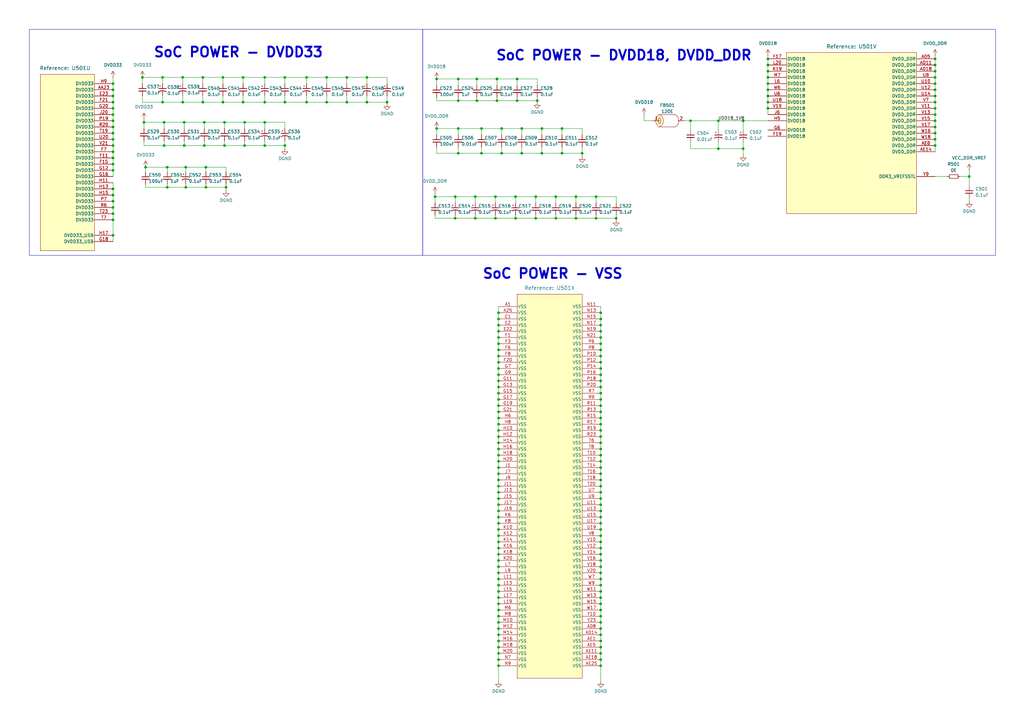
<source format=kicad_sch>
(kicad_sch (version 20250114) (generator "eeschema") (generator_version "9.0")
  (paper "A3")
  (title_block (title "Barre de son (base saine)") (date "2025-05-16") (rev "1.0") (company "NDH"))
  (lib_symbols
    (symbol "66AK2G12ABY100_1" (pin_names (offset 0.254))
      (property "Reference" "U" (at -46.228 -50.8 0) (show_name))
      (symbol "66AK2G12ABY100_1_1_1"
        (pin bidirectional line (at -68.58 110.49 0) (length 7.62) (name "DDR3_DQS0_P") (number "AD1"))
        (pin bidirectional line (at -68.58 107.95 0) (length 7.62) (name "DDR3_DQS0_N") (number "AE2"))
        (pin bidirectional line (at -68.58 102.87 0) (length 7.62) (name "DDR3_DQS1_P") (number "AD4"))
        (pin bidirectional line (at -68.58 100.33 0) (length 7.62) (name "DDR3_DQS1_N") (number "AE4"))
        (pin bidirectional line (at -68.58 95.25 0) (length 7.62) (name "DDR3_DQS2_P") (number "AE6"))
        (pin bidirectional line (at -68.58 92.71 0) (length 7.62) (name "DDR3_DQS2_N") (number "AD6"))
        (pin bidirectional line (at -68.58 87.63 0) (length 7.62) (name "DDR3_DQS3_P") (number "AE9"))
        (pin bidirectional line (at -68.58 85.09 0) (length 7.62) (name "DDR3_DQS3_N") (number "AD9"))
        (pin bidirectional line (at -68.58 80.01 0) (length 7.62) (name "DDR3_CBDQS_P") (number "AE12"))
        (pin bidirectional line (at -68.58 77.47 0) (length 7.62) (name "DDR3_CBDQS_N") (number "AD12"))
        (pin tri_state line (at -68.58 72.39 0) (length 7.62) (name "DDR3_DQM0") (number "AB4"))
        (pin tri_state line (at -68.58 69.85 0) (length 7.62) (name "DDR3_DQM1") (number "AA5"))
        (pin tri_state line (at -68.58 67.31 0) (length 7.62) (name "DDR3_DQM2") (number "AC8"))
        (pin tri_state line (at -68.58 64.77 0) (length 7.62) (name "DDR3_DQM3") (number "AA9"))
        (pin bidirectional line (at -68.58 58.42 0) (length 7.62) (name "DDR3_CBDQM") (number "Y11"))
        (pin tri_state line (at -68.58 50.8 0) (length 7.62) (name "DDR3_ODT0") (number "AA13"))
        (pin bidirectional line (at -68.58 48.26 0) (length 7.62) (name "DDR3_ODT1") (number "Y12"))
        (pin bidirectional line (at -68.58 41.91 0) (length 7.62) (name "DDR3_CB00") (number "AA11"))
        (pin bidirectional line (at -68.58 39.37 0) (length 7.62) (name "DDR3_CB01") (number "AB11"))
        (pin bidirectional line (at -68.58 36.83 0) (length 7.62) (name "DDR3_CB02") (number "AC11"))
        (pin bidirectional line (at -68.58 34.29 0) (length 7.62) (name "DDR3_CB03") (number "AC12"))
        (pin tri_state line (at -68.58 27.94 0) (length 7.62) (name "DDR3_CKE0") (number "AB18"))
        (pin bidirectional line (at -68.58 25.4 0) (length 7.62) (name "DDR3_CKE1") (number "AC18"))
        (pin tri_state line (at -68.58 19.05 0) (length 7.62) (name "DDR3_CEn0") (number "AD13"))
        (pin bidirectional line (at -68.58 16.51 0) (length 7.62) (name "DDR3_CEn1") (number "AB12"))
        (pin tri_state line (at -68.58 10.16 0) (length 7.62) (name "DDR_CLK_N") (number "AD24"))
        (pin tri_state line (at -68.58 7.62 0) (length 7.62) (name "DDR_CLK_P") (number "AE24"))
        (pin tri_state line (at -68.58 1.27 0) (length 7.62) (name "DDR3_CLKOUT_P0") (number "AE15"))
        (pin tri_state line (at -68.58 -1.27 0) (length 7.62) (name "DDR3_CLKOUT_N0") (number "AD15"))
        (pin tri_state line (at -68.58 -7.62 0) (length 7.62) (name "DDR3_CLKOUT_P1") (number "AE16"))
        (pin tri_state line (at -68.58 -10.16 0) (length 7.62) (name "DDR3_CLKOUT_N1") (number "AD16"))
        (pin unspecified line (at -68.58 -16.51 0) (length 7.62) (name "DDR3_RZQ0") (number "W12"))
        (pin unspecified line (at -68.58 -19.05 0) (length 7.62) (name "DDR3_RZQ1") (number "V9"))
        (pin tri_state line (at -68.58 -25.4 0) (length 7.62) (name "DDR3_CASn") (number "AC13"))
        (pin tri_state line (at -68.58 -27.94 0) (length 7.62) (name "DDR3_RASn") (number "AE13"))
        (pin tri_state line (at -68.58 -34.29 0) (length 7.62) (name "DDR3_WEn") (number "Y13"))
        (pin tri_state line (at -68.58 -40.64 0) (length 7.62) (name "DDR3_RESETn") (number "Y18"))
        (pin tri_state line (at 2.54 110.49 180) (length 7.62) (name "DDR3_A00") (number "AC15"))
        (pin tri_state line (at 2.54 107.95 180) (length 7.62) (name "DDR3_A01") (number "Y15"))
        (pin tri_state line (at 2.54 105.41 180) (length 7.62) (name "DDR3_A02") (number "AC16"))
        (pin tri_state line (at 2.54 102.87 180) (length 7.62) (name "DDR3_A03") (number "AA15"))
        (pin tri_state line (at 2.54 100.33 180) (length 7.62) (name "DDR3_A04") (number "AB16"))
        (pin tri_state line (at 2.54 97.79 180) (length 7.62) (name "DDR3_A05") (number "AE17"))
        (pin tri_state line (at 2.54 95.25 180) (length 7.62) (name "DDR3_A06") (number "AC14"))
        (pin tri_state line (at 2.54 92.71 180) (length 7.62) (name "DDR3_A07") (number "AB15"))
        (pin tri_state line (at 2.54 90.17 180) (length 7.62) (name "DDR3_A08") (number "AC17"))
        (pin tri_state line (at 2.54 87.63 180) (length 7.62) (name "DDR3_A09") (number "AB17"))
        (pin tri_state line (at 2.54 85.09 180) (length 7.62) (name "DDR3_A10") (number "AB14"))
        (pin tri_state line (at 2.54 82.55 180) (length 7.62) (name "DDR3_A11") (number "AA16"))
        (pin tri_state line (at 2.54 80.01 180) (length 7.62) (name "DDR3_A12") (number "AA17"))
        (pin tri_state line (at 2.54 77.47 180) (length 7.62) (name "DDR3_A13") (number "AA12"))
        (pin tri_state line (at 2.54 74.93 180) (length 7.62) (name "DDR3_A14") (number "Y17"))
        (pin tri_state line (at 2.54 72.39 180) (length 7.62) (name "DDR3_A15") (number "Y16"))
        (pin tri_state line (at 2.54 66.04 180) (length 7.62) (name "DDR3_BA0") (number "AA14"))
        (pin tri_state line (at 2.54 62.23 180) (length 7.62) (name "DDR3_BA1") (number "AB13"))
        (pin tri_state line (at 2.54 58.42 180) (length 7.62) (name "DDR3_BA2") (number "AD17"))
        (pin bidirectional line (at 2.54 52.07 180) (length 7.62) (name "DDR3_D00") (number "AD2"))
        (pin bidirectional line (at 2.54 49.53 180) (length 7.62) (name "DDR3_D01") (number "Y4"))
        (pin bidirectional line (at 2.54 46.99 180) (length 7.62) (name "DDR3_D02") (number "AC3"))
        (pin bidirectional line (at 2.54 44.45 180) (length 7.62) (name "DDR3_D03") (number "AC2"))
        (pin bidirectional line (at 2.54 41.91 180) (length 7.62) (name "DDR3_D04") (number "AE3"))
        (pin bidirectional line (at 2.54 39.37 180) (length 7.62) (name "DDR3_D05") (number "AA4"))
        (pin bidirectional line (at 2.54 36.83 180) (length 7.62) (name "DDR3_D06") (number "AD3"))
        (pin bidirectional line (at 2.54 34.29 180) (length 7.62) (name "DDR3_D07") (number "AB3"))
        (pin bidirectional line (at 2.54 29.21 180) (length 7.62) (name "DDR3_D08") (number "AA6"))
        (pin bidirectional line (at 2.54 26.67 180) (length 7.62) (name "DDR3_D09") (number "Y7"))
        (pin bidirectional line (at 2.54 24.13 180) (length 7.62) (name "DDR3_D10") (number "Y6"))
        (pin bidirectional line (at 2.54 21.59 180) (length 7.62) (name "DDR3_D11") (number "AC5"))
        (pin bidirectional line (at 2.54 19.05 180) (length 7.62) (name "DDR3_D12") (number "AB6"))
        (pin bidirectional line (at 2.54 16.51 180) (length 7.62) (name "DDR3_D13") (number "Y5"))
        (pin bidirectional line (at 2.54 13.97 180) (length 7.62) (name "DDR3_D14") (number "AC4"))
        (pin bidirectional line (at 2.54 11.43 180) (length 7.62) (name "DDR3_D15") (number "AB5"))
        (pin bidirectional line (at 2.54 6.35 180) (length 7.62) (name "DDR3_D16") (number "AB7"))
        (pin bidirectional line (at 2.54 3.81 180) (length 7.62) (name "DDR3_D17") (number "AB8"))
        (pin bidirectional line (at 2.54 1.27 180) (length 7.62) (name "DDR3_D18") (number "AC7"))
        (pin bidirectional line (at 2.54 -1.27 180) (length 7.62) (name "DDR3_D19") (number "AA7"))
        (pin bidirectional line (at 2.54 -3.81 180) (length 7.62) (name "DDR3_D20") (number "AA8"))
        (pin bidirectional line (at 2.54 -6.35 180) (length 7.62) (name "DDR3_D21") (number "AC6"))
        (pin bidirectional line (at 2.54 -8.89 180) (length 7.62) (name "DDR3_D22") (number "AE7"))
        (pin bidirectional line (at 2.54 -11.43 180) (length 7.62) (name "DDR3_D23") (number "AD7"))
        (pin bidirectional line (at 2.54 -16.51 180) (length 7.62) (name "DDR3_D24") (number "AA10"))
        (pin bidirectional line (at 2.54 -19.05 180) (length 7.62) (name "DDR3_D25") (number "AE10"))
        (pin bidirectional line (at 2.54 -21.59 180) (length 7.62) (name "DDR3_D26") (number "AD10"))
        (pin bidirectional line (at 2.54 -24.13 180) (length 7.62) (name "DDR3_D27") (number "AC10"))
        (pin bidirectional line (at 2.54 -26.67 180) (length 7.62) (name "DDR3_D28") (number "AC9"))
        (pin bidirectional line (at 2.54 -29.21 180) (length 7.62) (name "DDR3_D29") (number "AB10"))
        (pin bidirectional line (at 2.54 -31.75 180) (length 7.62) (name "DDR3_D30") (number "AB9"))
        (pin bidirectional line (at 2.54 -34.29 180) (length 7.62) (name "DDR3_D31") (number "Y8"))
      )
      (symbol "66AK2G12ABY100_1_2_1"
        (pin bidirectional line (at -6.35 44.45 180) (length 7.62) (name "DSS_DATA0") (number "V22"))
        (pin bidirectional line (at -6.35 41.91 180) (length 7.62) (name "DSS_DATA1") (number "U21"))
        (pin bidirectional line (at -6.35 39.37 180) (length 7.62) (name "DSS_DATA2") (number "W22"))
        (pin bidirectional line (at -6.35 36.83 180) (length 7.62) (name "DSS_DATA3") (number "V23"))
        (pin bidirectional line (at -6.35 34.29 180) (length 7.62) (name "DSS_DATA4") (number "U23"))
        (pin bidirectional line (at -6.35 31.75 180) (length 7.62) (name "DSS_DATA5") (number "V24"))
        (pin bidirectional line (at -6.35 29.21 180) (length 7.62) (name "DSS_DATA6") (number "T21"))
        (pin bidirectional line (at -6.35 26.67 180) (length 7.62) (name "DSS_DATA7") (number "U22"))
        (pin bidirectional line (at -6.35 24.13 180) (length 7.62) (name "DSS_DATA8") (number "T22"))
        (pin bidirectional line (at -6.35 21.59 180) (length 7.62) (name "DSS_DATA9") (number "R21"))
        (pin bidirectional line (at -6.35 19.05 180) (length 7.62) (name "DSS_DATA10") (number "U24"))
        (pin bidirectional line (at -6.35 16.51 180) (length 7.62) (name "DSS_DATA11") (number "V25"))
        (pin bidirectional line (at -6.35 13.97 180) (length 7.62) (name "DSS_DATA12") (number "T24"))
        (pin bidirectional line (at -6.35 11.43 180) (length 7.62) (name "DSS_DATA13") (number "P21"))
        (pin bidirectional line (at -6.35 8.89 180) (length 7.62) (name "DSS_DATA14") (number "U25"))
        (pin bidirectional line (at -6.35 6.35 180) (length 7.62) (name "DSS_DATA15") (number "R22"))
        (pin bidirectional line (at -6.35 3.81 180) (length 7.62) (name "DSS_DATA16") (number "P23"))
        (pin bidirectional line (at -6.35 1.27 180) (length 7.62) (name "DSS_DATA17") (number "R24"))
        (pin bidirectional line (at -6.35 -1.27 180) (length 7.62) (name "DSS_DATA18") (number "N22"))
        (pin bidirectional line (at -6.35 -3.81 180) (length 7.62) (name "DSS_DATA19") (number "T25"))
        (pin bidirectional line (at -6.35 -6.35 180) (length 7.62) (name "DSS_DATA20") (number "N24"))
        (pin bidirectional line (at -6.35 -8.89 180) (length 7.62) (name "DSS_DATA21") (number "P24"))
        (pin bidirectional line (at -6.35 -11.43 180) (length 7.62) (name "DSS_DATA22") (number "P25"))
        (pin bidirectional line (at -6.35 -13.97 180) (length 7.62) (name "DSS_DATA23") (number "N23"))
        (pin bidirectional line (at -6.35 -20.32 180) (length 7.62) (name "DSS_VSYNC") (number "R25"))
        (pin bidirectional line (at -6.35 -24.13 180) (length 7.62) (name "DSS_HSYNC") (number "P22"))
        (pin bidirectional line (at -6.35 -27.94 180) (length 7.62) (name "DSS_PCLK") (number "N25"))
        (pin bidirectional line (at -6.35 -31.75 180) (length 7.62) (name "DSS_FID") (number "L25"))
        (pin bidirectional line (at -6.35 -35.56 180) (length 7.62) (name "DSS_DE") (number "M25"))
        (pin bidirectional line (at -6.35 -41.91 180) (length 7.62) (name "PR1_MDIO_DATA") (number "E18"))
      )
      (symbol "66AK2G12ABY100_1_3_1"
        (pin bidirectional line (at 1.27 71.12 180) (length 7.62) (name "PR1_PRU1_GPO0/PR1_PRU1_GPI0/GPIO1_26") (number "A14"))
        (pin bidirectional line (at 1.27 68.58 180) (length 7.62) (name "PR1_PRU1_GPO1/PR1_PRU1_GPI1/GPIO1_27") (number "B14"))
        (pin bidirectional line (at 1.27 66.04 180) (length 7.62) (name "PR1_PRU1_GPO2/PR1_PRU1_GPI2/GPIO1_28") (number "C14"))
        (pin bidirectional line (at 1.27 63.5 180) (length 7.62) (name "PR1_PRU1_GPO3/PR1_PRU1_GPI3/GPIO1_29") (number "E14"))
        (pin bidirectional line (at 1.27 60.96 180) (length 7.62) (name "PR1_PRU1_GPO4/PR1_PRU1_GPI4/GPIO1_30") (number "D14"))
        (pin bidirectional line (at 1.27 58.42 180) (length 7.62) (name "PR1_PRU1_GPO5/PR1_PRU1_GPI5/GPIO1_31") (number "A15"))
        (pin bidirectional line (at 1.27 55.88 180) (length 7.62) (name "PR1_PRU1_GPO6/PR1_PRU1_GPI6/GPIO1_32") (number "F14"))
        (pin bidirectional line (at 1.27 53.34 180) (length 7.62) (name "PR1_PRU1_GPO7/PR1_PRU1_GPI7/GPIO1_33") (number "B15"))
        (pin bidirectional line (at 1.27 50.8 180) (length 7.62) (name "PR1_PRU1_GPO8/PR1_PRU1_GPI8/GPIO1_34") (number "C15"))
        (pin bidirectional line (at 1.27 48.26 180) (length 7.62) (name "PR1_PRU1_GPO15/PR1_PRU1_GPI15/GPIO1_41") (number "C18"))
        (pin bidirectional line (at 1.27 45.72 180) (length 7.62) (name "PR1_PRU1_GPO16/PR1_PRU1_GPI16/GPIO1_42") (number "D16"))
        (pin bidirectional line (at 1.27 38.1 180) (length 7.62) (name "GPMC_BEn1/GPIO0_21") (number "AB24"))
        (pin bidirectional line (at 1.27 30.48 180) (length 7.62) (name "GPMC_CLK/GPIO0_16") (number "AB23"))
        (pin bidirectional line (at 1.27 22.86 180) (length 7.62) (name "MII_RXER/RMII_RXER/GPIO0_82") (number "F23"))
        (pin bidirectional line (at 1.27 20.32 180) (length 7.62) (name "MII_COL/GPIO0_83") (number "B25"))
        (pin bidirectional line (at 1.27 17.78 180) (length 7.62) (name "MII_CRS/RMII_CRS_DV/GPIO0_84") (number "G22"))
        (pin bidirectional line (at 1.27 12.7 180) (length 7.62) (name "SPI3_SCSn1/PR0_UART0_RXD/GPIO0_87") (number "E25"))
        (pin bidirectional line (at 1.27 7.62 180) (length 7.62) (name "SPI1_SCSn1/GPIO0_100") (number "N3"))
      )
      (symbol "66AK2G12ABY100_1_4_1"
        (pin bidirectional line (at -15.24 -25.4 180) (length 7.62) (name "SPI0_SOMI") (number "M1"))
        (pin bidirectional line (at -15.24 -30.48 180) (length 7.62) (name "SPI0_SIMO") (number "N4"))
        (pin bidirectional line (at -15.24 -35.56 180) (length 7.62) (name "SPI0_CLK") (number "M2"))
        (pin bidirectional line (at -15.24 -40.64 180) (length 7.62) (name "SPI0_SCSn0") (number "M3"))
        (pin bidirectional line (at -15.24 -45.72 180) (length 7.62) (name "SPI0_SCSn1") (number "M4"))
      )
      (symbol "66AK2G12ABY100_1_5_1"
        (pin bidirectional line (at -7.62 31.75 180) (length 7.62) (name "GPMC_AD0") (number "AC21"))
        (pin bidirectional line (at -7.62 29.21 180) (length 7.62) (name "GPMC_AD1") (number "AE20"))
        (pin bidirectional line (at -7.62 26.67 180) (length 7.62) (name "GPMC_AD2") (number "AD22"))
        (pin bidirectional line (at -7.62 24.13 180) (length 7.62) (name "GPMC_AD3") (number "AD20"))
        (pin bidirectional line (at -7.62 21.59 180) (length 7.62) (name "GPMC_AD4") (number "AE21"))
        (pin bidirectional line (at -7.62 19.05 180) (length 7.62) (name "GPMC_AD5") (number "AE22"))
        (pin bidirectional line (at -7.62 16.51 180) (length 7.62) (name "GPMC_AD6") (number "AC20"))
        (pin bidirectional line (at -7.62 13.97 180) (length 7.62) (name "GPMC_AD7") (number "AD21"))
        (pin bidirectional line (at -7.62 11.43 180) (length 7.62) (name "GPMC_AD8") (number "AE23"))
        (pin bidirectional line (at -7.62 8.89 180) (length 7.62) (name "GPMC_AD9") (number "AB20"))
        (pin bidirectional line (at -7.62 6.35 180) (length 7.62) (name "GPMC_AD10") (number "AA20"))
        (pin bidirectional line (at -7.62 3.81 180) (length 7.62) (name "GPMC_AD11") (number "AD23"))
        (pin bidirectional line (at -7.62 1.27 180) (length 7.62) (name "GPMC_AD12") (number "AA21"))
        (pin bidirectional line (at -7.62 -1.27 180) (length 7.62) (name "GPMC_AD13") (number "AB21"))
        (pin bidirectional line (at -7.62 -3.81 180) (length 7.62) (name "GPMC_AD14") (number "AB22"))
        (pin bidirectional line (at -7.62 -6.35 180) (length 7.62) (name "GPMC_AD15") (number "AA22"))
        (pin bidirectional line (at -7.62 -16.51 180) (length 7.62) (name "GPMC_ADVn_ALE") (number "AC23"))
        (pin bidirectional line (at -7.62 -19.05 180) (length 7.62) (name "GPMC_OEn_REn") (number "AC22"))
        (pin bidirectional line (at -7.62 -21.59 180) (length 7.62) (name "GPMC_WEn") (number "Y22"))
        (pin bidirectional line (at -7.62 -24.13 180) (length 7.62) (name "GPMC_BEn0_CLE") (number "AC24"))
        (pin bidirectional line (at -7.62 -26.67 180) (length 7.62) (name "GPMC_WAIT0") (number "Y24"))
        (pin bidirectional line (at -7.62 -36.83 180) (length 7.62) (name "GPMC_WPn") (number "W25"))
        (pin bidirectional line (at -7.62 -43.18 180) (length 7.62) (name "GPMC_CSn0") (number "AB25"))
      )
      (symbol "66AK2G12ABY100_1_6_1"
        (pin bidirectional line (at -11.43 8.89 180) (length 7.62) (name "MMC1_DAT0") (number "H3"))
        (pin bidirectional line (at -11.43 3.81 180) (length 7.62) (name "MMC1_DAT1") (number "F5"))
        (pin bidirectional line (at -11.43 -1.27 180) (length 7.62) (name "MMC1_DAT2") (number "J5"))
        (pin bidirectional line (at -11.43 -6.35 180) (length 7.62) (name "MMC1_DAT3") (number "H4"))
        (pin bidirectional line (at -11.43 -11.43 180) (length 7.62) (name "MMC1_DAT4") (number "E3"))
        (pin bidirectional line (at -11.43 -13.97 180) (length 7.62) (name "MMC1_DAT5") (number "G4"))
        (pin bidirectional line (at -11.43 -16.51 180) (length 7.62) (name "MMC1_DAT6") (number "F4"))
        (pin bidirectional line (at -11.43 -19.05 180) (length 7.62) (name "MMC1_DAT7") (number "G5"))
        (pin bidirectional line (at -11.43 -24.13 180) (length 7.62) (name "MMC1_CLK") (number "J4"))
        (pin bidirectional line (at -11.43 -29.21 180) (length 7.62) (name "MMC1_CMD") (number "J2"))
        (pin bidirectional line (at -11.43 -34.29 180) (length 7.62) (name "MMC1_POW") (number "K2"))
        (pin bidirectional line (at -11.43 -36.83 180) (length 7.62) (name "MMC1_SDCD") (number "J3"))
        (pin bidirectional line (at -11.43 -43.18 180) (length 7.62) (name "MMC1_SDWP") (number "K3"))
      )
      (symbol "66AK2G12ABY100_1_7_1"
        (pin bidirectional line (at -13.97 29.21 180) (length 7.62) (name "MII_TXD0") (number "G23"))
        (pin bidirectional line (at -13.97 24.13 180) (length 7.62) (name "MII_TXD1") (number "G24"))
        (pin bidirectional line (at -13.97 19.05 180) (length 7.62) (name "MII_TXD2") (number "G25"))
        (pin bidirectional line (at -13.97 13.97 180) (length 7.62) (name "MII_TXD3") (number "D25"))
        (pin bidirectional line (at -13.97 6.35 180) (length 7.62) (name "MII_TXCLK") (number "C25"))
        (pin bidirectional line (at -13.97 1.27 180) (length 7.62) (name "MII_TXEN") (number "H25"))
        (pin bidirectional line (at -13.97 -6.35 180) (length 7.62) (name "MDIO_CLK") (number "U3"))
        (pin bidirectional line (at -13.97 -10.16 180) (length 7.62) (name "MDIO_DATA") (number "V3"))
        (pin bidirectional line (at -13.97 -17.78 180) (length 7.62) (name "MII_RXCLK") (number "A22"))
        (pin bidirectional line (at -13.97 -22.86 180) (length 7.62) (name "MII_RXDV") (number "A24"))
        (pin bidirectional line (at -13.97 -30.48 180) (length 7.62) (name "MII_RXD0") (number "B24"))
        (pin bidirectional line (at -13.97 -35.56 180) (length 7.62) (name "MII_RXD1") (number "C23"))
        (pin bidirectional line (at -13.97 -40.64 180) (length 7.62) (name "MII_RXD2") (number "B23"))
        (pin bidirectional line (at -13.97 -45.72 180) (length 7.62) (name "MII_RXD3") (number "F22"))
      )
      (symbol "66AK2G12ABY100_1_8_1"
        (pin input line (at -10.16 -5.08 180) (length 7.62) (name "NMIn") (number "W1"))
        (pin input line (at -10.16 -10.16 180) (length 7.62) (name "PORn") (number "AA3"))
        (pin input line (at -10.16 -15.24 180) (length 7.62) (name "LRESETNMIENn") (number "V1"))
        (pin input line (at -10.16 -20.32 180) (length 7.62) (name "LRESETn") (number "V2"))
        (pin input line (at -10.16 -25.4 180) (length 7.62) (name "RESETn") (number "W3"))
        (pin input line (at -10.16 -30.48 180) (length 7.62) (name "RESETFULLn") (number "W2"))
        (pin output line (at -10.16 -38.1 180) (length 7.62) (name "RESETSTATn") (number "Y2"))
        (pin tri_state line (at -10.16 -45.72 180) (length 7.62) (name "BOOTCOMPLETE") (number "Y3"))
      )
      (symbol "66AK2G12ABY100_1_9_1"
        (pin input line (at -69.85 8.89 0) (length 7.62) (name "AUDOSC_IN") (number "C17"))
        (pin output line (at -69.85 -2.54 0) (length 7.62) (name "AUDOSC_OUT") (number "A17"))
        (pin power_in line (at -69.85 -7.62 0) (length 7.62) (name "VSS_OSC_AUDIO") (number "B17"))
        (pin output line (at -69.85 -12.7 0) (length 7.62) (name "USB1_XO") (number "C20"))
        (pin output line (at -69.85 -17.78 0) (length 7.62) (name "USB0_XO") (number "D19"))
        (pin tri_state line (at -69.85 -26.67 0) (length 7.62) (name "OBSPLL_LOCK") (number "N5"))
        (pin output line (at -69.85 -30.48 0) (length 7.62) (name "OBSCLK_P") (number "K1"))
        (pin output line (at -69.85 -34.29 0) (length 7.62) (name "OBSCLK_N") (number "L1"))
        (pin output line (at -69.85 -44.45 0) (length 7.62) (name "RMII_REFCLK/PR0_eCAP0_eCAP_SYNCOUT") (number "D24"))
        (pin input line (at 6.35 8.89 180) (length 7.62) (name "SYSOSC_IN") (number "AC19"))
        (pin output line (at 6.35 -3.81 180) (length 7.62) (name "SYSOSC_OUT") (number "AE19"))
        (pin power_in line (at 6.35 -8.89 180) (length 7.62) (name "VSS_OSC_SYS") (number "AD19"))
        (pin input line (at 6.35 -15.24 180) (length 7.62) (name "SYSCLK_P") (number "AD25"))
        (pin input line (at 6.35 -20.32 180) (length 7.62) (name "SYSCLK_N") (number "AC25"))
        (pin input line (at 6.35 -26.67 180) (length 7.62) (name "SYSCLKSEL") (number "R1"))
        (pin tri_state line (at 6.35 -33.02 180) (length 7.62) (name "SYSCLKOUT") (number "M21"))
        (pin input line (at 6.35 -39.37 180) (length 7.62) (name "CPTS_REFCLK_P") (number "K21"))
        (pin input line (at 6.35 -44.45 180) (length 7.62) (name "CPTS_REFCLK_N") (number "L21"))
      )
      (symbol "66AK2G12ABY100_1_10_1"
        (pin input line (at -17.78 -17.78 180) (length 7.62) (name "TDI") (number "L5"))
        (pin tri_state line (at -17.78 -21.59 180) (length 7.62) (name "TDO") (number "K5"))
        (pin input line (at -17.78 -25.4 180) (length 7.62) (name "TCK") (number "L3"))
        (pin input line (at -17.78 -29.21 180) (length 7.62) (name "TMS") (number "K4"))
        (pin input line (at -17.78 -33.02 180) (length 7.62) (name "TRSTn") (number "L4"))
        (pin bidirectional line (at -17.78 -39.37 180) (length 7.62) (name "EMU00") (number "M22"))
        (pin bidirectional line (at -17.78 -45.72 180) (length 7.62) (name "EMU01") (number "L22"))
      )
      (symbol "66AK2G12ABY100_1_11_1"
        (pin bidirectional line (at -10.16 5.08 180) (length 7.62) (name "MLBP_DAT_P") (number "K23"))
        (pin bidirectional line (at -10.16 0 180) (length 7.62) (name "MLBP_DAT_N") (number "K22"))
        (pin bidirectional line (at -10.16 -6.35 180) (length 7.62) (name "MLBP_SIG_P") (number "L24"))
        (pin bidirectional line (at -10.16 -11.43 180) (length 7.62) (name "MLBP_SIG_N") (number "M24"))
        (pin input line (at -10.16 -19.05 180) (length 7.62) (name "MLBP_CLK_P") (number "M23"))
        (pin input line (at -10.16 -24.13 180) (length 7.62) (name "MLBP_CLK_N") (number "L23"))
        (pin bidirectional line (at -10.16 -34.29 180) (length 7.62) (name "GPMC_WAIT1") (number "AA24"))
        (pin bidirectional line (at -10.16 -39.37 180) (length 7.62) (name "GPMC_DIR") (number "AA25"))
        (pin bidirectional line (at -10.16 -44.45 180) (length 7.62) (name "GPMC_CSn1") (number "W24"))
      )
      (symbol "66AK2G12ABY100_1_12_1"
        (pin bidirectional line (at -13.97 -13.97 180) (length 7.62) (name "USB1_DP") (number "B20"))
        (pin bidirectional line (at -13.97 -17.78 180) (length 7.62) (name "USB1_DM") (number "A20"))
        (pin unspecified line (at -13.97 -25.4 180) (length 7.62) (name "USB1_ID") (number "E20"))
        (pin unspecified line (at -13.97 -30.48 180) (length 7.62) (name "USB1_VBUS") (number "A21"))
        (pin tri_state line (at -13.97 -38.1 180) (length 7.62) (name "USB1_DRVVBUS") (number "B21"))
        (pin unspecified line (at -13.97 -45.72 180) (length 7.62) (name "USB1_TXRTUNE_RKELVIN") (number "D20"))
      )
      (symbol "66AK2G12ABY100_1_13_1"
        (pin bidirectional line (at -16.51 -38.1 180) (length 7.62) (name "I2C0_SCL") (number "U5"))
        (pin bidirectional line (at -16.51 -45.72 180) (length 7.62) (name "I2C0_SDA") (number "W5"))
      )
      (symbol "66AK2G12ABY100_1_14_1"
        (pin bidirectional line (at -7.62 -7.62 180) (length 7.62) (name "QSPI_D0") (number "J23"))
        (pin bidirectional line (at -7.62 -11.43 180) (length 7.62) (name "QSPI_D1") (number "J22"))
        (pin bidirectional line (at -7.62 -15.24 180) (length 7.62) (name "QSPI_D2") (number "J21"))
        (pin bidirectional line (at -7.62 -19.05 180) (length 7.62) (name "QSPI_D3") (number "J24"))
        (pin bidirectional line (at -7.62 -25.4 180) (length 7.62) (name "QSPI_CSn0") (number "J25"))
        (pin bidirectional line (at -7.62 -31.75 180) (length 7.62) (name "QSPI_CLK") (number "K25"))
        (pin bidirectional line (at -7.62 -38.1 180) (length 7.62) (name "QSPI_RCLK") (number "K24"))
        (pin bidirectional line (at -7.62 -45.72 180) (length 7.62) (name "QSPI_CSn1") (number "H23"))
      )
      (symbol "66AK2G12ABY100_1_15_1"
        (pin tri_state line (at -15.24 -34.29 180) (length 7.62) (name "UART0_TXD") (number "T1"))
        (pin input line (at -15.24 -38.1 180) (length 7.62) (name "UART0_RXD") (number "T4"))
        (pin bidirectional line (at -15.24 -41.91 180) (length 7.62) (name "UART0_CTSn") (number "T2"))
        (pin bidirectional line (at -15.24 -45.72 180) (length 7.62) (name "UART0_RTSn") (number "U1"))
      )
      (symbol "66AK2G12ABY100_1_16_1"
        (pin output line (at -13.97 -6.35 180) (length 7.62) (name "PCIE_TXP0") (number "G1"))
        (pin output line (at -13.97 -11.43 180) (length 7.62) (name "PCIE_TXN0") (number "H1"))
        (pin input line (at -13.97 -19.05 180) (length 7.62) (name "PCIE_RXP0") (number "E1"))
        (pin input line (at -13.97 -24.13 180) (length 7.62) (name "PCIE_RXN0") (number "D1"))
        (pin input line (at -13.97 -31.75 180) (length 7.62) (name "PCIE_CLK_P") (number "G2"))
        (pin input line (at -13.97 -35.56 180) (length 7.62) (name "PCIE_CLK_N") (number "F2"))
        (pin unspecified line (at -13.97 -43.18 180) (length 7.62) (name "PCIE_REFRES") (number "H7"))
      )
      (symbol "66AK2G12ABY100_1_17_1"
        (pin bidirectional line (at -8.89 -30.48 180) (length 7.62) (name "DCAN0_TX") (number "P5"))
        (pin bidirectional line (at -8.89 -35.56 180) (length 7.62) (name "DCAN0_RX") (number "R5"))
        (pin bidirectional line (at -8.89 -43.18 180) (length 7.62) (name "QSPI_CSn2") (number "H22"))
        (pin bidirectional line (at -8.89 -46.99 180) (length 7.62) (name "QSPI_CSn3") (number "H21"))
      )
      (symbol "66AK2G12ABY100_1_18_1"
        (pin bidirectional line (at -6.35 3.81 180) (length 7.62) (name "eHRPWM3_A") (number "A23"))
        (pin bidirectional line (at -6.35 0 180) (length 7.62) (name "eHRPWM3_B") (number "B22"))
        (pin bidirectional line (at -6.35 -3.81 180) (length 7.62) (name "MII_TXER") (number "H24"))
        (pin bidirectional line (at -6.35 -7.62 180) (length 7.62) (name "eHRPWM3_SYNCO") (number "D23"))
        (pin bidirectional line (at -6.35 -11.43 180) (length 7.62) (name "eHRPWM3_SYNCI") (number "C22"))
        (pin bidirectional line (at -6.35 -17.78 180) (length 7.62) (name "PR1_PRU0_GPO18") (number "D12"))
        (pin bidirectional line (at -6.35 -21.59 180) (length 7.62) (name "PR1_PRU0_GPO19") (number "D13"))
        (pin bidirectional line (at -6.35 -25.4 180) (length 7.62) (name "PR1_PRU0_GPO17") (number "E13"))
        (pin bidirectional line (at -6.35 -31.75 180) (length 7.62) (name "PR1_PRU1_GPO18") (number "E17"))
        (pin bidirectional line (at -6.35 -35.56 180) (length 7.62) (name "PR1_PRU1_GPO19") (number "E16"))
        (pin bidirectional line (at -6.35 -39.37 180) (length 7.62) (name "PR1_PRU1_GPO17") (number "F16"))
        (pin bidirectional line (at -6.35 -45.72 180) (length 7.62) (name "PR1_MDIO_MDCLK") (number "D18"))
      )
      (symbol "66AK2G12ABY100_1_19_1"
        (pin unspecified line (at -8.89 -3.81 180) (length 7.62) (name "RSV1") (number "AA19"))
        (pin input line (at -8.89 -7.62 180) (length 7.62) (name "RSV2") (number "AB19"))
        (pin unspecified line (at -8.89 -11.43 180) (length 7.62) (name "RSV3") (number "Y20"))
        (pin unspecified line (at -8.89 -15.24 180) (length 7.62) (name "RSV4") (number "W19"))
        (pin unspecified line (at -8.89 -19.05 180) (length 7.62) (name "RSV5") (number "D2"))
        (pin input line (at -8.89 -22.86 180) (length 7.62) (name "RSV6") (number "L2"))
        (pin unspecified line (at -8.89 -26.67 180) (length 7.62) (name "RSV7") (number "G3"))
        (pin unspecified line (at -8.89 -30.48 180) (length 7.62) (name "RSV8") (number "F18"))
        (pin unspecified line (at -8.89 -34.29 180) (length 7.62) (name "RSV9") (number "H2"))
        (pin tri_state line (at -8.89 -38.1 180) (length 7.62) (name "RSV10") (number "AA18"))
        (pin tri_state line (at -8.89 -41.91 180) (length 7.62) (name "RSV11") (number "Y19"))
        (pin unspecified line (at -8.89 -45.72 180) (length 7.62) (name "RSV12") (number "Y14"))
      )
      (symbol "66AK2G12ABY100_1_20_1"
        (pin power_in line (at -57.15 46.99 0) (length 7.62) (name "CVDD") (number "N14"))
        (pin power_in line (at -57.15 44.45 0) (length 7.62) (name "CVDD") (number "N12"))
        (pin power_in line (at -57.15 41.91 0) (length 7.62) (name "CVDD") (number "N10"))
        (pin power_in line (at -57.15 39.37 0) (length 7.62) (name "CVDD") (number "M17"))
        (pin power_in line (at -57.15 36.83 0) (length 7.62) (name "CVDD") (number "M15"))
        (pin power_in line (at -57.15 34.29 0) (length 7.62) (name "CVDD") (number "M13"))
        (pin power_in line (at -57.15 31.75 0) (length 7.62) (name "CVDD") (number "M11"))
        (pin power_in line (at -57.15 29.21 0) (length 7.62) (name "CVDD") (number "M9"))
        (pin power_in line (at -57.15 26.67 0) (length 7.62) (name "CVDD") (number "L18"))
        (pin power_in line (at -57.15 24.13 0) (length 7.62) (name "CVDD") (number "L16"))
        (pin power_in line (at -57.15 21.59 0) (length 7.62) (name "CVDD") (number "L14"))
        (pin power_in line (at -57.15 19.05 0) (length 7.62) (name "CVDD") (number "L12"))
        (pin power_in line (at -57.15 16.51 0) (length 7.62) (name "CVDD") (number "L10"))
        (pin power_in line (at -57.15 13.97 0) (length 7.62) (name "CVDD") (number "K17"))
        (pin power_in line (at -57.15 11.43 0) (length 7.62) (name "CVDD") (number "K15"))
        (pin power_in line (at -57.15 8.89 0) (length 7.62) (name "CVDD") (number "K13"))
        (pin power_in line (at -57.15 6.35 0) (length 7.62) (name "CVDD") (number "K11"))
        (pin power_in line (at -57.15 3.81 0) (length 7.62) (name "CVDD") (number "K9"))
        (pin power_in line (at -57.15 1.27 0) (length 7.62) (name "CVDD") (number "J16"))
        (pin power_in line (at -57.15 -5.08 0) (length 7.62) (name "CVDD1") (number "T13"))
        (pin power_in line (at -57.15 -7.62 0) (length 7.62) (name "CVDD1") (number "N18"))
        (pin power_in line (at -57.15 -10.16 0) (length 7.62) (name "CVDD1") (number "N8"))
        (pin power_in line (at -57.15 -12.7 0) (length 7.62) (name "CVDD1") (number "J12"))
        (pin power_in line (at -57.15 -15.24 0) (length 7.62) (name "CVDD1") (number "M5"))
        (pin power_in line (at -6.35 46.99 180) (length 7.62) (name "CVDD") (number "N16"))
        (pin power_in line (at -6.35 44.45 180) (length 7.62) (name "CVDD") (number "P9"))
        (pin power_in line (at -6.35 41.91 180) (length 7.62) (name "CVDD") (number "P11"))
        (pin power_in line (at -6.35 39.37 180) (length 7.62) (name "CVDD") (number "P13"))
        (pin power_in line (at -6.35 36.83 180) (length 7.62) (name "CVDD") (number "P15"))
        (pin power_in line (at -6.35 34.29 180) (length 7.62) (name "CVDD") (number "P17"))
        (pin power_in line (at -6.35 31.75 180) (length 7.62) (name "CVDD") (number "R8"))
        (pin power_in line (at -6.35 29.21 180) (length 7.62) (name "CVDD") (number "R10"))
        (pin power_in line (at -6.35 26.67 180) (length 7.62) (name "CVDD") (number "R12"))
        (pin power_in line (at -6.35 24.13 180) (length 7.62) (name "CVDD") (number "R14"))
        (pin power_in line (at -6.35 21.59 180) (length 7.62) (name "CVDD") (number "R16"))
        (pin power_in line (at -6.35 19.05 180) (length 7.62) (name "CVDD") (number "R18"))
        (pin power_in line (at -6.35 16.51 180) (length 7.62) (name "CVDD") (number "T9"))
        (pin power_in line (at -6.35 13.97 180) (length 7.62) (name "CVDD") (number "T11"))
        (pin power_in line (at -6.35 11.43 180) (length 7.62) (name "CVDD") (number "T15"))
        (pin power_in line (at -6.35 8.89 180) (length 7.62) (name "CVDD") (number "T17"))
        (pin power_in line (at -6.35 6.35 180) (length 7.62) (name "CVDD") (number "U16"))
        (pin power_in line (at -6.35 3.81 180) (length 7.62) (name "CVDD") (number "J10"))
        (pin power_in line (at -6.35 1.27 180) (length 7.62) (name "CVDD") (number "J14"))
      )
      (symbol "66AK2G12ABY100_1_21_1"
        (pin power_in line (at -2.54 50.8 180) (length 7.62) (name "DVDD33") (number "H9"))
        (pin power_in line (at -2.54 48.26 180) (length 7.62) (name "DVDD33") (number "AA23"))
        (pin power_in line (at -2.54 45.72 180) (length 7.62) (name "DVDD33") (number "E23"))
        (pin power_in line (at -2.54 43.18 180) (length 7.62) (name "DVDD33") (number "F21"))
        (pin power_in line (at -2.54 40.64 180) (length 7.62) (name "DVDD33") (number "G20"))
        (pin power_in line (at -2.54 38.1 180) (length 7.62) (name "DVDD33") (number "J20"))
        (pin power_in line (at -2.54 35.56 180) (length 7.62) (name "DVDD33") (number "P19"))
        (pin power_in line (at -2.54 33.02 180) (length 7.62) (name "DVDD33") (number "R20"))
        (pin power_in line (at -2.54 30.48 180) (length 7.62) (name "DVDD33") (number "T19"))
        (pin power_in line (at -2.54 27.94 180) (length 7.62) (name "DVDD33") (number "U20"))
        (pin power_in line (at -2.54 25.4 180) (length 7.62) (name "DVDD33") (number "V21"))
        (pin power_in line (at -2.54 22.86 180) (length 7.62) (name "DVDD33") (number "F7"))
        (pin power_in line (at -2.54 20.32 180) (length 7.62) (name "DVDD33") (number "F11"))
        (pin power_in line (at -2.54 17.78 180) (length 7.62) (name "DVDD33") (number "F15"))
        (pin power_in line (at -2.54 15.24 180) (length 7.62) (name "DVDD33") (number "G12"))
        (pin power_in line (at -2.54 12.7 180) (length 7.62) (name "DVDD33") (number "G16"))
        (pin power_in line (at -2.54 10.16 180) (length 7.62) (name "DVDD33") (number "H11"))
        (pin power_in line (at -2.54 7.62 180) (length 7.62) (name "DVDD33") (number "H13"))
        (pin power_in line (at -2.54 5.08 180) (length 7.62) (name "DVDD33") (number "H15"))
        (pin power_in line (at -2.54 2.54 180) (length 7.62) (name "DVDD33") (number "P7"))
        (pin power_in line (at -2.54 0 180) (length 7.62) (name "DVDD33") (number "R6"))
        (pin power_in line (at -2.54 -2.54 180) (length 7.62) (name "DVDD33") (number "T23"))
        (pin power_in line (at -2.54 -5.08 180) (length 7.62) (name "DVDD33") (number "T7"))
        (pin power_in line (at -2.54 -11.43 180) (length 7.62) (name "DVDD33_USB") (number "H17"))
        (pin power_in line (at -2.54 -13.97 180) (length 7.62) (name "DVDD33_USB") (number "G18"))
      )
      (symbol "66AK2G12ABY100_1_22_1"
        (pin power_in line (at -67.31 15.24 0) (length 7.62) (name "DVDD18") (number "F17"))
        (pin power_in line (at -67.31 12.7 0) (length 7.62) (name "DVDD18") (number "L20"))
        (pin power_in line (at -67.31 10.16 0) (length 7.62) (name "DVDD18") (number "K19"))
        (pin power_in line (at -67.31 7.62 0) (length 7.62) (name "DVDD18") (number "M7"))
        (pin power_in line (at -67.31 5.08 0) (length 7.62) (name "DVDD18") (number "L6"))
        (pin power_in line (at -67.31 2.54 0) (length 7.62) (name "DVDD18") (number "W6"))
        (pin power_in line (at -67.31 0 0) (length 7.62) (name "DVDD18") (number "U6"))
        (pin power_in line (at -67.31 -2.54 0) (length 7.62) (name "DVDD18") (number "U18"))
        (pin power_in line (at -67.31 -5.08 0) (length 7.62) (name "DVDD18") (number "V19"))
        (pin power_in line (at -67.31 -7.62 0) (length 7.62) (name "DVDD18") (number "J6"))
        (pin power_in line (at -67.31 -10.16 0) (length 7.62) (name "DVDD18") (number "H5"))
        (pin power_in line (at -67.31 -13.97 0) (length 7.62) (name "DVDD18") (number "G6"))
        (pin power_in line (at -67.31 -16.51 0) (length 7.62) (name "DVDD18") (number "F19"))
        (pin power_in line (at 1.27 15.24 180) (length 7.62) (name "DVDD_DDR") (number "AD5"))
        (pin power_in line (at 1.27 12.7 180) (length 7.62) (name "DVDD_DDR") (number "AD11"))
        (pin power_in line (at 1.27 10.16 180) (length 7.62) (name "DVDD_DDR") (number "AD18"))
        (pin power_in line (at 1.27 7.62 180) (length 7.62) (name "DVDD_DDR") (number "U8"))
        (pin power_in line (at 1.27 5.08 180) (length 7.62) (name "DVDD_DDR") (number "U10"))
        (pin power_in line (at 1.27 2.54 180) (length 7.62) (name "DVDD_DDR") (number "U12"))
        (pin power_in line (at 1.27 0 180) (length 7.62) (name "DVDD_DDR") (number "U14"))
        (pin power_in line (at 1.27 -2.54 180) (length 7.62) (name "DVDD_DDR") (number "V7"))
        (pin power_in line (at 1.27 -5.08 180) (length 7.62) (name "DVDD_DDR") (number "V11"))
        (pin power_in line (at 1.27 -7.62 180) (length 7.62) (name "DVDD_DDR") (number "V13"))
        (pin power_in line (at 1.27 -10.16 180) (length 7.62) (name "DVDD_DDR") (number "V15"))
        (pin power_in line (at 1.27 -12.7 180) (length 7.62) (name "DVDD_DDR") (number "V17"))
        (pin power_in line (at 1.27 -15.24 180) (length 7.62) (name "DVDD_DDR") (number "W16"))
        (pin power_in line (at 1.27 -17.78 180) (length 7.62) (name "DVDD_DDR") (number "W18"))
        (pin power_in line (at 1.27 -20.32 180) (length 7.62) (name "DVDD_DDR") (number "AE8"))
        (pin power_in line (at 1.27 -22.86 180) (length 7.62) (name "DVDD_DDR") (number "AE14"))
        (pin unspecified line (at 1.27 -33.02 180) (length 7.62) (name "DDR3_VREFSSTL") (number "Y9"))
      )
      (symbol "66AK2G12ABY100_1_23_1"
        (pin power_in line (at -8.89 21.59 180) (length 7.62) (name "DVDD_DDRDLL") (number "W8"))
        (pin power_in line (at -8.89 19.05 180) (length 7.62) (name "DVDD_DDRDLL") (number "W10"))
        (pin power_in line (at -8.89 16.51 180) (length 7.62) (name "DVDD_DDRDLL") (number "W14"))
        (pin power_in line (at -8.89 10.16 180) (length 7.62) (name "AVDDA_DDRPLL") (number "W20"))
        (pin power_in line (at -8.89 6.35 180) (length 7.62) (name "AVDDA_DSSPLL") (number "N20"))
        (pin power_in line (at -8.89 2.54 180) (length 7.62) (name "AVDDA_MAINPLL") (number "M19"))
        (pin power_in line (at -8.89 -1.27 180) (length 7.62) (name "AVDDA_NSSPLL") (number "G14"))
        (pin power_in line (at -8.89 -5.08 180) (length 7.62) (name "AVDDA_UARTPLL") (number "G10"))
        (pin power_in line (at -8.89 -8.89 180) (length 7.62) (name "AVDDA_ICSSPLL") (number "G8"))
        (pin power_in line (at -8.89 -12.7 180) (length 7.62) (name "AVDDA_ARMPLL") (number "N6"))
        (pin power_in line (at -8.89 -20.32 180) (length 7.62) (name "VDDAHV") (number "K7"))
        (pin unspecified line (at -8.89 -26.67 180) (length 7.62) (name "LDO_PCIE_CAP") (number "J8"))
        (pin unspecified line (at -8.89 -29.21 180) (length 7.62) (name "LDO_PCIE_CAP") (number "L8"))
        (pin unspecified line (at -8.89 -35.56 180) (length 7.62) (name "LDO_USB_CAP") (number "J18"))
        (pin unspecified line (at -8.89 -38.1 180) (length 7.62) (name "LDO_USB_CAP") (number "H19"))
        (pin power_in line (at -8.89 -44.45 180) (length 7.62) (name "VPP1") (number "Y21"))
        (pin power_in line (at -8.89 -46.99 180) (length 7.62) (name "VPP2") (number "W21"))
      )
      (symbol "66AK2G12ABY100_1_24_1"
        (pin power_in line (at -20.32 73.66 0) (length 7.62) (name "VSS") (number "A1"))
        (pin power_in line (at -20.32 71.12 0) (length 7.62) (name "VSS") (number "A25"))
        (pin power_in line (at -20.32 68.58 0) (length 7.62) (name "VSS") (number "C1"))
        (pin power_in line (at -20.32 66.04 0) (length 7.62) (name "VSS") (number "E2"))
        (pin power_in line (at -20.32 63.5 0) (length 7.62) (name "VSS") (number "E22"))
        (pin power_in line (at -20.32 60.96 0) (length 7.62) (name "VSS") (number "F1"))
        (pin power_in line (at -20.32 58.42 0) (length 7.62) (name "VSS") (number "F3"))
        (pin power_in line (at -20.32 55.88 0) (length 7.62) (name "VSS") (number "F6"))
        (pin power_in line (at -20.32 53.34 0) (length 7.62) (name "VSS") (number "F8"))
        (pin power_in line (at -20.32 50.8 0) (length 7.62) (name "VSS") (number "F20"))
        (pin power_in line (at -20.32 48.26 0) (length 7.62) (name "VSS") (number "G7"))
        (pin power_in line (at -20.32 45.72 0) (length 7.62) (name "VSS") (number "G9"))
        (pin power_in line (at -20.32 43.18 0) (length 7.62) (name "VSS") (number "G11"))
        (pin power_in line (at -20.32 40.64 0) (length 7.62) (name "VSS") (number "G13"))
        (pin power_in line (at -20.32 38.1 0) (length 7.62) (name "VSS") (number "G15"))
        (pin power_in line (at -20.32 35.56 0) (length 7.62) (name "VSS") (number "G17"))
        (pin power_in line (at -20.32 33.02 0) (length 7.62) (name "VSS") (number "G19"))
        (pin power_in line (at -20.32 30.48 0) (length 7.62) (name "VSS") (number "G21"))
        (pin power_in line (at -20.32 27.94 0) (length 7.62) (name "VSS") (number "H6"))
        (pin power_in line (at -20.32 25.4 0) (length 7.62) (name "VSS") (number "H8"))
        (pin power_in line (at -20.32 22.86 0) (length 7.62) (name "VSS") (number "H10"))
        (pin power_in line (at -20.32 20.32 0) (length 7.62) (name "VSS") (number "H12"))
        (pin power_in line (at -20.32 17.78 0) (length 7.62) (name "VSS") (number "H14"))
        (pin power_in line (at -20.32 15.24 0) (length 7.62) (name "VSS") (number "H16"))
        (pin power_in line (at -20.32 12.7 0) (length 7.62) (name "VSS") (number "H18"))
        (pin power_in line (at -20.32 10.16 0) (length 7.62) (name "VSS") (number "H20"))
        (pin power_in line (at -20.32 7.62 0) (length 7.62) (name "VSS") (number "J1"))
        (pin power_in line (at -20.32 5.08 0) (length 7.62) (name "VSS") (number "J7"))
        (pin power_in line (at -20.32 2.54 0) (length 7.62) (name "VSS") (number "J9"))
        (pin power_in line (at -20.32 0 0) (length 7.62) (name "VSS") (number "J11"))
        (pin power_in line (at -20.32 -2.54 0) (length 7.62) (name "VSS") (number "J13"))
        (pin power_in line (at -20.32 -5.08 0) (length 7.62) (name "VSS") (number "J15"))
        (pin power_in line (at -20.32 -7.62 0) (length 7.62) (name "VSS") (number "J17"))
        (pin power_in line (at -20.32 -10.16 0) (length 7.62) (name "VSS") (number "J19"))
        (pin power_in line (at -20.32 -12.7 0) (length 7.62) (name "VSS") (number "K6"))
        (pin power_in line (at -20.32 -15.24 0) (length 7.62) (name "VSS") (number "K8"))
        (pin power_in line (at -20.32 -17.78 0) (length 7.62) (name "VSS") (number "K10"))
        (pin power_in line (at -20.32 -20.32 0) (length 7.62) (name "VSS") (number "K12"))
        (pin power_in line (at -20.32 -22.86 0) (length 7.62) (name "VSS") (number "K14"))
        (pin power_in line (at -20.32 -25.4 0) (length 7.62) (name "VSS") (number "K16"))
        (pin power_in line (at -20.32 -27.94 0) (length 7.62) (name "VSS") (number "K18"))
        (pin power_in line (at -20.32 -30.48 0) (length 7.62) (name "VSS") (number "K20"))
        (pin power_in line (at -20.32 -33.02 0) (length 7.62) (name "VSS") (number "L7"))
        (pin power_in line (at -20.32 -35.56 0) (length 7.62) (name "VSS") (number "L9"))
        (pin power_in line (at -20.32 -38.1 0) (length 7.62) (name "VSS") (number "L11"))
        (pin power_in line (at -20.32 -40.64 0) (length 7.62) (name "VSS") (number "L13"))
        (pin power_in line (at -20.32 -43.18 0) (length 7.62) (name "VSS") (number "L15"))
        (pin power_in line (at -20.32 -45.72 0) (length 7.62) (name "VSS") (number "L17"))
        (pin power_in line (at -20.32 -48.26 0) (length 7.62) (name "VSS") (number "L19"))
        (pin power_in line (at -20.32 -50.8 0) (length 7.62) (name "VSS") (number "M6"))
        (pin power_in line (at -20.32 -53.34 0) (length 7.62) (name "VSS") (number "M8"))
        (pin power_in line (at -20.32 -55.88 0) (length 7.62) (name "VSS") (number "M10"))
        (pin power_in line (at -20.32 -58.42 0) (length 7.62) (name "VSS") (number "M12"))
        (pin power_in line (at -20.32 -60.96 0) (length 7.62) (name "VSS") (number "M14"))
        (pin power_in line (at -20.32 -63.5 0) (length 7.62) (name "VSS") (number "M16"))
        (pin power_in line (at -20.32 -66.04 0) (length 7.62) (name "VSS") (number "M18"))
        (pin power_in line (at -20.32 -68.58 0) (length 7.62) (name "VSS") (number "M20"))
        (pin power_in line (at -20.32 -71.12 0) (length 7.62) (name "VSS") (number "N7"))
        (pin power_in line (at -20.32 -73.66 0) (length 7.62) (name "VSS") (number "N9"))
        (pin power_in line (at 21.59 73.66 180) (length 7.62) (name "VSS") (number "N11"))
        (pin power_in line (at 21.59 71.12 180) (length 7.62) (name "VSS") (number "N13"))
        (pin power_in line (at 21.59 68.58 180) (length 7.62) (name "VSS") (number "N15"))
        (pin power_in line (at 21.59 66.04 180) (length 7.62) (name "VSS") (number "N17"))
        (pin power_in line (at 21.59 63.5 180) (length 7.62) (name "VSS") (number "N19"))
        (pin power_in line (at 21.59 60.96 180) (length 7.62) (name "VSS") (number "N21"))
        (pin power_in line (at 21.59 58.42 180) (length 7.62) (name "VSS") (number "P6"))
        (pin power_in line (at 21.59 55.88 180) (length 7.62) (name "VSS") (number "P8"))
        (pin power_in line (at 21.59 53.34 180) (length 7.62) (name "VSS") (number "P10"))
        (pin power_in line (at 21.59 50.8 180) (length 7.62) (name "VSS") (number "P12"))
        (pin power_in line (at 21.59 48.26 180) (length 7.62) (name "VSS") (number "P14"))
        (pin power_in line (at 21.59 45.72 180) (length 7.62) (name "VSS") (number "P16"))
        (pin power_in line (at 21.59 43.18 180) (length 7.62) (name "VSS") (number "P18"))
        (pin power_in line (at 21.59 40.64 180) (length 7.62) (name "VSS") (number "P20"))
        (pin power_in line (at 21.59 38.1 180) (length 7.62) (name "VSS") (number "R7"))
        (pin power_in line (at 21.59 35.56 180) (length 7.62) (name "VSS") (number "R9"))
        (pin power_in line (at 21.59 33.02 180) (length 7.62) (name "VSS") (number "R11"))
        (pin power_in line (at 21.59 30.48 180) (length 7.62) (name "VSS") (number "R13"))
        (pin power_in line (at 21.59 27.94 180) (length 7.62) (name "VSS") (number "R15"))
        (pin power_in line (at 21.59 25.4 180) (length 7.62) (name "VSS") (number "R17"))
        (pin power_in line (at 21.59 22.86 180) (length 7.62) (name "VSS") (number "R19"))
        (pin power_in line (at 21.59 20.32 180) (length 7.62) (name "VSS") (number "R23"))
        (pin power_in line (at 21.59 17.78 180) (length 7.62) (name "VSS") (number "T6"))
        (pin power_in line (at 21.59 15.24 180) (length 7.62) (name "VSS") (number "T8"))
        (pin power_in line (at 21.59 12.7 180) (length 7.62) (name "VSS") (number "T10"))
        (pin power_in line (at 21.59 10.16 180) (length 7.62) (name "VSS") (number "T12"))
        (pin power_in line (at 21.59 7.62 180) (length 7.62) (name "VSS") (number "T14"))
        (pin power_in line (at 21.59 5.08 180) (length 7.62) (name "VSS") (number "T16"))
        (pin power_in line (at 21.59 2.54 180) (length 7.62) (name "VSS") (number "T18"))
        (pin power_in line (at 21.59 0 180) (length 7.62) (name "VSS") (number "T20"))
        (pin power_in line (at 21.59 -2.54 180) (length 7.62) (name "VSS") (number "U7"))
        (pin power_in line (at 21.59 -5.08 180) (length 7.62) (name "VSS") (number "U9"))
        (pin power_in line (at 21.59 -7.62 180) (length 7.62) (name "VSS") (number "U11"))
        (pin power_in line (at 21.59 -10.16 180) (length 7.62) (name "VSS") (number "U13"))
        (pin power_in line (at 21.59 -12.7 180) (length 7.62) (name "VSS") (number "U15"))
        (pin power_in line (at 21.59 -15.24 180) (length 7.62) (name "VSS") (number "U17"))
        (pin power_in line (at 21.59 -17.78 180) (length 7.62) (name "VSS") (number "U19"))
        (pin power_in line (at 21.59 -20.32 180) (length 7.62) (name "VSS") (number "V8"))
        (pin power_in line (at 21.59 -22.86 180) (length 7.62) (name "VSS") (number "V10"))
        (pin power_in line (at 21.59 -25.4 180) (length 7.62) (name "VSS") (number "V12"))
        (pin power_in line (at 21.59 -27.94 180) (length 7.62) (name "VSS") (number "V14"))
        (pin power_in line (at 21.59 -30.48 180) (length 7.62) (name "VSS") (number "V16"))
        (pin power_in line (at 21.59 -33.02 180) (length 7.62) (name "VSS") (number "V18"))
        (pin power_in line (at 21.59 -35.56 180) (length 7.62) (name "VSS") (number "V20"))
        (pin power_in line (at 21.59 -38.1 180) (length 7.62) (name "VSS") (number "W7"))
        (pin power_in line (at 21.59 -40.64 180) (length 7.62) (name "VSS") (number "W9"))
        (pin power_in line (at 21.59 -43.18 180) (length 7.62) (name "VSS") (number "W11"))
        (pin power_in line (at 21.59 -45.72 180) (length 7.62) (name "VSS") (number "W13"))
        (pin power_in line (at 21.59 -48.26 180) (length 7.62) (name "VSS") (number "W15"))
        (pin power_in line (at 21.59 -50.8 180) (length 7.62) (name "VSS") (number "W17"))
        (pin power_in line (at 21.59 -53.34 180) (length 7.62) (name "VSS") (number "Y10"))
        (pin power_in line (at 21.59 -55.88 180) (length 7.62) (name "VSS") (number "Y23"))
        (pin power_in line (at 21.59 -58.42 180) (length 7.62) (name "VSS") (number "AD8"))
        (pin power_in line (at 21.59 -60.96 180) (length 7.62) (name "VSS") (number "AD14"))
        (pin power_in line (at 21.59 -63.5 180) (length 7.62) (name "VSS") (number "AE1"))
        (pin power_in line (at 21.59 -66.04 180) (length 7.62) (name "VSS") (number "AE5"))
        (pin power_in line (at 21.59 -68.58 180) (length 7.62) (name "VSS") (number "AE11"))
        (pin power_in line (at 21.59 -71.12 180) (length 7.62) (name "VSS") (number "AE18"))
        (pin power_in line (at 21.59 -73.66 180) (length 7.62) (name "VSS") (number "AE25"))
      )
      (symbol "66AK2G12ABY100_1_25_1"
        (pin bidirectional line (at -10.16 -29.21 180) (length 7.62) (name "RSV13") (number "Y1"))
        (pin bidirectional line (at -10.16 -31.75 180) (length 7.62) (name "RSV14") (number "AA1"))
        (pin bidirectional line (at -10.16 -34.29 180) (length 7.62) (name "RSV15") (number "AB1"))
        (pin bidirectional line (at -10.16 -36.83 180) (length 7.62) (name "RSV16") (number "AA2"))
        (pin bidirectional line (at -10.16 -39.37 180) (length 7.62) (name "RSV17") (number "AB2"))
        (pin bidirectional line (at -10.16 -41.91 180) (length 7.62) (name "RSV18") (number "AC1"))
      )
      (symbol "66AK2G12ABY100_1_26_1"
        (pin bidirectional line (at -11.43 -26.67 180) (length 7.62) (name "SPI1_SOMI") (number "N1"))
        (pin bidirectional line (at -11.43 -31.75 180) (length 7.62) (name "SPI1_SIMO") (number "P2"))
        (pin bidirectional line (at -11.43 -36.83 180) (length 7.62) (name "SPI1_CLK") (number "N2"))
        (pin bidirectional line (at -11.43 -41.91 180) (length 7.62) (name "SPI1_SCSn0") (number "P1"))
      )
      (symbol "66AK2G12ABY100_1_27_1"
        (pin bidirectional line (at -10.16 -22.86 180) (length 7.62) (name "PR1_PRU0_GPO14") (number "B13"))
        (pin bidirectional line (at -10.16 -25.4 180) (length 7.62) (name "PR1_PRU0_GPO13") (number "A13"))
        (pin bidirectional line (at -10.16 -27.94 180) (length 7.62) (name "PR1_PRU0_GPO12") (number "A11"))
        (pin bidirectional line (at -10.16 -30.48 180) (length 7.62) (name "PR1_PRU0_GPO11") (number "A12"))
        (pin bidirectional line (at -10.16 -35.56 180) (length 7.62) (name "PR1_PRU0_GPO15") (number "F13"))
        (pin bidirectional line (at -10.16 -38.1 180) (length 7.62) (name "PR1_PRU0_GPO16") (number "C13"))
        (pin bidirectional line (at -10.16 -43.18 180) (length 7.62) (name "PR1_PRU0_GPO6") (number "F12"))
      )
      (symbol "66AK2G12ABY100_1_28_1"
        (pin bidirectional line (at -11.43 -20.32 180) (length 7.62) (name "USB0_DP") (number "A18"))
        (pin bidirectional line (at -11.43 -24.13 180) (length 7.62) (name "USB0_DM") (number "B18"))
        (pin unspecified line (at -11.43 -30.48 180) (length 7.62) (name "USB0_ID") (number "A19"))
        (pin unspecified line (at -11.43 -35.56 180) (length 7.62) (name "USB0_VBUS") (number "B19"))
        (pin tri_state line (at -11.43 -40.64 180) (length 7.62) (name "USB0_DRVVBUS") (number "E19"))
        (pin unspecified line (at -11.43 -46.99 180) (length 7.62) (name "USB0_TXRTUNE_RKELVIN") (number "C19"))
      )
      (symbol "66AK2G12ABY100_1_29_1"
        (pin bidirectional line (at -16.51 -34.29 180) (length 7.62) (name "UART1_RXD") (number "T3"))
        (pin bidirectional line (at -16.51 -38.1 180) (length 7.62) (name "UART1_TXD") (number "T5"))
        (pin bidirectional line (at -16.51 -41.91 180) (length 7.62) (name "UART1_CTSn") (number "U2"))
        (pin bidirectional line (at -16.51 -45.72 180) (length 7.62) (name "UART1_RTSn") (number "U4"))
      )
      (symbol "66AK2G12ABY100_1_30_1"
        (pin bidirectional line (at -16.51 -33.02 180) (length 7.62) (name "UART2_RXD") (number "E21"))
        (pin bidirectional line (at -16.51 -36.83 180) (length 7.62) (name "UART2_TXD") (number "D21"))
        (pin bidirectional line (at -16.51 -40.64 180) (length 7.62) (name "UART2_CTSn") (number "D22"))
        (pin bidirectional line (at -16.51 -45.72 180) (length 7.62) (name "UART2_RTSn") (number "C21"))
      )
      (symbol "66AK2G12ABY100_1_31_1"
        (pin bidirectional line (at -10.16 -44.45 180) (length 7.62) (name "PR0_PRU1_GPO10") (number "C7"))
        (pin bidirectional line (at -8.89 101.6 180) (length 7.62) (name "PR0_PRU1_GPO17") (number "B9"))
        (pin bidirectional line (at -8.89 95.25 180) (length 7.62) (name "PR0_PRU1_GPO18") (number "A9"))
        (pin bidirectional line (at -8.89 88.9 180) (length 7.62) (name "PR0_PRU1_GPO19") (number "B10"))
        (pin bidirectional line (at -8.89 82.55 180) (length 7.62) (name "PR0_MDIO_DATA") (number "A10"))
        (pin bidirectional line (at -8.89 76.2 180) (length 7.62) (name "PR0_MDIO_MDCLK") (number "C10"))
        (pin bidirectional line (at -8.89 69.85 180) (length 7.62) (name "PR1_PRU0_GPO0") (number "E10"))
        (pin bidirectional line (at -8.89 63.5 180) (length 7.62) (name "PR1_PRU0_GPO1") (number "D10"))
        (pin bidirectional line (at -8.89 57.15 180) (length 7.62) (name "PR1_PRU0_GPO2") (number "F10"))
        (pin bidirectional line (at -8.89 50.8 180) (length 7.62) (name "PR1_PRU0_GPO3") (number "C11"))
        (pin bidirectional line (at -8.89 44.45 180) (length 7.62) (name "PR1_PRU0_GPO4") (number "D11"))
        (pin bidirectional line (at -8.89 38.1 180) (length 7.62) (name "PR1_PRU0_GPO5") (number "E11"))
        (pin bidirectional line (at -8.89 31.75 180) (length 7.62) (name "PR1_PRU0_GPO7") (number "E12"))
        (pin bidirectional line (at -8.89 25.4 180) (length 7.62) (name "PR1_PRU0_GPO8") (number "C12"))
        (pin bidirectional line (at -8.89 17.78 180) (length 7.62) (name "PR1_PRU0_GPO9") (number "B11"))
        (pin bidirectional line (at -8.89 10.16 180) (length 7.62) (name "PR1_PRU0_GPO10") (number "B12"))
        (pin bidirectional line (at -8.89 0 180) (length 7.62) (name "PR0_PRU1_GPO13") (number "B8"))
        (pin bidirectional line (at -8.89 -6.35 180) (length 7.62) (name "PR0_PRU1_GPO11") (number "E9"))
        (pin bidirectional line (at -8.89 -12.7 180) (length 7.62) (name "PR0_PRU1_GPO12") (number "A8"))
        (pin bidirectional line (at -8.89 -22.86 180) (length 7.62) (name "PR0_PRU1_GPO16") (number "C9"))
        (pin bidirectional line (at -8.89 -29.21 180) (length 7.62) (name "PR0_PRU1_GPO14") (number "D9"))
        (pin bidirectional line (at -8.89 -35.56 180) (length 7.62) (name "PR0_PRU1_GPO15") (number "C8"))
      )
      (symbol "66AK2G12ABY100_1_32_1"
        (pin bidirectional line (at -8.89 64.77 180) (length 7.62) (name "PR0_PRU1_GPO0") (number "B5"))
        (pin bidirectional line (at -8.89 58.42 180) (length 7.62) (name "PR0_PRU1_GPO1") (number "B6"))
        (pin bidirectional line (at -8.89 52.07 180) (length 7.62) (name "PR0_PRU1_GPO2") (number "D7"))
        (pin bidirectional line (at -8.89 45.72 180) (length 7.62) (name "PR0_PRU1_GPO3") (number "A6"))
        (pin bidirectional line (at -8.89 39.37 180) (length 7.62) (name "PR0_PRU1_GPO4") (number "C6"))
        (pin bidirectional line (at -8.89 33.02 180) (length 7.62) (name "PR0_PRU1_GPO5") (number "E8"))
        (pin bidirectional line (at -8.89 26.67 180) (length 7.62) (name "PR0_PRU1_GPO6") (number "A7"))
        (pin bidirectional line (at -8.89 20.32 180) (length 7.62) (name "PR0_PRU1_GPO7") (number "D8"))
        (pin bidirectional line (at -8.89 13.97 180) (length 7.62) (name "PR0_PRU1_GPO8") (number "F9"))
        (pin bidirectional line (at -8.89 7.62 180) (length 7.62) (name "PR0_PRU1_GPO9") (number "B7"))
        (pin bidirectional line (at -8.89 -2.54 180) (length 7.62) (name "PR0_PRU0_GPO18") (number "C5"))
        (pin bidirectional line (at -8.89 -8.89 180) (length 7.62) (name "PR0_PRU0_GPO16") (number "D6"))
        (pin bidirectional line (at -8.89 -15.24 180) (length 7.62) (name "PR0_PRU0_GPO17") (number "C4"))
        (pin bidirectional line (at -8.89 -24.13 180) (length 7.62) (name "PR0_PRU0_GPO15") (number "E7"))
        (pin bidirectional line (at -8.89 -30.48 180) (length 7.62) (name "PR0_PRU0_GPO13") (number "B4"))
        (pin bidirectional line (at -8.89 -36.83 180) (length 7.62) (name "PR0_PRU0_GPO14") (number "A4"))
        (pin bidirectional line (at -8.89 -45.72 180) (length 7.62) (name "PR0_PRU0_GPO19") (number "A5"))
      )
      (symbol "66AK2G12ABY100_1_33_1"
        (pin bidirectional line (at -10.16 41.91 180) (length 7.62) (name "PR0_PRU0_GPO0") (number "D3"))
        (pin bidirectional line (at -10.16 35.56 180) (length 7.62) (name "PR0_PRU0_GPO1") (number "A2"))
        (pin bidirectional line (at -10.16 29.21 180) (length 7.62) (name "PR0_PRU0_GPO2") (number "E4"))
        (pin bidirectional line (at -10.16 22.86 180) (length 7.62) (name "PR0_PRU0_GPO3") (number "B1"))
        (pin bidirectional line (at -10.16 16.51 180) (length 7.62) (name "PR0_PRU0_GPO4") (number "A3"))
        (pin bidirectional line (at -10.16 10.16 180) (length 7.62) (name "PR0_PRU0_GPO5") (number "E5"))
        (pin bidirectional line (at -10.16 1.27 180) (length 7.62) (name "PR0_PRU0_GPO11") (number "D5"))
        (pin bidirectional line (at -10.16 -5.08 180) (length 7.62) (name "PR0_PRU0_GPO12") (number "B3"))
        (pin bidirectional line (at -10.16 -11.43 180) (length 7.62) (name "PR0_PRU0_GPO10") (number "C3"))
        (pin bidirectional line (at -10.16 -20.32 180) (length 7.62) (name "PR0_PRU0_GPO8") (number "E6"))
        (pin bidirectional line (at -10.16 -26.67 180) (length 7.62) (name "PR0_PRU0_GPO6") (number "B2"))
        (pin bidirectional line (at -10.16 -33.02 180) (length 7.62) (name "PR0_PRU0_GPO7") (number "D4"))
        (pin bidirectional line (at -10.16 -44.45 180) (length 7.62) (name "PR0_PRU0_GPO9") (number "C2"))
      )
      (symbol "66AK2G12ABY100_1_34_1"
        (pin bidirectional line (at -10.16 -15.24 180) (length 7.62) (name "PR1_PRU1_GPO9") (number "D15"))
        (pin bidirectional line (at -10.16 -19.05 180) (length 7.62) (name "PR1_PRU1_GPO10") (number "A16"))
        (pin bidirectional line (at -10.16 -22.86 180) (length 7.62) (name "PR1_PRU1_GPO11") (number "E15"))
        (pin bidirectional line (at -10.16 -26.67 180) (length 7.62) (name "PR1_PRU1_GPO12") (number "B16"))
        (pin bidirectional line (at -10.16 -30.48 180) (length 7.62) (name "PR1_PRU1_GPO13") (number "C16"))
        (pin bidirectional line (at -10.16 -34.29 180) (length 7.62) (name "PR1_PRU1_GPO14") (number "D17"))
        (pin bidirectional line (at -10.16 -41.91 180) (length 7.62) (name "GPMC_CSn2") (number "W23"))
        (pin bidirectional line (at -10.16 -45.72 180) (length 7.62) (name "GPMC_CSn3") (number "Y25"))
      )
      (symbol "66AK2G12ABY100_1_35_1"
        (pin bidirectional line (at -16.51 -38.1 180) (length 7.62) (name "I2C1_SCL") (number "V6"))
        (pin bidirectional line (at -16.51 -45.72 180) (length 7.62) (name "I2C1_SDA") (number "W4"))
      )
      (symbol "66AK2G12ABY100_1_36_1"
        (pin bidirectional line (at -17.78 -38.1 180) (length 7.62) (name "I2C2_SDA") (number "V4"))
        (pin bidirectional line (at -17.78 -45.72 180) (length 7.62) (name "I2C2_SCL") (number "V5"))
      )
      (symbol "66AK2G12ABY100_1_37_1"
        (pin bidirectional line (at -16.51 -25.4 180) (length 7.62) (name "SPI2_SOMI") (number "R4"))
        (pin bidirectional line (at -16.51 -30.48 180) (length 7.62) (name "SPI2_SIMO") (number "R3"))
        (pin bidirectional line (at -16.51 -35.56 180) (length 7.62) (name "SPI2_CLK") (number "R2"))
        (pin bidirectional line (at -16.51 -40.64 180) (length 7.62) (name "SPI2_SCSn0") (number "P3"))
        (pin bidirectional line (at -16.51 -45.72 180) (length 7.62) (name "SPI2_SCSn1") (number "P4"))
      )
      (symbol "66AK2G12ABY100_1_38_1"
        (pin bidirectional line (at -16.51 -30.48 180) (length 7.62) (name "SPI3_SOMI") (number "F25"))
        (pin bidirectional line (at -16.51 -35.56 180) (length 7.62) (name "SPI3_SIMO") (number "F24"))
        (pin bidirectional line (at -16.51 -40.64 180) (length 7.62) (name "SPI3_CLK") (number "E24"))
        (pin bidirectional line (at -16.51 -46.99 180) (length 7.62) (name "SPI3_SCSn0") (number "C24"))
      )
    )
    (symbol "Device:C_Polarized_Small_US" (pin_numbers (hide yes)) (pin_names (offset 0.254) (hide yes))
      (property "Reference" "C" (at 0.254 1.778 0))
      (property "Value" "C_Polarized_Small_US" (at 0.254 -2.032 0))
      (symbol "C_Polarized_Small_US_1_1"
        (pin passive line (at 0 2.54 270) (length 2.032) (name "~") (number "1"))
        (pin passive line (at 0 -2.54 90) (length 2.032) (name "~") (number "2"))
      )
    )
    (symbol "Device:C_Small" (pin_numbers (hide yes)) (pin_names (offset 0.254) (hide yes))
      (property "Reference" "C" (at 0.254 1.778 0))
      (property "Value" "C_Small" (at 0.254 -2.032 0))
      (symbol "C_Small_1_1"
        (pin passive line (at 0 2.54 270) (length 2.032) (name "~") (number "1"))
        (pin passive line (at 0 -2.54 90) (length 2.032) (name "~") (number "2"))
      )
    )
    (symbol "Device:R_Small" (pin_numbers (hide yes)) (pin_names (offset 0.254) (hide yes))
      (property "Reference" "R" (at 0.762 0.508 0))
      (property "Value" "R_Small" (at 0.762 -1.016 0))
      (symbol "R_Small_1_1"
        (pin passive line (at 0 2.54 270) (length 0.762) (name "~") (number "1"))
        (pin passive line (at 0 -2.54 90) (length 0.762) (name "~") (number "2"))
      )
    )
    (symbol "Libglobal:66AK2G12ABY100" (pin_names (offset 0.254))
      (property "Reference" "U" (at -46.228 -50.8 0) (show_name))
      (symbol "66AK2G12ABY100_1_1"
        (pin bidirectional line (at -68.58 110.49 0) (length 7.62) (name "DDR3_DQS0_P") (number "AD1"))
        (pin bidirectional line (at -68.58 107.95 0) (length 7.62) (name "DDR3_DQS0_N") (number "AE2"))
        (pin bidirectional line (at -68.58 102.87 0) (length 7.62) (name "DDR3_DQS1_P") (number "AD4"))
        (pin bidirectional line (at -68.58 100.33 0) (length 7.62) (name "DDR3_DQS1_N") (number "AE4"))
        (pin bidirectional line (at -68.58 95.25 0) (length 7.62) (name "DDR3_DQS2_P") (number "AE6"))
        (pin bidirectional line (at -68.58 92.71 0) (length 7.62) (name "DDR3_DQS2_N") (number "AD6"))
        (pin bidirectional line (at -68.58 87.63 0) (length 7.62) (name "DDR3_DQS3_P") (number "AE9"))
        (pin bidirectional line (at -68.58 85.09 0) (length 7.62) (name "DDR3_DQS3_N") (number "AD9"))
        (pin bidirectional line (at -68.58 80.01 0) (length 7.62) (name "DDR3_CBDQS_P") (number "AE12"))
        (pin bidirectional line (at -68.58 77.47 0) (length 7.62) (name "DDR3_CBDQS_N") (number "AD12"))
        (pin tri_state line (at -68.58 72.39 0) (length 7.62) (name "DDR3_DQM0") (number "AB4"))
        (pin tri_state line (at -68.58 69.85 0) (length 7.62) (name "DDR3_DQM1") (number "AA5"))
        (pin tri_state line (at -68.58 67.31 0) (length 7.62) (name "DDR3_DQM2") (number "AC8"))
        (pin tri_state line (at -68.58 64.77 0) (length 7.62) (name "DDR3_DQM3") (number "AA9"))
        (pin bidirectional line (at -68.58 58.42 0) (length 7.62) (name "DDR3_CBDQM") (number "Y11"))
        (pin tri_state line (at -68.58 50.8 0) (length 7.62) (name "DDR3_ODT0") (number "AA13"))
        (pin bidirectional line (at -68.58 48.26 0) (length 7.62) (name "DDR3_ODT1") (number "Y12"))
        (pin bidirectional line (at -68.58 41.91 0) (length 7.62) (name "DDR3_CB00") (number "AA11"))
        (pin bidirectional line (at -68.58 39.37 0) (length 7.62) (name "DDR3_CB01") (number "AB11"))
        (pin bidirectional line (at -68.58 36.83 0) (length 7.62) (name "DDR3_CB02") (number "AC11"))
        (pin bidirectional line (at -68.58 34.29 0) (length 7.62) (name "DDR3_CB03") (number "AC12"))
        (pin tri_state line (at -68.58 27.94 0) (length 7.62) (name "DDR3_CKE0") (number "AB18"))
        (pin bidirectional line (at -68.58 25.4 0) (length 7.62) (name "DDR3_CKE1") (number "AC18"))
        (pin tri_state line (at -68.58 19.05 0) (length 7.62) (name "DDR3_CEn0") (number "AD13"))
        (pin bidirectional line (at -68.58 16.51 0) (length 7.62) (name "DDR3_CEn1") (number "AB12"))
        (pin tri_state line (at -68.58 10.16 0) (length 7.62) (name "DDR_CLK_N") (number "AD24"))
        (pin tri_state line (at -68.58 7.62 0) (length 7.62) (name "DDR_CLK_P") (number "AE24"))
        (pin tri_state line (at -68.58 1.27 0) (length 7.62) (name "DDR3_CLKOUT_P0") (number "AE15"))
        (pin tri_state line (at -68.58 -1.27 0) (length 7.62) (name "DDR3_CLKOUT_N0") (number "AD15"))
        (pin tri_state line (at -68.58 -7.62 0) (length 7.62) (name "DDR3_CLKOUT_P1") (number "AE16"))
        (pin tri_state line (at -68.58 -10.16 0) (length 7.62) (name "DDR3_CLKOUT_N1") (number "AD16"))
        (pin unspecified line (at -68.58 -16.51 0) (length 7.62) (name "DDR3_RZQ0") (number "W12"))
        (pin unspecified line (at -68.58 -19.05 0) (length 7.62) (name "DDR3_RZQ1") (number "V9"))
        (pin tri_state line (at -68.58 -25.4 0) (length 7.62) (name "DDR3_CASn") (number "AC13"))
        (pin tri_state line (at -68.58 -27.94 0) (length 7.62) (name "DDR3_RASn") (number "AE13"))
        (pin tri_state line (at -68.58 -34.29 0) (length 7.62) (name "DDR3_WEn") (number "Y13"))
        (pin tri_state line (at -68.58 -40.64 0) (length 7.62) (name "DDR3_RESETn") (number "Y18"))
        (pin tri_state line (at 2.54 110.49 180) (length 7.62) (name "DDR3_A00") (number "AC15"))
        (pin tri_state line (at 2.54 107.95 180) (length 7.62) (name "DDR3_A01") (number "Y15"))
        (pin tri_state line (at 2.54 105.41 180) (length 7.62) (name "DDR3_A02") (number "AC16"))
        (pin tri_state line (at 2.54 102.87 180) (length 7.62) (name "DDR3_A03") (number "AA15"))
        (pin tri_state line (at 2.54 100.33 180) (length 7.62) (name "DDR3_A04") (number "AB16"))
        (pin tri_state line (at 2.54 97.79 180) (length 7.62) (name "DDR3_A05") (number "AE17"))
        (pin tri_state line (at 2.54 95.25 180) (length 7.62) (name "DDR3_A06") (number "AC14"))
        (pin tri_state line (at 2.54 92.71 180) (length 7.62) (name "DDR3_A07") (number "AB15"))
        (pin tri_state line (at 2.54 90.17 180) (length 7.62) (name "DDR3_A08") (number "AC17"))
        (pin tri_state line (at 2.54 87.63 180) (length 7.62) (name "DDR3_A09") (number "AB17"))
        (pin tri_state line (at 2.54 85.09 180) (length 7.62) (name "DDR3_A10") (number "AB14"))
        (pin tri_state line (at 2.54 82.55 180) (length 7.62) (name "DDR3_A11") (number "AA16"))
        (pin tri_state line (at 2.54 80.01 180) (length 7.62) (name "DDR3_A12") (number "AA17"))
        (pin tri_state line (at 2.54 77.47 180) (length 7.62) (name "DDR3_A13") (number "AA12"))
        (pin tri_state line (at 2.54 74.93 180) (length 7.62) (name "DDR3_A14") (number "Y17"))
        (pin tri_state line (at 2.54 72.39 180) (length 7.62) (name "DDR3_A15") (number "Y16"))
        (pin tri_state line (at 2.54 66.04 180) (length 7.62) (name "DDR3_BA0") (number "AA14"))
        (pin tri_state line (at 2.54 62.23 180) (length 7.62) (name "DDR3_BA1") (number "AB13"))
        (pin tri_state line (at 2.54 58.42 180) (length 7.62) (name "DDR3_BA2") (number "AD17"))
        (pin bidirectional line (at 2.54 52.07 180) (length 7.62) (name "DDR3_D00") (number "AD2"))
        (pin bidirectional line (at 2.54 49.53 180) (length 7.62) (name "DDR3_D01") (number "Y4"))
        (pin bidirectional line (at 2.54 46.99 180) (length 7.62) (name "DDR3_D02") (number "AC3"))
        (pin bidirectional line (at 2.54 44.45 180) (length 7.62) (name "DDR3_D03") (number "AC2"))
        (pin bidirectional line (at 2.54 41.91 180) (length 7.62) (name "DDR3_D04") (number "AE3"))
        (pin bidirectional line (at 2.54 39.37 180) (length 7.62) (name "DDR3_D05") (number "AA4"))
        (pin bidirectional line (at 2.54 36.83 180) (length 7.62) (name "DDR3_D06") (number "AD3"))
        (pin bidirectional line (at 2.54 34.29 180) (length 7.62) (name "DDR3_D07") (number "AB3"))
        (pin bidirectional line (at 2.54 29.21 180) (length 7.62) (name "DDR3_D08") (number "AA6"))
        (pin bidirectional line (at 2.54 26.67 180) (length 7.62) (name "DDR3_D09") (number "Y7"))
        (pin bidirectional line (at 2.54 24.13 180) (length 7.62) (name "DDR3_D10") (number "Y6"))
        (pin bidirectional line (at 2.54 21.59 180) (length 7.62) (name "DDR3_D11") (number "AC5"))
        (pin bidirectional line (at 2.54 19.05 180) (length 7.62) (name "DDR3_D12") (number "AB6"))
        (pin bidirectional line (at 2.54 16.51 180) (length 7.62) (name "DDR3_D13") (number "Y5"))
        (pin bidirectional line (at 2.54 13.97 180) (length 7.62) (name "DDR3_D14") (number "AC4"))
        (pin bidirectional line (at 2.54 11.43 180) (length 7.62) (name "DDR3_D15") (number "AB5"))
        (pin bidirectional line (at 2.54 6.35 180) (length 7.62) (name "DDR3_D16") (number "AB7"))
        (pin bidirectional line (at 2.54 3.81 180) (length 7.62) (name "DDR3_D17") (number "AB8"))
        (pin bidirectional line (at 2.54 1.27 180) (length 7.62) (name "DDR3_D18") (number "AC7"))
        (pin bidirectional line (at 2.54 -1.27 180) (length 7.62) (name "DDR3_D19") (number "AA7"))
        (pin bidirectional line (at 2.54 -3.81 180) (length 7.62) (name "DDR3_D20") (number "AA8"))
        (pin bidirectional line (at 2.54 -6.35 180) (length 7.62) (name "DDR3_D21") (number "AC6"))
        (pin bidirectional line (at 2.54 -8.89 180) (length 7.62) (name "DDR3_D22") (number "AE7"))
        (pin bidirectional line (at 2.54 -11.43 180) (length 7.62) (name "DDR3_D23") (number "AD7"))
        (pin bidirectional line (at 2.54 -16.51 180) (length 7.62) (name "DDR3_D24") (number "AA10"))
        (pin bidirectional line (at 2.54 -19.05 180) (length 7.62) (name "DDR3_D25") (number "AE10"))
        (pin bidirectional line (at 2.54 -21.59 180) (length 7.62) (name "DDR3_D26") (number "AD10"))
        (pin bidirectional line (at 2.54 -24.13 180) (length 7.62) (name "DDR3_D27") (number "AC10"))
        (pin bidirectional line (at 2.54 -26.67 180) (length 7.62) (name "DDR3_D28") (number "AC9"))
        (pin bidirectional line (at 2.54 -29.21 180) (length 7.62) (name "DDR3_D29") (number "AB10"))
        (pin bidirectional line (at 2.54 -31.75 180) (length 7.62) (name "DDR3_D30") (number "AB9"))
        (pin bidirectional line (at 2.54 -34.29 180) (length 7.62) (name "DDR3_D31") (number "Y8"))
      )
      (symbol "66AK2G12ABY100_2_1"
        (pin bidirectional line (at -6.35 44.45 180) (length 7.62) (name "DSS_DATA0") (number "V22"))
        (pin bidirectional line (at -6.35 41.91 180) (length 7.62) (name "DSS_DATA1") (number "U21"))
        (pin bidirectional line (at -6.35 39.37 180) (length 7.62) (name "DSS_DATA2") (number "W22"))
        (pin bidirectional line (at -6.35 36.83 180) (length 7.62) (name "DSS_DATA3") (number "V23"))
        (pin bidirectional line (at -6.35 34.29 180) (length 7.62) (name "DSS_DATA4") (number "U23"))
        (pin bidirectional line (at -6.35 31.75 180) (length 7.62) (name "DSS_DATA5") (number "V24"))
        (pin bidirectional line (at -6.35 29.21 180) (length 7.62) (name "DSS_DATA6") (number "T21"))
        (pin bidirectional line (at -6.35 26.67 180) (length 7.62) (name "DSS_DATA7") (number "U22"))
        (pin bidirectional line (at -6.35 24.13 180) (length 7.62) (name "DSS_DATA8") (number "T22"))
        (pin bidirectional line (at -6.35 21.59 180) (length 7.62) (name "DSS_DATA9") (number "R21"))
        (pin bidirectional line (at -6.35 19.05 180) (length 7.62) (name "DSS_DATA10") (number "U24"))
        (pin bidirectional line (at -6.35 16.51 180) (length 7.62) (name "DSS_DATA11") (number "V25"))
        (pin bidirectional line (at -6.35 13.97 180) (length 7.62) (name "DSS_DATA12") (number "T24"))
        (pin bidirectional line (at -6.35 11.43 180) (length 7.62) (name "DSS_DATA13") (number "P21"))
        (pin bidirectional line (at -6.35 8.89 180) (length 7.62) (name "DSS_DATA14") (number "U25"))
        (pin bidirectional line (at -6.35 6.35 180) (length 7.62) (name "DSS_DATA15") (number "R22"))
        (pin bidirectional line (at -6.35 3.81 180) (length 7.62) (name "DSS_DATA16") (number "P23"))
        (pin bidirectional line (at -6.35 1.27 180) (length 7.62) (name "DSS_DATA17") (number "R24"))
        (pin bidirectional line (at -6.35 -1.27 180) (length 7.62) (name "DSS_DATA18") (number "N22"))
        (pin bidirectional line (at -6.35 -3.81 180) (length 7.62) (name "DSS_DATA19") (number "T25"))
        (pin bidirectional line (at -6.35 -6.35 180) (length 7.62) (name "DSS_DATA20") (number "N24"))
        (pin bidirectional line (at -6.35 -8.89 180) (length 7.62) (name "DSS_DATA21") (number "P24"))
        (pin bidirectional line (at -6.35 -11.43 180) (length 7.62) (name "DSS_DATA22") (number "P25"))
        (pin bidirectional line (at -6.35 -13.97 180) (length 7.62) (name "DSS_DATA23") (number "N23"))
        (pin bidirectional line (at -6.35 -20.32 180) (length 7.62) (name "DSS_VSYNC") (number "R25"))
        (pin bidirectional line (at -6.35 -24.13 180) (length 7.62) (name "DSS_HSYNC") (number "P22"))
        (pin bidirectional line (at -6.35 -27.94 180) (length 7.62) (name "DSS_PCLK") (number "N25"))
        (pin bidirectional line (at -6.35 -31.75 180) (length 7.62) (name "DSS_FID") (number "L25"))
        (pin bidirectional line (at -6.35 -35.56 180) (length 7.62) (name "DSS_DE") (number "M25"))
        (pin bidirectional line (at -6.35 -41.91 180) (length 7.62) (name "PR1_MDIO_DATA") (number "E18"))
      )
      (symbol "66AK2G12ABY100_3_1"
        (pin bidirectional line (at 1.27 71.12 180) (length 7.62) (name "PR1_PRU1_GPO0/PR1_PRU1_GPI0/GPIO1_26") (number "A14"))
        (pin bidirectional line (at 1.27 66.04 180) (length 7.62) (name "PR1_PRU1_GPO1/PR1_PRU1_GPI1/GPIO1_27") (number "B14"))
        (pin bidirectional line (at 1.27 60.96 180) (length 7.62) (name "PR1_PRU1_GPO2/PR1_PRU1_GPI2/GPIO1_28") (number "C14"))
        (pin bidirectional line (at 1.27 55.88 180) (length 7.62) (name "PR1_PRU1_GPO3/PR1_PRU1_GPI3/GPIO1_29") (number "E14"))
        (pin bidirectional line (at 1.27 50.8 180) (length 7.62) (name "PR1_PRU1_GPO4/PR1_PRU1_GPI4/GPIO1_30") (number "D14"))
        (pin bidirectional line (at 1.27 45.72 180) (length 7.62) (name "PR1_PRU1_GPO5/PR1_PRU1_GPI5/GPIO1_31") (number "A15"))
        (pin bidirectional line (at 1.27 40.64 180) (length 7.62) (name "PR1_PRU1_GPO6/PR1_PRU1_GPI6/GPIO1_32") (number "F14"))
        (pin bidirectional line (at 1.27 35.56 180) (length 7.62) (name "PR1_PRU1_GPO7/PR1_PRU1_GPI7/GPIO1_33") (number "B15"))
        (pin bidirectional line (at 1.27 30.48 180) (length 7.62) (name "PR1_PRU1_GPO8/PR1_PRU1_GPI8/GPIO1_34") (number "C15"))
        (pin bidirectional line (at 1.27 25.4 180) (length 7.62) (name "PR1_PRU1_GPO15/PR1_PRU1_GPI15/GPIO1_41") (number "C18"))
        (pin bidirectional line (at 1.27 19.05 180) (length 7.62) (name "PR1_PRU1_GPO16/PR1_PRU1_GPI16/GPIO1_42") (number "D16"))
        (pin bidirectional line (at 1.27 8.89 180) (length 7.62) (name "GPMC_BEn1/GPIO0_21") (number "AB24"))
        (pin bidirectional line (at 1.27 3.81 180) (length 7.62) (name "GPMC_CLK/GPIO0_16") (number "AB23"))
        (pin bidirectional line (at 1.27 -5.08 180) (length 7.62) (name "MII_RXER/RMII_RXER/GPIO0_82") (number "F23"))
        (pin bidirectional line (at 1.27 -11.43 180) (length 7.62) (name "MII_COL/GPIO0_83") (number "B25"))
        (pin bidirectional line (at 1.27 -17.78 180) (length 7.62) (name "MII_CRS/RMII_CRS_DV/GPIO0_84") (number "G22"))
        (pin bidirectional line (at 1.27 -29.21 180) (length 7.62) (name "SPI3_SCSn1/PR0_UART0_RXD/GPIO0_87") (number "E25"))
        (pin bidirectional line (at 1.27 -36.83 180) (length 7.62) (name "SPI1_SCSn1/GPIO0_100") (number "N3"))
      )
      (symbol "66AK2G12ABY100_4_1"
        (pin bidirectional line (at -15.24 -25.4 180) (length 7.62) (name "SPI0_SOMI") (number "M1"))
        (pin bidirectional line (at -15.24 -30.48 180) (length 7.62) (name "SPI0_SIMO") (number "N4"))
        (pin bidirectional line (at -15.24 -35.56 180) (length 7.62) (name "SPI0_CLK") (number "M2"))
        (pin bidirectional line (at -15.24 -40.64 180) (length 7.62) (name "SPI0_SCSn0") (number "M3"))
        (pin bidirectional line (at -15.24 -45.72 180) (length 7.62) (name "SPI0_SCSn1") (number "M4"))
      )
      (symbol "66AK2G12ABY100_5_1"
        (pin bidirectional line (at -7.62 31.75 180) (length 7.62) (name "GPMC_AD0") (number "AC21"))
        (pin bidirectional line (at -7.62 29.21 180) (length 7.62) (name "GPMC_AD1") (number "AE20"))
        (pin bidirectional line (at -7.62 26.67 180) (length 7.62) (name "GPMC_AD2") (number "AD22"))
        (pin bidirectional line (at -7.62 24.13 180) (length 7.62) (name "GPMC_AD3") (number "AD20"))
        (pin bidirectional line (at -7.62 21.59 180) (length 7.62) (name "GPMC_AD4") (number "AE21"))
        (pin bidirectional line (at -7.62 19.05 180) (length 7.62) (name "GPMC_AD5") (number "AE22"))
        (pin bidirectional line (at -7.62 16.51 180) (length 7.62) (name "GPMC_AD6") (number "AC20"))
        (pin bidirectional line (at -7.62 13.97 180) (length 7.62) (name "GPMC_AD7") (number "AD21"))
        (pin bidirectional line (at -7.62 11.43 180) (length 7.62) (name "GPMC_AD8") (number "AE23"))
        (pin bidirectional line (at -7.62 8.89 180) (length 7.62) (name "GPMC_AD9") (number "AB20"))
        (pin bidirectional line (at -7.62 6.35 180) (length 7.62) (name "GPMC_AD10") (number "AA20"))
        (pin bidirectional line (at -7.62 3.81 180) (length 7.62) (name "GPMC_AD11") (number "AD23"))
        (pin bidirectional line (at -7.62 1.27 180) (length 7.62) (name "GPMC_AD12") (number "AA21"))
        (pin bidirectional line (at -7.62 -1.27 180) (length 7.62) (name "GPMC_AD13") (number "AB21"))
        (pin bidirectional line (at -7.62 -3.81 180) (length 7.62) (name "GPMC_AD14") (number "AB22"))
        (pin bidirectional line (at -7.62 -6.35 180) (length 7.62) (name "GPMC_AD15") (number "AA22"))
        (pin bidirectional line (at -7.62 -16.51 180) (length 7.62) (name "GPMC_ADVn_ALE") (number "AC23"))
        (pin bidirectional line (at -7.62 -19.05 180) (length 7.62) (name "GPMC_OEn_REn") (number "AC22"))
        (pin bidirectional line (at -7.62 -21.59 180) (length 7.62) (name "GPMC_WEn") (number "Y22"))
        (pin bidirectional line (at -7.62 -24.13 180) (length 7.62) (name "GPMC_BEn0_CLE") (number "AC24"))
        (pin bidirectional line (at -7.62 -26.67 180) (length 7.62) (name "GPMC_WAIT0") (number "Y24"))
        (pin bidirectional line (at -7.62 -36.83 180) (length 7.62) (name "GPMC_WPn") (number "W25"))
        (pin bidirectional line (at -7.62 -43.18 180) (length 7.62) (name "GPMC_CSn0") (number "AB25"))
      )
      (symbol "66AK2G12ABY100_6_1"
        (pin bidirectional line (at -11.43 8.89 180) (length 7.62) (name "MMC1_DAT0") (number "H3"))
        (pin bidirectional line (at -11.43 3.81 180) (length 7.62) (name "MMC1_DAT1") (number "F5"))
        (pin bidirectional line (at -11.43 -1.27 180) (length 7.62) (name "MMC1_DAT2") (number "J5"))
        (pin bidirectional line (at -11.43 -6.35 180) (length 7.62) (name "MMC1_DAT3") (number "H4"))
        (pin bidirectional line (at -11.43 -11.43 180) (length 7.62) (name "MMC1_DAT4") (number "E3"))
        (pin bidirectional line (at -11.43 -13.97 180) (length 7.62) (name "MMC1_DAT5") (number "G4"))
        (pin bidirectional line (at -11.43 -16.51 180) (length 7.62) (name "MMC1_DAT6") (number "F4"))
        (pin bidirectional line (at -11.43 -19.05 180) (length 7.62) (name "MMC1_DAT7") (number "G5"))
        (pin bidirectional line (at -11.43 -24.13 180) (length 7.62) (name "MMC1_CLK") (number "J4"))
        (pin bidirectional line (at -11.43 -29.21 180) (length 7.62) (name "MMC1_CMD") (number "J2"))
        (pin bidirectional line (at -11.43 -34.29 180) (length 7.62) (name "MMC1_POW") (number "K2"))
        (pin bidirectional line (at -11.43 -36.83 180) (length 7.62) (name "MMC1_SDCD") (number "J3"))
        (pin bidirectional line (at -11.43 -43.18 180) (length 7.62) (name "MMC1_SDWP") (number "K3"))
      )
      (symbol "66AK2G12ABY100_7_1"
        (pin bidirectional line (at -13.97 29.21 180) (length 7.62) (name "MII_TXD0") (number "G23"))
        (pin bidirectional line (at -13.97 24.13 180) (length 7.62) (name "MII_TXD1") (number "G24"))
        (pin bidirectional line (at -13.97 19.05 180) (length 7.62) (name "MII_TXD2") (number "G25"))
        (pin bidirectional line (at -13.97 13.97 180) (length 7.62) (name "MII_TXD3") (number "D25"))
        (pin bidirectional line (at -13.97 6.35 180) (length 7.62) (name "MII_TXCLK") (number "C25"))
        (pin bidirectional line (at -13.97 1.27 180) (length 7.62) (name "MII_TXEN") (number "H25"))
        (pin bidirectional line (at -13.97 -6.35 180) (length 7.62) (name "MDIO_CLK") (number "U3"))
        (pin bidirectional line (at -13.97 -10.16 180) (length 7.62) (name "MDIO_DATA") (number "V3"))
        (pin bidirectional line (at -13.97 -17.78 180) (length 7.62) (name "MII_RXCLK") (number "A22"))
        (pin bidirectional line (at -13.97 -22.86 180) (length 7.62) (name "MII_RXDV") (number "A24"))
        (pin bidirectional line (at -13.97 -30.48 180) (length 7.62) (name "MII_RXD0") (number "B24"))
        (pin bidirectional line (at -13.97 -35.56 180) (length 7.62) (name "MII_RXD1") (number "C23"))
        (pin bidirectional line (at -13.97 -40.64 180) (length 7.62) (name "MII_RXD2") (number "B23"))
        (pin bidirectional line (at -13.97 -45.72 180) (length 7.62) (name "MII_RXD3") (number "F22"))
      )
      (symbol "66AK2G12ABY100_8_1"
        (pin input line (at -10.16 -5.08 180) (length 7.62) (name "NMIn") (number "W1"))
        (pin input line (at -10.16 -10.16 180) (length 7.62) (name "PORn") (number "AA3"))
        (pin input line (at -10.16 -15.24 180) (length 7.62) (name "LRESETNMIENn") (number "V1"))
        (pin input line (at -10.16 -20.32 180) (length 7.62) (name "LRESETn") (number "V2"))
        (pin input line (at -10.16 -25.4 180) (length 7.62) (name "RESETn") (number "W3"))
        (pin input line (at -10.16 -30.48 180) (length 7.62) (name "RESETFULLn") (number "W2"))
        (pin output line (at -10.16 -38.1 180) (length 7.62) (name "RESETSTATn") (number "Y2"))
        (pin tri_state line (at -10.16 -45.72 180) (length 7.62) (name "BOOTCOMPLETE") (number "Y3"))
      )
      (symbol "66AK2G12ABY100_9_1"
        (pin input line (at -69.85 8.89 0) (length 7.62) (name "AUDOSC_IN") (number "C17"))
        (pin output line (at -69.85 3.81 0) (length 7.62) (name "AUDOSC_OUT") (number "A17"))
        (pin power_in line (at -69.85 -1.27 0) (length 7.62) (name "VSS_OSC_AUDIO") (number "B17"))
        (pin output line (at -69.85 -12.7 0) (length 7.62) (name "USB1_XO") (number "C20"))
        (pin output line (at -69.85 -17.78 0) (length 7.62) (name "USB0_XO") (number "D19"))
        (pin tri_state line (at -69.85 -26.67 0) (length 7.62) (name "OBSPLL_LOCK") (number "N5"))
        (pin output line (at -69.85 -30.48 0) (length 7.62) (name "OBSCLK_P") (number "K1"))
        (pin output line (at -69.85 -34.29 0) (length 7.62) (name "OBSCLK_N") (number "L1"))
        (pin output line (at -69.85 -44.45 0) (length 7.62) (name "RMII_REFCLK/PR0_eCAP0_eCAP_SYNCOUT") (number "D24"))
        (pin input line (at 6.35 8.89 180) (length 7.62) (name "SYSOSC_IN") (number "AC19"))
        (pin output line (at 6.35 3.81 180) (length 7.62) (name "SYSOSC_OUT") (number "AE19"))
        (pin power_in line (at 6.35 -1.27 180) (length 7.62) (name "VSS_OSC_SYS") (number "AD19"))
        (pin input line (at 6.35 -10.16 180) (length 7.62) (name "SYSCLK_P") (number "AD25"))
        (pin input line (at 6.35 -15.24 180) (length 7.62) (name "SYSCLK_N") (number "AC25"))
        (pin input line (at 6.35 -24.13 180) (length 7.62) (name "SYSCLKSEL") (number "R1"))
        (pin tri_state line (at 6.35 -30.48 180) (length 7.62) (name "SYSCLKOUT") (number "M21"))
        (pin input line (at 6.35 -39.37 180) (length 7.62) (name "CPTS_REFCLK_P") (number "K21"))
        (pin input line (at 6.35 -44.45 180) (length 7.62) (name "CPTS_REFCLK_N") (number "L21"))
      )
      (symbol "66AK2G12ABY100_10_1"
        (pin input line (at -17.78 -17.78 180) (length 7.62) (name "TDI") (number "L5"))
        (pin tri_state line (at -17.78 -21.59 180) (length 7.62) (name "TDO") (number "K5"))
        (pin input line (at -17.78 -25.4 180) (length 7.62) (name "TCK") (number "L3"))
        (pin input line (at -17.78 -29.21 180) (length 7.62) (name "TMS") (number "K4"))
        (pin input line (at -17.78 -33.02 180) (length 7.62) (name "TRSTn") (number "L4"))
        (pin bidirectional line (at -17.78 -39.37 180) (length 7.62) (name "EMU00") (number "M22"))
        (pin bidirectional line (at -17.78 -45.72 180) (length 7.62) (name "EMU01") (number "L22"))
      )
      (symbol "66AK2G12ABY100_11_1"
        (pin bidirectional line (at -10.16 5.08 180) (length 7.62) (name "MLBP_DAT_P") (number "K23"))
        (pin bidirectional line (at -10.16 0 180) (length 7.62) (name "MLBP_DAT_N") (number "K22"))
        (pin bidirectional line (at -10.16 -6.35 180) (length 7.62) (name "MLBP_SIG_P") (number "L24"))
        (pin bidirectional line (at -10.16 -11.43 180) (length 7.62) (name "MLBP_SIG_N") (number "M24"))
        (pin input line (at -10.16 -19.05 180) (length 7.62) (name "MLBP_CLK_P") (number "M23"))
        (pin input line (at -10.16 -24.13 180) (length 7.62) (name "MLBP_CLK_N") (number "L23"))
        (pin bidirectional line (at -10.16 -34.29 180) (length 7.62) (name "GPMC_WAIT1") (number "AA24"))
        (pin bidirectional line (at -10.16 -39.37 180) (length 7.62) (name "GPMC_DIR") (number "AA25"))
        (pin bidirectional line (at -10.16 -44.45 180) (length 7.62) (name "GPMC_CSn1") (number "W24"))
      )
      (symbol "66AK2G12ABY100_12_1"
        (pin bidirectional line (at -13.97 -13.97 180) (length 7.62) (name "USB1_DP") (number "B20"))
        (pin bidirectional line (at -13.97 -17.78 180) (length 7.62) (name "USB1_DM") (number "A20"))
        (pin unspecified line (at -13.97 -25.4 180) (length 7.62) (name "USB1_ID") (number "E20"))
        (pin unspecified line (at -13.97 -30.48 180) (length 7.62) (name "USB1_VBUS") (number "A21"))
        (pin tri_state line (at -13.97 -38.1 180) (length 7.62) (name "USB1_DRVVBUS") (number "B21"))
        (pin unspecified line (at -13.97 -45.72 180) (length 7.62) (name "USB1_TXRTUNE_RKELVIN") (number "D20"))
      )
      (symbol "66AK2G12ABY100_13_1"
        (pin bidirectional line (at -16.51 -38.1 180) (length 7.62) (name "I2C0_SCL") (number "U5"))
        (pin bidirectional line (at -16.51 -45.72 180) (length 7.62) (name "I2C0_SDA") (number "W5"))
      )
      (symbol "66AK2G12ABY100_14_1"
        (pin bidirectional line (at -7.62 -7.62 180) (length 7.62) (name "QSPI_D0") (number "J23"))
        (pin bidirectional line (at -7.62 -11.43 180) (length 7.62) (name "QSPI_D1") (number "J22"))
        (pin bidirectional line (at -7.62 -15.24 180) (length 7.62) (name "QSPI_D2") (number "J21"))
        (pin bidirectional line (at -7.62 -19.05 180) (length 7.62) (name "QSPI_D3") (number "J24"))
        (pin bidirectional line (at -7.62 -25.4 180) (length 7.62) (name "QSPI_CSn0") (number "J25"))
        (pin bidirectional line (at -7.62 -31.75 180) (length 7.62) (name "QSPI_CLK") (number "K25"))
        (pin bidirectional line (at -7.62 -38.1 180) (length 7.62) (name "QSPI_RCLK") (number "K24"))
        (pin bidirectional line (at -7.62 -45.72 180) (length 7.62) (name "QSPI_CSn1") (number "H23"))
      )
      (symbol "66AK2G12ABY100_15_1"
        (pin tri_state line (at -15.24 -34.29 180) (length 7.62) (name "UART0_TXD") (number "T1"))
        (pin input line (at -15.24 -38.1 180) (length 7.62) (name "UART0_RXD") (number "T4"))
        (pin bidirectional line (at -15.24 -41.91 180) (length 7.62) (name "UART0_CTSn") (number "T2"))
        (pin bidirectional line (at -15.24 -45.72 180) (length 7.62) (name "UART0_RTSn") (number "U1"))
      )
      (symbol "66AK2G12ABY100_16_1"
        (pin output line (at -13.97 -6.35 180) (length 7.62) (name "PCIE_TXP0") (number "G1"))
        (pin output line (at -13.97 -11.43 180) (length 7.62) (name "PCIE_TXN0") (number "H1"))
        (pin input line (at -13.97 -19.05 180) (length 7.62) (name "PCIE_RXP0") (number "E1"))
        (pin input line (at -13.97 -24.13 180) (length 7.62) (name "PCIE_RXN0") (number "D1"))
        (pin input line (at -13.97 -31.75 180) (length 7.62) (name "PCIE_CLK_P") (number "G2"))
        (pin input line (at -13.97 -35.56 180) (length 7.62) (name "PCIE_CLK_N") (number "F2"))
        (pin unspecified line (at -13.97 -43.18 180) (length 7.62) (name "PCIE_REFRES") (number "H7"))
      )
      (symbol "66AK2G12ABY100_17_1"
        (pin bidirectional line (at -8.89 -30.48 180) (length 7.62) (name "DCAN0_TX") (number "P5"))
        (pin bidirectional line (at -8.89 -35.56 180) (length 7.62) (name "DCAN0_RX") (number "R5"))
        (pin bidirectional line (at -8.89 -43.18 180) (length 7.62) (name "QSPI_CSn2") (number "H22"))
        (pin bidirectional line (at -8.89 -46.99 180) (length 7.62) (name "QSPI_CSn3") (number "H21"))
      )
      (symbol "66AK2G12ABY100_18_1"
        (pin bidirectional line (at -6.35 3.81 180) (length 7.62) (name "eHRPWM3_A") (number "A23"))
        (pin bidirectional line (at -6.35 0 180) (length 7.62) (name "eHRPWM3_B") (number "B22"))
        (pin bidirectional line (at -6.35 -3.81 180) (length 7.62) (name "MII_TXER") (number "H24"))
        (pin bidirectional line (at -6.35 -7.62 180) (length 7.62) (name "eHRPWM3_SYNCO") (number "D23"))
        (pin bidirectional line (at -6.35 -11.43 180) (length 7.62) (name "eHRPWM3_SYNCI") (number "C22"))
        (pin bidirectional line (at -6.35 -17.78 180) (length 7.62) (name "PR1_PRU0_GPO18") (number "D12"))
        (pin bidirectional line (at -6.35 -21.59 180) (length 7.62) (name "PR1_PRU0_GPO19") (number "D13"))
        (pin bidirectional line (at -6.35 -25.4 180) (length 7.62) (name "PR1_PRU0_GPO17") (number "E13"))
        (pin bidirectional line (at -6.35 -31.75 180) (length 7.62) (name "PR1_PRU1_GPO18") (number "E17"))
        (pin bidirectional line (at -6.35 -35.56 180) (length 7.62) (name "PR1_PRU1_GPO19") (number "E16"))
        (pin bidirectional line (at -6.35 -39.37 180) (length 7.62) (name "PR1_PRU1_GPO17") (number "F16"))
        (pin bidirectional line (at -6.35 -45.72 180) (length 7.62) (name "PR1_MDIO_MDCLK") (number "D18"))
      )
      (symbol "66AK2G12ABY100_19_1"
        (pin unspecified line (at -8.89 -3.81 180) (length 7.62) (name "RSV1") (number "AA19"))
        (pin input line (at -8.89 -7.62 180) (length 7.62) (name "RSV2") (number "AB19"))
        (pin unspecified line (at -8.89 -11.43 180) (length 7.62) (name "RSV3") (number "Y20"))
        (pin unspecified line (at -8.89 -15.24 180) (length 7.62) (name "RSV4") (number "W19"))
        (pin unspecified line (at -8.89 -19.05 180) (length 7.62) (name "RSV5") (number "D2"))
        (pin input line (at -8.89 -22.86 180) (length 7.62) (name "RSV6") (number "L2"))
        (pin unspecified line (at -8.89 -26.67 180) (length 7.62) (name "RSV7") (number "G3"))
        (pin unspecified line (at -8.89 -30.48 180) (length 7.62) (name "RSV8") (number "F18"))
        (pin unspecified line (at -8.89 -34.29 180) (length 7.62) (name "RSV9") (number "H2"))
        (pin tri_state line (at -8.89 -38.1 180) (length 7.62) (name "RSV10") (number "AA18"))
        (pin tri_state line (at -8.89 -41.91 180) (length 7.62) (name "RSV11") (number "Y19"))
        (pin unspecified line (at -8.89 -45.72 180) (length 7.62) (name "RSV12") (number "Y14"))
      )
      (symbol "66AK2G12ABY100_20_1"
        (pin power_in line (at -57.15 46.99 0) (length 7.62) (name "CVDD") (number "N14"))
        (pin power_in line (at -57.15 43.18 0) (length 7.62) (name "CVDD") (number "N12"))
        (pin power_in line (at -57.15 39.37 0) (length 7.62) (name "CVDD") (number "N10"))
        (pin power_in line (at -57.15 35.56 0) (length 7.62) (name "CVDD") (number "M17"))
        (pin power_in line (at -57.15 31.75 0) (length 7.62) (name "CVDD") (number "M15"))
        (pin power_in line (at -57.15 27.94 0) (length 7.62) (name "CVDD") (number "M13"))
        (pin power_in line (at -57.15 24.13 0) (length 7.62) (name "CVDD") (number "M11"))
        (pin power_in line (at -57.15 20.32 0) (length 7.62) (name "CVDD") (number "M9"))
        (pin power_in line (at -57.15 16.51 0) (length 7.62) (name "CVDD") (number "L18"))
        (pin power_in line (at -57.15 12.7 0) (length 7.62) (name "CVDD") (number "L16"))
        (pin power_in line (at -57.15 8.89 0) (length 7.62) (name "CVDD") (number "L14"))
        (pin power_in line (at -57.15 5.08 0) (length 7.62) (name "CVDD") (number "L12"))
        (pin power_in line (at -57.15 1.27 0) (length 7.62) (name "CVDD") (number "L10"))
        (pin power_in line (at -57.15 -2.54 0) (length 7.62) (name "CVDD") (number "K17"))
        (pin power_in line (at -57.15 -6.35 0) (length 7.62) (name "CVDD") (number "K15"))
        (pin power_in line (at -57.15 -10.16 0) (length 7.62) (name "CVDD") (number "K13"))
        (pin power_in line (at -57.15 -13.97 0) (length 7.62) (name "CVDD") (number "K11"))
        (pin power_in line (at -57.15 -17.78 0) (length 7.62) (name "CVDD") (number "K9"))
        (pin power_in line (at -57.15 -21.59 0) (length 7.62) (name "CVDD") (number "J16"))
        (pin power_in line (at -57.15 -29.21 0) (length 7.62) (name "CVDD1") (number "T13"))
        (pin power_in line (at -57.15 -33.02 0) (length 7.62) (name "CVDD1") (number "N18"))
        (pin power_in line (at -57.15 -36.83 0) (length 7.62) (name "CVDD1") (number "N8"))
        (pin power_in line (at -57.15 -40.64 0) (length 7.62) (name "CVDD1") (number "J12"))
        (pin power_in line (at -57.15 -44.45 0) (length 7.62) (name "CVDD1") (number "M5"))
        (pin power_in line (at -6.35 46.99 180) (length 7.62) (name "CVDD") (number "N16"))
        (pin power_in line (at -6.35 43.18 180) (length 7.62) (name "CVDD") (number "P9"))
        (pin power_in line (at -6.35 39.37 180) (length 7.62) (name "CVDD") (number "P11"))
        (pin power_in line (at -6.35 35.56 180) (length 7.62) (name "CVDD") (number "P13"))
        (pin power_in line (at -6.35 31.75 180) (length 7.62) (name "CVDD") (number "P15"))
        (pin power_in line (at -6.35 27.94 180) (length 7.62) (name "CVDD") (number "P17"))
        (pin power_in line (at -6.35 24.13 180) (length 7.62) (name "CVDD") (number "R8"))
        (pin power_in line (at -6.35 20.32 180) (length 7.62) (name "CVDD") (number "R10"))
        (pin power_in line (at -6.35 16.51 180) (length 7.62) (name "CVDD") (number "R12"))
        (pin power_in line (at -6.35 12.7 180) (length 7.62) (name "CVDD") (number "R14"))
        (pin power_in line (at -6.35 8.89 180) (length 7.62) (name "CVDD") (number "R16"))
        (pin power_in line (at -6.35 5.08 180) (length 7.62) (name "CVDD") (number "R18"))
        (pin power_in line (at -6.35 1.27 180) (length 7.62) (name "CVDD") (number "T9"))
        (pin power_in line (at -6.35 -2.54 180) (length 7.62) (name "CVDD") (number "T11"))
        (pin power_in line (at -6.35 -6.35 180) (length 7.62) (name "CVDD") (number "T15"))
        (pin power_in line (at -6.35 -10.16 180) (length 7.62) (name "CVDD") (number "T17"))
        (pin power_in line (at -6.35 -13.97 180) (length 7.62) (name "CVDD") (number "U16"))
        (pin power_in line (at -6.35 -17.78 180) (length 7.62) (name "CVDD") (number "J10"))
        (pin power_in line (at -6.35 -21.59 180) (length 7.62) (name "CVDD") (number "J14"))
      )
      (symbol "66AK2G12ABY100_21_1"
        (pin power_in line (at -2.54 50.8 180) (length 7.62) (name "DVDD33") (number "H9"))
        (pin power_in line (at -2.54 46.99 180) (length 7.62) (name "DVDD33") (number "AA23"))
        (pin power_in line (at -2.54 43.18 180) (length 7.62) (name "DVDD33") (number "E23"))
        (pin power_in line (at -2.54 39.37 180) (length 7.62) (name "DVDD33") (number "F21"))
        (pin power_in line (at -2.54 35.56 180) (length 7.62) (name "DVDD33") (number "G20"))
        (pin power_in line (at -2.54 31.75 180) (length 7.62) (name "DVDD33") (number "J20"))
        (pin power_in line (at -2.54 27.94 180) (length 7.62) (name "DVDD33") (number "P19"))
        (pin power_in line (at -2.54 24.13 180) (length 7.62) (name "DVDD33") (number "R20"))
        (pin power_in line (at -2.54 20.32 180) (length 7.62) (name "DVDD33") (number "T19"))
        (pin power_in line (at -2.54 16.51 180) (length 7.62) (name "DVDD33") (number "U20"))
        (pin power_in line (at -2.54 12.7 180) (length 7.62) (name "DVDD33") (number "V21"))
        (pin power_in line (at -2.54 8.89 180) (length 7.62) (name "DVDD33") (number "F7"))
        (pin power_in line (at -2.54 5.08 180) (length 7.62) (name "DVDD33") (number "F11"))
        (pin power_in line (at -2.54 1.27 180) (length 7.62) (name "DVDD33") (number "F15"))
        (pin power_in line (at -2.54 -2.54 180) (length 7.62) (name "DVDD33") (number "G12"))
        (pin power_in line (at -2.54 -6.35 180) (length 7.62) (name "DVDD33") (number "G16"))
        (pin power_in line (at -2.54 -10.16 180) (length 7.62) (name "DVDD33") (number "H11"))
        (pin power_in line (at -2.54 -13.97 180) (length 7.62) (name "DVDD33") (number "H13"))
        (pin power_in line (at -2.54 -17.78 180) (length 7.62) (name "DVDD33") (number "H15"))
        (pin power_in line (at -2.54 -21.59 180) (length 7.62) (name "DVDD33") (number "P7"))
        (pin power_in line (at -2.54 -25.4 180) (length 7.62) (name "DVDD33") (number "R6"))
        (pin power_in line (at -2.54 -29.21 180) (length 7.62) (name "DVDD33") (number "T23"))
        (pin power_in line (at -2.54 -33.02 180) (length 7.62) (name "DVDD33") (number "T7"))
        (pin power_in line (at -2.54 -40.64 180) (length 7.62) (name "DVDD33_USB") (number "H17"))
        (pin power_in line (at -2.54 -43.18 180) (length 7.62) (name "DVDD33_USB") (number "G18"))
      )
      (symbol "66AK2G12ABY100_22_1"
        (pin power_in line (at -67.31 15.24 0) (length 7.62) (name "DVDD18") (number "F17"))
        (pin power_in line (at -67.31 12.7 0) (length 7.62) (name "DVDD18") (number "L20"))
        (pin power_in line (at -67.31 10.16 0) (length 7.62) (name "DVDD18") (number "K19"))
        (pin power_in line (at -67.31 7.62 0) (length 7.62) (name "DVDD18") (number "M7"))
        (pin power_in line (at -67.31 5.08 0) (length 7.62) (name "DVDD18") (number "L6"))
        (pin power_in line (at -67.31 2.54 0) (length 7.62) (name "DVDD18") (number "W6"))
        (pin power_in line (at -67.31 0 0) (length 7.62) (name "DVDD18") (number "U6"))
        (pin power_in line (at -67.31 -2.54 0) (length 7.62) (name "DVDD18") (number "U18"))
        (pin power_in line (at -67.31 -5.08 0) (length 7.62) (name "DVDD18") (number "V19"))
        (pin power_in line (at -67.31 -7.62 0) (length 7.62) (name "DVDD18") (number "J6"))
        (pin power_in line (at -67.31 -10.16 0) (length 7.62) (name "DVDD18") (number "H5"))
        (pin power_in line (at -67.31 -13.97 0) (length 7.62) (name "DVDD18") (number "G6"))
        (pin power_in line (at -67.31 -16.51 0) (length 7.62) (name "DVDD18") (number "F19"))
        (pin power_in line (at 1.27 15.24 180) (length 7.62) (name "DVDD_DDR") (number "AD5"))
        (pin power_in line (at 1.27 12.7 180) (length 7.62) (name "DVDD_DDR") (number "AD11"))
        (pin power_in line (at 1.27 10.16 180) (length 7.62) (name "DVDD_DDR") (number "AD18"))
        (pin power_in line (at 1.27 7.62 180) (length 7.62) (name "DVDD_DDR") (number "U8"))
        (pin power_in line (at 1.27 5.08 180) (length 7.62) (name "DVDD_DDR") (number "U10"))
        (pin power_in line (at 1.27 2.54 180) (length 7.62) (name "DVDD_DDR") (number "U12"))
        (pin power_in line (at 1.27 0 180) (length 7.62) (name "DVDD_DDR") (number "U14"))
        (pin power_in line (at 1.27 -2.54 180) (length 7.62) (name "DVDD_DDR") (number "V7"))
        (pin power_in line (at 1.27 -5.08 180) (length 7.62) (name "DVDD_DDR") (number "V11"))
        (pin power_in line (at 1.27 -7.62 180) (length 7.62) (name "DVDD_DDR") (number "V13"))
        (pin power_in line (at 1.27 -10.16 180) (length 7.62) (name "DVDD_DDR") (number "V15"))
        (pin power_in line (at 1.27 -12.7 180) (length 7.62) (name "DVDD_DDR") (number "V17"))
        (pin power_in line (at 1.27 -15.24 180) (length 7.62) (name "DVDD_DDR") (number "W16"))
        (pin power_in line (at 1.27 -17.78 180) (length 7.62) (name "DVDD_DDR") (number "W18"))
        (pin power_in line (at 1.27 -20.32 180) (length 7.62) (name "DVDD_DDR") (number "AE8"))
        (pin power_in line (at 1.27 -22.86 180) (length 7.62) (name "DVDD_DDR") (number "AE14"))
        (pin unspecified line (at 1.27 -33.02 180) (length 7.62) (name "DDR3_VREFSSTL") (number "Y9"))
      )
      (symbol "66AK2G12ABY100_23_1"
        (pin power_in line (at -8.89 21.59 180) (length 7.62) (name "DVDD_DDRDLL") (number "W8"))
        (pin power_in line (at -8.89 19.05 180) (length 7.62) (name "DVDD_DDRDLL") (number "W10"))
        (pin power_in line (at -8.89 16.51 180) (length 7.62) (name "DVDD_DDRDLL") (number "W14"))
        (pin power_in line (at -8.89 10.16 180) (length 7.62) (name "AVDDA_DDRPLL") (number "W20"))
        (pin power_in line (at -8.89 6.35 180) (length 7.62) (name "AVDDA_DSSPLL") (number "N20"))
        (pin power_in line (at -8.89 2.54 180) (length 7.62) (name "AVDDA_MAINPLL") (number "M19"))
        (pin power_in line (at -8.89 -1.27 180) (length 7.62) (name "AVDDA_NSSPLL") (number "G14"))
        (pin power_in line (at -8.89 -5.08 180) (length 7.62) (name "AVDDA_UARTPLL") (number "G10"))
        (pin power_in line (at -8.89 -8.89 180) (length 7.62) (name "AVDDA_ICSSPLL") (number "G8"))
        (pin power_in line (at -8.89 -12.7 180) (length 7.62) (name "AVDDA_ARMPLL") (number "N6"))
        (pin power_in line (at -8.89 -20.32 180) (length 7.62) (name "VDDAHV") (number "K7"))
        (pin unspecified line (at -8.89 -26.67 180) (length 7.62) (name "LDO_PCIE_CAP") (number "J8"))
        (pin unspecified line (at -8.89 -29.21 180) (length 7.62) (name "LDO_PCIE_CAP") (number "L8"))
        (pin unspecified line (at -8.89 -35.56 180) (length 7.62) (name "LDO_USB_CAP") (number "J18"))
        (pin unspecified line (at -8.89 -38.1 180) (length 7.62) (name "LDO_USB_CAP") (number "H19"))
        (pin power_in line (at -8.89 -44.45 180) (length 7.62) (name "VPP1") (number "Y21"))
        (pin power_in line (at -8.89 -46.99 180) (length 7.62) (name "VPP2") (number "W21"))
      )
      (symbol "66AK2G12ABY100_24_1"
        (pin power_in line (at -20.32 73.66 0) (length 7.62) (name "VSS") (number "A1"))
        (pin power_in line (at -20.32 71.12 0) (length 7.62) (name "VSS") (number "A25"))
        (pin power_in line (at -20.32 68.58 0) (length 7.62) (name "VSS") (number "C1"))
        (pin power_in line (at -20.32 66.04 0) (length 7.62) (name "VSS") (number "E2"))
        (pin power_in line (at -20.32 63.5 0) (length 7.62) (name "VSS") (number "E22"))
        (pin power_in line (at -20.32 60.96 0) (length 7.62) (name "VSS") (number "F1"))
        (pin power_in line (at -20.32 58.42 0) (length 7.62) (name "VSS") (number "F3"))
        (pin power_in line (at -20.32 55.88 0) (length 7.62) (name "VSS") (number "F6"))
        (pin power_in line (at -20.32 53.34 0) (length 7.62) (name "VSS") (number "F8"))
        (pin power_in line (at -20.32 50.8 0) (length 7.62) (name "VSS") (number "F20"))
        (pin power_in line (at -20.32 48.26 0) (length 7.62) (name "VSS") (number "G7"))
        (pin power_in line (at -20.32 45.72 0) (length 7.62) (name "VSS") (number "G9"))
        (pin power_in line (at -20.32 43.18 0) (length 7.62) (name "VSS") (number "G11"))
        (pin power_in line (at -20.32 40.64 0) (length 7.62) (name "VSS") (number "G13"))
        (pin power_in line (at -20.32 38.1 0) (length 7.62) (name "VSS") (number "G15"))
        (pin power_in line (at -20.32 35.56 0) (length 7.62) (name "VSS") (number "G17"))
        (pin power_in line (at -20.32 33.02 0) (length 7.62) (name "VSS") (number "G19"))
        (pin power_in line (at -20.32 30.48 0) (length 7.62) (name "VSS") (number "G21"))
        (pin power_in line (at -20.32 27.94 0) (length 7.62) (name "VSS") (number "H6"))
        (pin power_in line (at -20.32 25.4 0) (length 7.62) (name "VSS") (number "H8"))
        (pin power_in line (at -20.32 22.86 0) (length 7.62) (name "VSS") (number "H10"))
        (pin power_in line (at -20.32 20.32 0) (length 7.62) (name "VSS") (number "H12"))
        (pin power_in line (at -20.32 17.78 0) (length 7.62) (name "VSS") (number "H14"))
        (pin power_in line (at -20.32 15.24 0) (length 7.62) (name "VSS") (number "H16"))
        (pin power_in line (at -20.32 12.7 0) (length 7.62) (name "VSS") (number "H18"))
        (pin power_in line (at -20.32 10.16 0) (length 7.62) (name "VSS") (number "H20"))
        (pin power_in line (at -20.32 7.62 0) (length 7.62) (name "VSS") (number "J1"))
        (pin power_in line (at -20.32 5.08 0) (length 7.62) (name "VSS") (number "J7"))
        (pin power_in line (at -20.32 2.54 0) (length 7.62) (name "VSS") (number "J9"))
        (pin power_in line (at -20.32 0 0) (length 7.62) (name "VSS") (number "J11"))
        (pin power_in line (at -20.32 -2.54 0) (length 7.62) (name "VSS") (number "J13"))
        (pin power_in line (at -20.32 -5.08 0) (length 7.62) (name "VSS") (number "J15"))
        (pin power_in line (at -20.32 -7.62 0) (length 7.62) (name "VSS") (number "J17"))
        (pin power_in line (at -20.32 -10.16 0) (length 7.62) (name "VSS") (number "J19"))
        (pin power_in line (at -20.32 -12.7 0) (length 7.62) (name "VSS") (number "K6"))
        (pin power_in line (at -20.32 -15.24 0) (length 7.62) (name "VSS") (number "K8"))
        (pin power_in line (at -20.32 -17.78 0) (length 7.62) (name "VSS") (number "K10"))
        (pin power_in line (at -20.32 -20.32 0) (length 7.62) (name "VSS") (number "K12"))
        (pin power_in line (at -20.32 -22.86 0) (length 7.62) (name "VSS") (number "K14"))
        (pin power_in line (at -20.32 -25.4 0) (length 7.62) (name "VSS") (number "K16"))
        (pin power_in line (at -20.32 -27.94 0) (length 7.62) (name "VSS") (number "K18"))
        (pin power_in line (at -20.32 -30.48 0) (length 7.62) (name "VSS") (number "K20"))
        (pin power_in line (at -20.32 -33.02 0) (length 7.62) (name "VSS") (number "L7"))
        (pin power_in line (at -20.32 -35.56 0) (length 7.62) (name "VSS") (number "L9"))
        (pin power_in line (at -20.32 -38.1 0) (length 7.62) (name "VSS") (number "L11"))
        (pin power_in line (at -20.32 -40.64 0) (length 7.62) (name "VSS") (number "L13"))
        (pin power_in line (at -20.32 -43.18 0) (length 7.62) (name "VSS") (number "L15"))
        (pin power_in line (at -20.32 -45.72 0) (length 7.62) (name "VSS") (number "L17"))
        (pin power_in line (at -20.32 -48.26 0) (length 7.62) (name "VSS") (number "L19"))
        (pin power_in line (at -20.32 -50.8 0) (length 7.62) (name "VSS") (number "M6"))
        (pin power_in line (at -20.32 -53.34 0) (length 7.62) (name "VSS") (number "M8"))
        (pin power_in line (at -20.32 -55.88 0) (length 7.62) (name "VSS") (number "M10"))
        (pin power_in line (at -20.32 -58.42 0) (length 7.62) (name "VSS") (number "M12"))
        (pin power_in line (at -20.32 -60.96 0) (length 7.62) (name "VSS") (number "M14"))
        (pin power_in line (at -20.32 -63.5 0) (length 7.62) (name "VSS") (number "M16"))
        (pin power_in line (at -20.32 -66.04 0) (length 7.62) (name "VSS") (number "M18"))
        (pin power_in line (at -20.32 -68.58 0) (length 7.62) (name "VSS") (number "M20"))
        (pin power_in line (at -20.32 -71.12 0) (length 7.62) (name "VSS") (number "N7"))
        (pin power_in line (at -20.32 -73.66 0) (length 7.62) (name "VSS") (number "N9"))
        (pin power_in line (at 21.59 73.66 180) (length 7.62) (name "VSS") (number "N11"))
        (pin power_in line (at 21.59 71.12 180) (length 7.62) (name "VSS") (number "N13"))
        (pin power_in line (at 21.59 68.58 180) (length 7.62) (name "VSS") (number "N15"))
        (pin power_in line (at 21.59 66.04 180) (length 7.62) (name "VSS") (number "N17"))
        (pin power_in line (at 21.59 63.5 180) (length 7.62) (name "VSS") (number "N19"))
        (pin power_in line (at 21.59 60.96 180) (length 7.62) (name "VSS") (number "N21"))
        (pin power_in line (at 21.59 58.42 180) (length 7.62) (name "VSS") (number "P6"))
        (pin power_in line (at 21.59 55.88 180) (length 7.62) (name "VSS") (number "P8"))
        (pin power_in line (at 21.59 53.34 180) (length 7.62) (name "VSS") (number "P10"))
        (pin power_in line (at 21.59 50.8 180) (length 7.62) (name "VSS") (number "P12"))
        (pin power_in line (at 21.59 48.26 180) (length 7.62) (name "VSS") (number "P14"))
        (pin power_in line (at 21.59 45.72 180) (length 7.62) (name "VSS") (number "P16"))
        (pin power_in line (at 21.59 43.18 180) (length 7.62) (name "VSS") (number "P18"))
        (pin power_in line (at 21.59 40.64 180) (length 7.62) (name "VSS") (number "P20"))
        (pin power_in line (at 21.59 38.1 180) (length 7.62) (name "VSS") (number "R7"))
        (pin power_in line (at 21.59 35.56 180) (length 7.62) (name "VSS") (number "R9"))
        (pin power_in line (at 21.59 33.02 180) (length 7.62) (name "VSS") (number "R11"))
        (pin power_in line (at 21.59 30.48 180) (length 7.62) (name "VSS") (number "R13"))
        (pin power_in line (at 21.59 27.94 180) (length 7.62) (name "VSS") (number "R15"))
        (pin power_in line (at 21.59 25.4 180) (length 7.62) (name "VSS") (number "R17"))
        (pin power_in line (at 21.59 22.86 180) (length 7.62) (name "VSS") (number "R19"))
        (pin power_in line (at 21.59 20.32 180) (length 7.62) (name "VSS") (number "R23"))
        (pin power_in line (at 21.59 17.78 180) (length 7.62) (name "VSS") (number "T6"))
        (pin power_in line (at 21.59 15.24 180) (length 7.62) (name "VSS") (number "T8"))
        (pin power_in line (at 21.59 12.7 180) (length 7.62) (name "VSS") (number "T10"))
        (pin power_in line (at 21.59 10.16 180) (length 7.62) (name "VSS") (number "T12"))
        (pin power_in line (at 21.59 7.62 180) (length 7.62) (name "VSS") (number "T14"))
        (pin power_in line (at 21.59 5.08 180) (length 7.62) (name "VSS") (number "T16"))
        (pin power_in line (at 21.59 2.54 180) (length 7.62) (name "VSS") (number "T18"))
        (pin power_in line (at 21.59 0 180) (length 7.62) (name "VSS") (number "T20"))
        (pin power_in line (at 21.59 -2.54 180) (length 7.62) (name "VSS") (number "U7"))
        (pin power_in line (at 21.59 -5.08 180) (length 7.62) (name "VSS") (number "U9"))
        (pin power_in line (at 21.59 -7.62 180) (length 7.62) (name "VSS") (number "U11"))
        (pin power_in line (at 21.59 -10.16 180) (length 7.62) (name "VSS") (number "U13"))
        (pin power_in line (at 21.59 -12.7 180) (length 7.62) (name "VSS") (number "U15"))
        (pin power_in line (at 21.59 -15.24 180) (length 7.62) (name "VSS") (number "U17"))
        (pin power_in line (at 21.59 -17.78 180) (length 7.62) (name "VSS") (number "U19"))
        (pin power_in line (at 21.59 -20.32 180) (length 7.62) (name "VSS") (number "V8"))
        (pin power_in line (at 21.59 -22.86 180) (length 7.62) (name "VSS") (number "V10"))
        (pin power_in line (at 21.59 -25.4 180) (length 7.62) (name "VSS") (number "V12"))
        (pin power_in line (at 21.59 -27.94 180) (length 7.62) (name "VSS") (number "V14"))
        (pin power_in line (at 21.59 -30.48 180) (length 7.62) (name "VSS") (number "V16"))
        (pin power_in line (at 21.59 -33.02 180) (length 7.62) (name "VSS") (number "V18"))
        (pin power_in line (at 21.59 -35.56 180) (length 7.62) (name "VSS") (number "V20"))
        (pin power_in line (at 21.59 -38.1 180) (length 7.62) (name "VSS") (number "W7"))
        (pin power_in line (at 21.59 -40.64 180) (length 7.62) (name "VSS") (number "W9"))
        (pin power_in line (at 21.59 -43.18 180) (length 7.62) (name "VSS") (number "W11"))
        (pin power_in line (at 21.59 -45.72 180) (length 7.62) (name "VSS") (number "W13"))
        (pin power_in line (at 21.59 -48.26 180) (length 7.62) (name "VSS") (number "W15"))
        (pin power_in line (at 21.59 -50.8 180) (length 7.62) (name "VSS") (number "W17"))
        (pin power_in line (at 21.59 -53.34 180) (length 7.62) (name "VSS") (number "Y10"))
        (pin power_in line (at 21.59 -55.88 180) (length 7.62) (name "VSS") (number "Y23"))
        (pin power_in line (at 21.59 -58.42 180) (length 7.62) (name "VSS") (number "AD8"))
        (pin power_in line (at 21.59 -60.96 180) (length 7.62) (name "VSS") (number "AD14"))
        (pin power_in line (at 21.59 -63.5 180) (length 7.62) (name "VSS") (number "AE1"))
        (pin power_in line (at 21.59 -66.04 180) (length 7.62) (name "VSS") (number "AE5"))
        (pin power_in line (at 21.59 -68.58 180) (length 7.62) (name "VSS") (number "AE11"))
        (pin power_in line (at 21.59 -71.12 180) (length 7.62) (name "VSS") (number "AE18"))
        (pin power_in line (at 21.59 -73.66 180) (length 7.62) (name "VSS") (number "AE25"))
      )
      (symbol "66AK2G12ABY100_25_1"
        (pin bidirectional line (at -10.16 -29.21 180) (length 7.62) (name "RSV13") (number "Y1"))
        (pin bidirectional line (at -10.16 -31.75 180) (length 7.62) (name "RSV14") (number "AA1"))
        (pin bidirectional line (at -10.16 -34.29 180) (length 7.62) (name "RSV15") (number "AB1"))
        (pin bidirectional line (at -10.16 -36.83 180) (length 7.62) (name "RSV16") (number "AA2"))
        (pin bidirectional line (at -10.16 -39.37 180) (length 7.62) (name "RSV17") (number "AB2"))
        (pin bidirectional line (at -10.16 -41.91 180) (length 7.62) (name "RSV18") (number "AC1"))
      )
      (symbol "66AK2G12ABY100_26_1"
        (pin bidirectional line (at -11.43 -26.67 180) (length 7.62) (name "SPI1_SOMI") (number "N1"))
        (pin bidirectional line (at -11.43 -31.75 180) (length 7.62) (name "SPI1_SIMO") (number "P2"))
        (pin bidirectional line (at -11.43 -36.83 180) (length 7.62) (name "SPI1_CLK") (number "N2"))
        (pin bidirectional line (at -11.43 -41.91 180) (length 7.62) (name "SPI1_SCSn0") (number "P1"))
      )
      (symbol "66AK2G12ABY100_27_1"
        (pin bidirectional line (at -10.16 -22.86 180) (length 7.62) (name "PR1_PRU0_GPO14") (number "B13"))
        (pin bidirectional line (at -10.16 -25.4 180) (length 7.62) (name "PR1_PRU0_GPO13") (number "A13"))
        (pin bidirectional line (at -10.16 -27.94 180) (length 7.62) (name "PR1_PRU0_GPO12") (number "A11"))
        (pin bidirectional line (at -10.16 -30.48 180) (length 7.62) (name "PR1_PRU0_GPO11") (number "A12"))
        (pin bidirectional line (at -10.16 -35.56 180) (length 7.62) (name "PR1_PRU0_GPO15") (number "F13"))
        (pin bidirectional line (at -10.16 -38.1 180) (length 7.62) (name "PR1_PRU0_GPO16") (number "C13"))
        (pin bidirectional line (at -10.16 -43.18 180) (length 7.62) (name "PR1_PRU0_GPO6") (number "F12"))
      )
      (symbol "66AK2G12ABY100_28_1"
        (pin bidirectional line (at -11.43 -20.32 180) (length 7.62) (name "USB0_DP") (number "A18"))
        (pin bidirectional line (at -11.43 -24.13 180) (length 7.62) (name "USB0_DM") (number "B18"))
        (pin unspecified line (at -11.43 -30.48 180) (length 7.62) (name "USB0_ID") (number "A19"))
        (pin unspecified line (at -11.43 -35.56 180) (length 7.62) (name "USB0_VBUS") (number "B19"))
        (pin tri_state line (at -11.43 -40.64 180) (length 7.62) (name "USB0_DRVVBUS") (number "E19"))
        (pin unspecified line (at -11.43 -46.99 180) (length 7.62) (name "USB0_TXRTUNE_RKELVIN") (number "C19"))
      )
      (symbol "66AK2G12ABY100_29_1"
        (pin bidirectional line (at -16.51 -34.29 180) (length 7.62) (name "UART1_RXD") (number "T3"))
        (pin bidirectional line (at -16.51 -38.1 180) (length 7.62) (name "UART1_TXD") (number "T5"))
        (pin bidirectional line (at -16.51 -41.91 180) (length 7.62) (name "UART1_CTSn") (number "U2"))
        (pin bidirectional line (at -16.51 -45.72 180) (length 7.62) (name "UART1_RTSn") (number "U4"))
      )
      (symbol "66AK2G12ABY100_30_1"
        (pin bidirectional line (at -16.51 -33.02 180) (length 7.62) (name "UART2_RXD") (number "E21"))
        (pin bidirectional line (at -16.51 -36.83 180) (length 7.62) (name "UART2_TXD") (number "D21"))
        (pin bidirectional line (at -16.51 -40.64 180) (length 7.62) (name "UART2_CTSn") (number "D22"))
        (pin bidirectional line (at -16.51 -45.72 180) (length 7.62) (name "UART2_RTSn") (number "C21"))
      )
      (symbol "66AK2G12ABY100_31_1"
        (pin bidirectional line (at -10.16 -44.45 180) (length 7.62) (name "PR0_PRU1_GPO10") (number "C7"))
        (pin bidirectional line (at -8.89 101.6 180) (length 7.62) (name "PR0_PRU1_GPO17") (number "B9"))
        (pin bidirectional line (at -8.89 95.25 180) (length 7.62) (name "PR0_PRU1_GPO18") (number "A9"))
        (pin bidirectional line (at -8.89 88.9 180) (length 7.62) (name "PR0_PRU1_GPO19") (number "B10"))
        (pin bidirectional line (at -8.89 82.55 180) (length 7.62) (name "PR0_MDIO_DATA") (number "A10"))
        (pin bidirectional line (at -8.89 76.2 180) (length 7.62) (name "PR0_MDIO_MDCLK") (number "C10"))
        (pin bidirectional line (at -8.89 69.85 180) (length 7.62) (name "PR1_PRU0_GPO0") (number "E10"))
        (pin bidirectional line (at -8.89 63.5 180) (length 7.62) (name "PR1_PRU0_GPO1") (number "D10"))
        (pin bidirectional line (at -8.89 57.15 180) (length 7.62) (name "PR1_PRU0_GPO2") (number "F10"))
        (pin bidirectional line (at -8.89 50.8 180) (length 7.62) (name "PR1_PRU0_GPO3") (number "C11"))
        (pin bidirectional line (at -8.89 44.45 180) (length 7.62) (name "PR1_PRU0_GPO4") (number "D11"))
        (pin bidirectional line (at -8.89 38.1 180) (length 7.62) (name "PR1_PRU0_GPO5") (number "E11"))
        (pin bidirectional line (at -8.89 31.75 180) (length 7.62) (name "PR1_PRU0_GPO7") (number "E12"))
        (pin bidirectional line (at -8.89 25.4 180) (length 7.62) (name "PR1_PRU0_GPO8") (number "C12"))
        (pin bidirectional line (at -8.89 17.78 180) (length 7.62) (name "PR1_PRU0_GPO9") (number "B11"))
        (pin bidirectional line (at -8.89 10.16 180) (length 7.62) (name "PR1_PRU0_GPO10") (number "B12"))
        (pin bidirectional line (at -8.89 0 180) (length 7.62) (name "PR0_PRU1_GPO13") (number "B8"))
        (pin bidirectional line (at -8.89 -6.35 180) (length 7.62) (name "PR0_PRU1_GPO11") (number "E9"))
        (pin bidirectional line (at -8.89 -12.7 180) (length 7.62) (name "PR0_PRU1_GPO12") (number "A8"))
        (pin bidirectional line (at -8.89 -22.86 180) (length 7.62) (name "PR0_PRU1_GPO16") (number "C9"))
        (pin bidirectional line (at -8.89 -29.21 180) (length 7.62) (name "PR0_PRU1_GPO14") (number "D9"))
        (pin bidirectional line (at -8.89 -35.56 180) (length 7.62) (name "PR0_PRU1_GPO15") (number "C8"))
      )
      (symbol "66AK2G12ABY100_32_1"
        (pin bidirectional line (at -8.89 64.77 180) (length 7.62) (name "PR0_PRU1_GPO0") (number "B5"))
        (pin bidirectional line (at -8.89 58.42 180) (length 7.62) (name "PR0_PRU1_GPO1") (number "B6"))
        (pin bidirectional line (at -8.89 52.07 180) (length 7.62) (name "PR0_PRU1_GPO2") (number "D7"))
        (pin bidirectional line (at -8.89 45.72 180) (length 7.62) (name "PR0_PRU1_GPO3") (number "A6"))
        (pin bidirectional line (at -8.89 39.37 180) (length 7.62) (name "PR0_PRU1_GPO4") (number "C6"))
        (pin bidirectional line (at -8.89 33.02 180) (length 7.62) (name "PR0_PRU1_GPO5") (number "E8"))
        (pin bidirectional line (at -8.89 26.67 180) (length 7.62) (name "PR0_PRU1_GPO6") (number "A7"))
        (pin bidirectional line (at -8.89 20.32 180) (length 7.62) (name "PR0_PRU1_GPO7") (number "D8"))
        (pin bidirectional line (at -8.89 13.97 180) (length 7.62) (name "PR0_PRU1_GPO8") (number "F9"))
        (pin bidirectional line (at -8.89 7.62 180) (length 7.62) (name "PR0_PRU1_GPO9") (number "B7"))
        (pin bidirectional line (at -8.89 -2.54 180) (length 7.62) (name "PR0_PRU0_GPO18") (number "C5"))
        (pin bidirectional line (at -8.89 -8.89 180) (length 7.62) (name "PR0_PRU0_GPO16") (number "D6"))
        (pin bidirectional line (at -8.89 -15.24 180) (length 7.62) (name "PR0_PRU0_GPO17") (number "C4"))
        (pin bidirectional line (at -8.89 -24.13 180) (length 7.62) (name "PR0_PRU0_GPO15") (number "E7"))
        (pin bidirectional line (at -8.89 -30.48 180) (length 7.62) (name "PR0_PRU0_GPO13") (number "B4"))
        (pin bidirectional line (at -8.89 -36.83 180) (length 7.62) (name "PR0_PRU0_GPO14") (number "A4"))
        (pin bidirectional line (at -8.89 -45.72 180) (length 7.62) (name "PR0_PRU0_GPO19") (number "A5"))
      )
      (symbol "66AK2G12ABY100_33_1"
        (pin bidirectional line (at -10.16 41.91 180) (length 7.62) (name "PR0_PRU0_GPO0") (number "D3"))
        (pin bidirectional line (at -10.16 35.56 180) (length 7.62) (name "PR0_PRU0_GPO1") (number "A2"))
        (pin bidirectional line (at -10.16 29.21 180) (length 7.62) (name "PR0_PRU0_GPO2") (number "E4"))
        (pin bidirectional line (at -10.16 22.86 180) (length 7.62) (name "PR0_PRU0_GPO3") (number "B1"))
        (pin bidirectional line (at -10.16 16.51 180) (length 7.62) (name "PR0_PRU0_GPO4") (number "A3"))
        (pin bidirectional line (at -10.16 10.16 180) (length 7.62) (name "PR0_PRU0_GPO5") (number "E5"))
        (pin bidirectional line (at -10.16 1.27 180) (length 7.62) (name "PR0_PRU0_GPO11") (number "D5"))
        (pin bidirectional line (at -10.16 -5.08 180) (length 7.62) (name "PR0_PRU0_GPO12") (number "B3"))
        (pin bidirectional line (at -10.16 -11.43 180) (length 7.62) (name "PR0_PRU0_GPO10") (number "C3"))
        (pin bidirectional line (at -10.16 -20.32 180) (length 7.62) (name "PR0_PRU0_GPO8") (number "E6"))
        (pin bidirectional line (at -10.16 -26.67 180) (length 7.62) (name "PR0_PRU0_GPO6") (number "B2"))
        (pin bidirectional line (at -10.16 -33.02 180) (length 7.62) (name "PR0_PRU0_GPO7") (number "D4"))
        (pin bidirectional line (at -10.16 -44.45 180) (length 7.62) (name "PR0_PRU0_GPO9") (number "C2"))
      )
      (symbol "66AK2G12ABY100_34_1"
        (pin bidirectional line (at -10.16 -15.24 180) (length 7.62) (name "PR1_PRU1_GPO9") (number "D15"))
        (pin bidirectional line (at -10.16 -19.05 180) (length 7.62) (name "PR1_PRU1_GPO10") (number "A16"))
        (pin bidirectional line (at -10.16 -22.86 180) (length 7.62) (name "PR1_PRU1_GPO11") (number "E15"))
        (pin bidirectional line (at -10.16 -26.67 180) (length 7.62) (name "PR1_PRU1_GPO12") (number "B16"))
        (pin bidirectional line (at -10.16 -30.48 180) (length 7.62) (name "PR1_PRU1_GPO13") (number "C16"))
        (pin bidirectional line (at -10.16 -34.29 180) (length 7.62) (name "PR1_PRU1_GPO14") (number "D17"))
        (pin bidirectional line (at -10.16 -41.91 180) (length 7.62) (name "GPMC_CSn2") (number "W23"))
        (pin bidirectional line (at -10.16 -45.72 180) (length 7.62) (name "GPMC_CSn3") (number "Y25"))
      )
      (symbol "66AK2G12ABY100_35_1"
        (pin bidirectional line (at -16.51 -38.1 180) (length 7.62) (name "I2C1_SCL") (number "V6"))
        (pin bidirectional line (at -16.51 -45.72 180) (length 7.62) (name "I2C1_SDA") (number "W4"))
      )
      (symbol "66AK2G12ABY100_36_1"
        (pin bidirectional line (at -17.78 -38.1 180) (length 7.62) (name "I2C2_SDA") (number "V4"))
        (pin bidirectional line (at -17.78 -45.72 180) (length 7.62) (name "I2C2_SCL") (number "V5"))
      )
      (symbol "66AK2G12ABY100_37_1"
        (pin bidirectional line (at -16.51 -25.4 180) (length 7.62) (name "SPI2_SOMI") (number "R4"))
        (pin bidirectional line (at -16.51 -30.48 180) (length 7.62) (name "SPI2_SIMO") (number "R3"))
        (pin bidirectional line (at -16.51 -35.56 180) (length 7.62) (name "SPI2_CLK") (number "R2"))
        (pin bidirectional line (at -16.51 -40.64 180) (length 7.62) (name "SPI2_SCSn0") (number "P3"))
        (pin bidirectional line (at -16.51 -45.72 180) (length 7.62) (name "SPI2_SCSn1") (number "P4"))
      )
      (symbol "66AK2G12ABY100_38_1"
        (pin bidirectional line (at -16.51 -30.48 180) (length 7.62) (name "SPI3_SOMI") (number "F25"))
        (pin bidirectional line (at -16.51 -35.56 180) (length 7.62) (name "SPI3_SIMO") (number "F24"))
        (pin bidirectional line (at -16.51 -40.64 180) (length 7.62) (name "SPI3_CLK") (number "E24"))
        (pin bidirectional line (at -16.51 -45.72 180) (length 7.62) (name "SPI3_SCSn0") (number "C24"))
      )
    )
    (symbol "Libglobal:MPZ1005S121CT000"
      (property "Reference" "FB" (at 0 0 0))
      (symbol "MPZ1005S121CT000_1_1"
        (pin input line (at -6.35 -3.81 0) (length 2.54) (name "") (number "1"))
        (pin output line (at 6.35 -3.81 180) (length 2.54) (name "") (number "2"))
      )
    )
    (symbol "power:GND" (power) (pin_numbers (hide yes)) (pin_names (offset 0) (hide yes))
      (property "Value" "GND" (at 0 -3.81 0))
      (symbol "GND_1_1"
        (pin power_in line (at 0 0 270) (length 0) (name "~") (number "1"))
      )
    )
    (symbol "power:VDD" (power) (pin_numbers (hide yes)) (pin_names (offset 0) (hide yes))
      (property "Value" "VDD" (at 0 3.556 0))
      (symbol "VDD_1_1"
        (pin power_in line (at 0 0 90) (length 0) (name "~") (number "1"))
      )
    )
  )
  (rectangle (start 173.355 12.065) (end 408.305 104.775))
  (rectangle (start 12.065 12.065) (end 173.355 104.775))
  (text "SoC POWER - DVDD33\n" (at 97.79 21.59 0) (effects (font (size 4 4) (thickness 0.8) (bold yes))))
  (text "SoC POWER - DVDD18, DVDD_DDR\n" (at 255.905 22.86 0) (effects (font (size 4 4) (thickness 0.8) (bold yes))))
  (text "SoC POWER - VSS\n" (at 226.695 112.395 0) (effects (font (size 4 4) (thickness 0.8) (bold yes))))
  (junction (at 100.33 50.165))
  (junction (at 246.38 161.29))
  (junction (at 314.96 34.29))
  (junction (at 204.47 257.81))
  (junction (at 204.47 135.89))
  (junction (at 246.38 260.35))
  (junction (at 187.96 32.385))
  (junction (at 246.38 224.79))
  (junction (at 75.565 59.69))
  (junction (at 246.38 212.09))
  (junction (at 204.47 130.81))
  (junction (at 197.485 52.705))
  (junction (at 236.22 89.535))
  (junction (at 158.75 41.91))
  (junction (at 92.71 76.835))
  (junction (at 211.455 80.645))
  (junction (at 383.54 34.29))
  (junction (at 187.96 52.705))
  (junction (at 383.54 59.69))
  (junction (at 204.47 194.31))
  (junction (at 205.74 52.705))
  (junction (at 244.475 80.645))
  (junction (at 246.38 189.23))
  (junction (at 83.82 59.69))
  (junction (at 46.355 52.07))
  (junction (at 383.54 54.61))
  (junction (at 204.47 262.89))
  (junction (at 59.69 68.58))
  (junction (at 246.38 184.15))
  (junction (at 91.44 31.75))
  (junction (at 116.84 31.75))
  (junction (at 204.47 153.67))
  (junction (at 46.355 85.09))
  (junction (at 204.47 222.25))
  (junction (at 204.47 128.27))
  (junction (at 46.355 46.99))
  (junction (at 314.96 39.37))
  (junction (at 68.58 68.58))
  (junction (at 195.58 41.275))
  (junction (at 246.38 204.47))
  (junction (at 246.38 242.57))
  (junction (at 246.38 140.97))
  (junction (at 204.47 273.05))
  (junction (at 46.355 90.17))
  (junction (at 246.38 191.77))
  (junction (at 125.73 31.75))
  (junction (at 314.96 26.67))
  (junction (at 246.38 267.97))
  (junction (at 74.93 31.75))
  (junction (at 203.2 89.535))
  (junction (at 213.995 52.705))
  (junction (at 314.96 24.13))
  (junction (at 91.44 41.91))
  (junction (at 222.25 62.865))
  (junction (at 204.47 224.79))
  (junction (at 220.345 41.275))
  (junction (at 219.71 89.535))
  (junction (at 383.54 46.99))
  (junction (at 46.355 41.91))
  (junction (at 246.38 146.05))
  (junction (at 204.47 186.69))
  (junction (at 212.09 32.385))
  (junction (at 179.07 32.385))
  (junction (at 100.33 59.69))
  (junction (at 246.38 196.85))
  (junction (at 204.47 138.43))
  (junction (at 204.47 146.05))
  (junction (at 195.58 32.385))
  (junction (at 204.47 232.41))
  (junction (at 204.47 199.39))
  (junction (at 99.695 31.75))
  (junction (at 204.47 252.73))
  (junction (at 252.73 89.535))
  (junction (at 204.47 171.45))
  (junction (at 211.455 89.535))
  (junction (at 246.38 179.07))
  (junction (at 383.54 52.07))
  (junction (at 246.38 176.53))
  (junction (at 186.69 80.645))
  (junction (at 67.31 50.165))
  (junction (at 383.54 41.91))
  (junction (at 246.38 273.05))
  (junction (at 204.47 227.33))
  (junction (at 46.355 34.29))
  (junction (at 204.47 163.83))
  (junction (at 204.47 143.51))
  (junction (at 76.2 76.835))
  (junction (at 59.055 50.165))
  (junction (at 246.38 265.43))
  (junction (at 294.64 49.53))
  (junction (at 204.47 166.37))
  (junction (at 246.38 209.55))
  (junction (at 116.84 41.91))
  (junction (at 246.38 237.49))
  (junction (at 246.38 222.25))
  (junction (at 142.24 41.91))
  (junction (at 246.38 214.63))
  (junction (at 246.38 166.37))
  (junction (at 246.38 148.59))
  (junction (at 204.47 260.35))
  (junction (at 246.38 252.73))
  (junction (at 204.47 217.17))
  (junction (at 244.475 89.535))
  (junction (at 204.47 204.47))
  (junction (at 99.695 41.91))
  (junction (at 246.38 247.65))
  (junction (at 246.38 135.89))
  (junction (at 204.47 265.43))
  (junction (at 246.38 130.81))
  (junction (at 204.47 209.55))
  (junction (at 383.54 39.37))
  (junction (at 246.38 186.69))
  (junction (at 383.54 44.45))
  (junction (at 204.47 181.61))
  (junction (at 246.38 229.87))
  (junction (at 246.38 194.31))
  (junction (at 222.25 52.705))
  (junction (at 204.47 247.65))
  (junction (at 46.355 87.63))
  (junction (at 204.47 212.09))
  (junction (at 186.69 89.535))
  (junction (at 246.38 255.27))
  (junction (at 108.585 31.75))
  (junction (at 68.58 76.835))
  (junction (at 204.47 234.95))
  (junction (at 84.455 68.58))
  (junction (at 46.355 67.31))
  (junction (at 204.47 140.97))
  (junction (at 314.96 41.91))
  (junction (at 203.2 80.645))
  (junction (at 108.585 50.165))
  (junction (at 294.64 60.96))
  (junction (at 383.54 24.13))
  (junction (at 204.47 240.03))
  (junction (at 204.47 250.19))
  (junction (at 92.075 50.165))
  (junction (at 227.965 89.535))
  (junction (at 397.51 72.39))
  (junction (at 204.47 148.59))
  (junction (at 204.47 201.93))
  (junction (at 46.355 49.53))
  (junction (at 246.38 207.01))
  (junction (at 236.22 80.645))
  (junction (at 246.38 219.71))
  (junction (at 46.355 59.69))
  (junction (at 246.38 143.51))
  (junction (at 227.965 80.645))
  (junction (at 246.38 199.39))
  (junction (at 46.355 62.23))
  (junction (at 150.495 41.91))
  (junction (at 108.585 59.69))
  (junction (at 46.355 96.52))
  (junction (at 46.355 77.47))
  (junction (at 246.38 217.17))
  (junction (at 133.985 31.75))
  (junction (at 179.07 52.705))
  (junction (at 150.495 31.75))
  (junction (at 83.82 50.165))
  (junction (at 46.355 64.77))
  (junction (at 187.96 62.865))
  (junction (at 204.47 133.35))
  (junction (at 142.24 31.75))
  (junction (at 246.38 163.83))
  (junction (at 92.075 59.69))
  (junction (at 204.47 161.29))
  (junction (at 213.995 62.865))
  (junction (at 204.47 168.91))
  (junction (at 84.455 76.835))
  (junction (at 283.21 49.53))
  (junction (at 246.38 168.91))
  (junction (at 246.38 171.45))
  (junction (at 246.38 181.61))
  (junction (at 246.38 138.43))
  (junction (at 203.835 41.275))
  (junction (at 246.38 257.81))
  (junction (at 204.47 242.57))
  (junction (at 383.54 57.15))
  (junction (at 194.945 80.645))
  (junction (at 178.435 80.645))
  (junction (at 314.96 29.21))
  (junction (at 314.96 36.83))
  (junction (at 83.185 31.75))
  (junction (at 246.38 245.11))
  (junction (at 314.96 31.75))
  (junction (at 246.38 153.67))
  (junction (at 383.54 31.75))
  (junction (at 204.47 151.13))
  (junction (at 246.38 227.33))
  (junction (at 204.47 219.71))
  (junction (at 314.96 44.45))
  (junction (at 46.355 80.01))
  (junction (at 383.54 26.67))
  (junction (at 125.73 41.91))
  (junction (at 75.565 50.165))
  (junction (at 246.38 234.95))
  (junction (at 304.8 49.53))
  (junction (at 246.38 250.19))
  (junction (at 83.185 41.91))
  (junction (at 187.96 41.275))
  (junction (at 246.38 240.03))
  (junction (at 108.585 41.91))
  (junction (at 66.675 41.91))
  (junction (at 204.47 179.07))
  (junction (at 238.76 62.865))
  (junction (at 46.355 82.55))
  (junction (at 197.485 62.865))
  (junction (at 246.38 128.27))
  (junction (at 204.47 245.11))
  (junction (at 46.355 44.45))
  (junction (at 383.54 29.21))
  (junction (at 204.47 156.21))
  (junction (at 246.38 156.21))
  (junction (at 246.38 262.89))
  (junction (at 66.675 31.75))
  (junction (at 205.74 62.865))
  (junction (at 58.42 31.75))
  (junction (at 76.2 68.58))
  (junction (at 204.47 207.01))
  (junction (at 246.38 151.13))
  (junction (at 204.47 191.77))
  (junction (at 46.355 36.83))
  (junction (at 204.47 158.75))
  (junction (at 46.355 69.85))
  (junction (at 204.47 214.63))
  (junction (at 219.71 80.645))
  (junction (at 383.54 49.53))
  (junction (at 74.93 41.91))
  (junction (at 204.47 229.87))
  (junction (at 204.47 270.51))
  (junction (at 67.31 59.69))
  (junction (at 194.945 89.535))
  (junction (at 204.47 173.99))
  (junction (at 204.47 255.27))
  (junction (at 304.8 60.96))
  (junction (at 230.505 52.705))
  (junction (at 46.355 39.37))
  (junction (at 383.54 36.83))
  (junction (at 204.47 237.49))
  (junction (at 246.38 201.93))
  (junction (at 246.38 158.75))
  (junction (at 246.38 270.51))
  (junction (at 116.84 59.69))
  (junction (at 212.09 41.275))
  (junction (at 204.47 267.97))
  (junction (at 246.38 173.99))
  (junction (at 246.38 133.35))
  (junction (at 204.47 176.53))
  (junction (at 204.47 189.23))
  (junction (at 133.985 41.91))
  (junction (at 203.835 32.385))
  (junction (at 246.38 232.41))
  (junction (at 46.355 57.15))
  (junction (at 204.47 184.15))
  (junction (at 204.47 196.85))
  (junction (at 46.355 54.61))
  (junction (at 230.505 62.865))
  (wire (pts (xy 203.2 88.265) (xy 203.2 89.535)))
  (wire (pts (xy 304.8 53.34) (xy 304.8 49.53)))
  (wire (pts (xy 383.54 49.53) (xy 383.54 52.07)))
  (wire (pts (xy 213.995 60.325) (xy 213.995 62.865)))
  (wire (pts (xy 204.47 189.23) (xy 204.47 191.77)))
  (wire (pts (xy 204.47 146.05) (xy 204.47 148.59)))
  (wire (pts (xy 116.84 57.785) (xy 116.84 59.69)))
  (wire (pts (xy 283.21 60.96) (xy 283.21 58.42)))
  (wire (pts (xy 46.355 74.93) (xy 46.355 77.47)))
  (wire (pts (xy 213.995 55.245) (xy 213.995 52.705)))
  (wire (pts (xy 252.73 88.265) (xy 252.73 89.535)))
  (wire (pts (xy 195.58 32.385) (xy 195.58 34.925)))
  (wire (pts (xy 246.38 273.05) (xy 246.38 279.4)))
  (wire (pts (xy 100.33 50.165) (xy 108.585 50.165)))
  (wire (pts (xy 66.675 31.75) (xy 74.93 31.75)))
  (wire (pts (xy 59.69 68.58) (xy 68.58 68.58)))
  (wire (pts (xy 294.64 58.42) (xy 294.64 60.96)))
  (wire (pts (xy 204.47 171.45) (xy 204.47 173.99)))
  (wire (pts (xy 74.93 41.91) (xy 66.675 41.91)))
  (wire (pts (xy 179.07 41.275) (xy 179.07 40.005)))
  (wire (pts (xy 67.31 59.69) (xy 59.055 59.69)))
  (wire (pts (xy 205.74 62.865) (xy 213.995 62.865)))
  (wire (pts (xy 59.055 50.165) (xy 67.31 50.165)))
  (wire (pts (xy 222.25 62.865) (xy 230.505 62.865)))
  (wire (pts (xy 204.47 135.89) (xy 204.47 138.43)))
  (wire (pts (xy 46.355 39.37) (xy 46.355 41.91)))
  (wire (pts (xy 204.47 250.19) (xy 204.47 252.73)))
  (wire (pts (xy 46.355 57.15) (xy 46.355 59.69)))
  (wire (pts (xy 314.96 41.91) (xy 314.96 44.45)))
  (wire (pts (xy 204.47 186.69) (xy 204.47 189.23)))
  (wire (pts (xy 204.47 204.47) (xy 204.47 207.01)))
  (wire (pts (xy 204.47 128.27) (xy 204.47 130.81)))
  (wire (pts (xy 46.355 44.45) (xy 46.355 46.99)))
  (wire (pts (xy 116.84 39.37) (xy 116.84 41.91)))
  (wire (pts (xy 187.96 40.005) (xy 187.96 41.275)))
  (wire (pts (xy 46.355 69.85) (xy 46.355 72.39)))
  (wire (pts (xy 246.38 184.15) (xy 246.38 186.69)))
  (wire (pts (xy 204.47 153.67) (xy 204.47 156.21)))
  (wire (pts (xy 133.985 41.91) (xy 142.24 41.91)))
  (wire (pts (xy 383.54 29.21) (xy 383.54 31.75)))
  (wire (pts (xy 219.71 80.645) (xy 227.965 80.645)))
  (wire (pts (xy 294.64 60.96) (xy 304.8 60.96)))
  (wire (pts (xy 179.07 32.385) (xy 187.96 32.385)))
  (wire (pts (xy 204.47 267.97) (xy 204.47 270.51)))
  (wire (pts (xy 178.435 83.185) (xy 178.435 80.645)))
  (wire (pts (xy 314.96 26.67) (xy 314.96 29.21)))
  (wire (pts (xy 195.58 32.385) (xy 203.835 32.385)))
  (wire (pts (xy 179.07 52.705) (xy 179.07 55.245)))
  (wire (pts (xy 283.21 60.96) (xy 294.64 60.96)))
  (wire (pts (xy 84.455 76.835) (xy 92.71 76.835)))
  (wire (pts (xy 204.47 166.37) (xy 204.47 168.91)))
  (wire (pts (xy 116.84 50.165) (xy 116.84 52.705)))
  (wire (pts (xy 179.07 62.865) (xy 187.96 62.865)))
  (wire (pts (xy 46.355 62.23) (xy 46.355 64.77)))
  (wire (pts (xy 222.25 60.325) (xy 222.25 62.865)))
  (wire (pts (xy 204.47 143.51) (xy 204.47 146.05)))
  (wire (pts (xy 108.585 50.165) (xy 108.585 52.705)))
  (wire (pts (xy 125.73 39.37) (xy 125.73 41.91)))
  (wire (pts (xy 304.8 58.42) (xy 304.8 60.96)))
  (wire (pts (xy 314.96 36.83) (xy 314.96 39.37)))
  (wire (pts (xy 179.07 60.325) (xy 179.07 62.865)))
  (wire (pts (xy 246.38 229.87) (xy 246.38 232.41)))
  (wire (pts (xy 204.47 257.81) (xy 204.47 260.35)))
  (wire (pts (xy 186.69 88.265) (xy 186.69 89.535)))
  (wire (pts (xy 99.695 41.91) (xy 108.585 41.91)))
  (wire (pts (xy 116.84 31.75) (xy 125.73 31.75)))
  (wire (pts (xy 246.38 158.75) (xy 246.38 161.29)))
  (wire (pts (xy 383.54 34.29) (xy 383.54 36.83)))
  (wire (pts (xy 204.47 237.49) (xy 204.47 240.03)))
  (wire (pts (xy 205.74 60.325) (xy 205.74 62.865)))
  (wire (pts (xy 246.38 130.81) (xy 246.38 133.35)))
  (wire (pts (xy 194.945 89.535) (xy 203.2 89.535)))
  (wire (pts (xy 219.71 88.265) (xy 219.71 89.535)))
  (wire (pts (xy 246.38 168.91) (xy 246.38 171.45)))
  (wire (pts (xy 92.075 50.165) (xy 92.075 52.705)))
  (wire (pts (xy 204.47 176.53) (xy 204.47 179.07)))
  (wire (pts (xy 204.47 207.01) (xy 204.47 209.55)))
  (wire (pts (xy 83.185 31.75) (xy 83.185 34.29)))
  (wire (pts (xy 46.355 36.83) (xy 46.355 39.37)))
  (wire (pts (xy 294.64 49.53) (xy 283.21 49.53)))
  (wire (pts (xy 236.22 88.265) (xy 236.22 89.535)))
  (wire (pts (xy 204.47 161.29) (xy 204.47 163.83)))
  (wire (pts (xy 179.07 52.705) (xy 187.96 52.705)))
  (wire (pts (xy 194.945 88.265) (xy 194.945 89.535)))
  (wire (pts (xy 204.47 173.99) (xy 204.47 176.53)))
  (wire (pts (xy 178.435 79.375) (xy 178.435 80.645)))
  (wire (pts (xy 220.345 40.005) (xy 220.345 41.275)))
  (wire (pts (xy 203.835 32.385) (xy 212.09 32.385)))
  (wire (pts (xy 178.435 89.535) (xy 186.69 89.535)))
  (wire (pts (xy 204.47 227.33) (xy 204.47 229.87)))
  (wire (pts (xy 383.54 39.37) (xy 383.54 41.91)))
  (wire (pts (xy 246.38 133.35) (xy 246.38 135.89)))
  (wire (pts (xy 142.24 39.37) (xy 142.24 41.91)))
  (wire (pts (xy 314.96 39.37) (xy 314.96 41.91)))
  (wire (pts (xy 204.47 184.15) (xy 204.47 186.69)))
  (wire (pts (xy 197.485 55.245) (xy 197.485 52.705)))
  (wire (pts (xy 76.2 68.58) (xy 76.2 70.485)))
  (wire (pts (xy 397.51 76.2) (xy 397.51 72.39)))
  (wire (pts (xy 246.38 217.17) (xy 246.38 219.71)))
  (wire (pts (xy 74.93 31.75) (xy 83.185 31.75)))
  (wire (pts (xy 150.495 31.75) (xy 158.75 31.75)))
  (wire (pts (xy 203.2 89.535) (xy 211.455 89.535)))
  (wire (pts (xy 46.355 52.07) (xy 46.355 54.61)))
  (wire (pts (xy 178.435 89.535) (xy 178.435 88.265)))
  (wire (pts (xy 142.24 31.75) (xy 142.24 34.29)))
  (wire (pts (xy 68.58 75.565) (xy 68.58 76.835)))
  (wire (pts (xy 314.96 34.29) (xy 314.96 36.83)))
  (wire (pts (xy 246.38 199.39) (xy 246.38 201.93)))
  (wire (pts (xy 222.25 52.705) (xy 230.505 52.705)))
  (wire (pts (xy 213.995 52.705) (xy 222.25 52.705)))
  (wire (pts (xy 83.185 41.91) (xy 91.44 41.91)))
  (wire (pts (xy 383.54 41.91) (xy 383.54 44.45)))
  (wire (pts (xy 246.38 224.79) (xy 246.38 227.33)))
  (wire (pts (xy 84.455 75.565) (xy 84.455 76.835)))
  (wire (pts (xy 203.835 40.005) (xy 203.835 41.275)))
  (wire (pts (xy 314.96 44.45) (xy 314.96 46.99)))
  (wire (pts (xy 246.38 166.37) (xy 246.38 168.91)))
  (wire (pts (xy 205.74 52.705) (xy 205.74 55.245)))
  (wire (pts (xy 68.58 70.485) (xy 68.58 68.58)))
  (wire (pts (xy 246.38 245.11) (xy 246.38 247.65)))
  (wire (pts (xy 74.93 31.75) (xy 74.93 34.29)))
  (wire (pts (xy 204.47 232.41) (xy 204.47 234.95)))
  (wire (pts (xy 204.47 130.81) (xy 204.47 133.35)))
  (wire (pts (xy 246.38 186.69) (xy 246.38 189.23)))
  (wire (pts (xy 75.565 59.69) (xy 83.82 59.69)))
  (wire (pts (xy 203.835 34.925) (xy 203.835 32.385)))
  (wire (pts (xy 204.47 209.55) (xy 204.47 212.09)))
  (wire (pts (xy 383.54 52.07) (xy 383.54 54.61)))
  (wire (pts (xy 178.435 80.645) (xy 186.69 80.645)))
  (wire (pts (xy 108.585 57.785) (xy 108.585 59.69)))
  (wire (pts (xy 204.47 194.31) (xy 204.47 196.85)))
  (wire (pts (xy 304.8 49.53) (xy 314.96 49.53)))
  (wire (pts (xy 283.21 49.53) (xy 283.21 53.34)))
  (wire (pts (xy 67.31 57.785) (xy 67.31 59.69)))
  (wire (pts (xy 158.75 34.29) (xy 158.75 31.75)))
  (wire (pts (xy 204.47 125.73) (xy 204.47 128.27)))
  (wire (pts (xy 204.47 240.03) (xy 204.47 242.57)))
  (wire (pts (xy 204.47 229.87) (xy 204.47 232.41)))
  (wire (pts (xy 92.71 68.58) (xy 92.71 70.485)))
  (wire (pts (xy 246.38 267.97) (xy 246.38 270.51)))
  (wire (pts (xy 75.565 50.165) (xy 83.82 50.165)))
  (wire (pts (xy 246.38 232.41) (xy 246.38 234.95)))
  (wire (pts (xy 204.47 270.51) (xy 204.47 273.05)))
  (wire (pts (xy 91.44 41.91) (xy 99.695 41.91)))
  (wire (pts (xy 246.38 257.81) (xy 246.38 260.35)))
  (wire (pts (xy 238.76 55.245) (xy 238.76 52.705)))
  (wire (pts (xy 187.96 32.385) (xy 195.58 32.385)))
  (wire (pts (xy 68.58 68.58) (xy 76.2 68.58)))
  (wire (pts (xy 125.73 31.75) (xy 125.73 34.29)))
  (wire (pts (xy 46.355 64.77) (xy 46.355 67.31)))
  (wire (pts (xy 383.54 72.39) (xy 388.62 72.39)))
  (wire (pts (xy 246.38 252.73) (xy 246.38 255.27)))
  (wire (pts (xy 92.075 50.165) (xy 100.33 50.165)))
  (wire (pts (xy 204.47 138.43) (xy 204.47 140.97)))
  (wire (pts (xy 187.96 62.865) (xy 197.485 62.865)))
  (wire (pts (xy 397.51 72.39) (xy 393.7 72.39)))
  (wire (pts (xy 246.38 270.51) (xy 246.38 273.05)))
  (wire (pts (xy 204.47 133.35) (xy 204.47 135.89)))
  (wire (pts (xy 383.54 36.83) (xy 383.54 39.37)))
  (wire (pts (xy 211.455 89.535) (xy 219.71 89.535)))
  (wire (pts (xy 204.47 199.39) (xy 204.47 201.93)))
  (wire (pts (xy 383.54 44.45) (xy 383.54 46.99)))
  (wire (pts (xy 68.58 76.835) (xy 59.69 76.835)))
  (wire (pts (xy 219.71 89.535) (xy 227.965 89.535)))
  (wire (pts (xy 314.96 22.86) (xy 314.96 24.13)))
  (wire (pts (xy 100.33 59.69) (xy 108.585 59.69)))
  (wire (pts (xy 252.73 89.535) (xy 252.73 90.17)))
  (wire (pts (xy 236.22 80.645) (xy 236.22 83.185)))
  (wire (pts (xy 187.96 41.275) (xy 195.58 41.275)))
  (wire (pts (xy 280.67 49.53) (xy 283.21 49.53)))
  (wire (pts (xy 252.73 80.645) (xy 252.73 83.185)))
  (wire (pts (xy 116.84 41.91) (xy 125.73 41.91)))
  (wire (pts (xy 74.93 41.91) (xy 83.185 41.91)))
  (wire (pts (xy 133.985 31.75) (xy 142.24 31.75)))
  (wire (pts (xy 133.985 39.37) (xy 133.985 41.91)))
  (wire (pts (xy 83.82 52.705) (xy 83.82 50.165)))
  (wire (pts (xy 314.96 29.21) (xy 314.96 31.75)))
  (wire (pts (xy 246.38 201.93) (xy 246.38 204.47)))
  (wire (pts (xy 383.54 57.15) (xy 383.54 59.69)))
  (wire (pts (xy 230.505 62.865) (xy 238.76 62.865)))
  (wire (pts (xy 46.355 49.53) (xy 46.355 52.07)))
  (wire (pts (xy 246.38 148.59) (xy 246.38 151.13)))
  (wire (pts (xy 187.96 52.705) (xy 187.96 55.245)))
  (wire (pts (xy 213.995 62.865) (xy 222.25 62.865)))
  (wire (pts (xy 246.38 181.61) (xy 246.38 184.15)))
  (wire (pts (xy 220.345 41.275) (xy 220.345 41.91)))
  (wire (pts (xy 204.47 255.27) (xy 204.47 257.81)))
  (wire (pts (xy 186.69 89.535) (xy 194.945 89.535)))
  (wire (pts (xy 203.2 80.645) (xy 211.455 80.645)))
  (wire (pts (xy 46.355 59.69) (xy 46.355 62.23)))
  (wire (pts (xy 212.09 41.275) (xy 220.345 41.275)))
  (wire (pts (xy 100.33 57.785) (xy 100.33 59.69)))
  (wire (pts (xy 92.075 57.785) (xy 92.075 59.69)))
  (wire (pts (xy 83.185 39.37) (xy 83.185 41.91)))
  (wire (pts (xy 230.505 52.705) (xy 238.76 52.705)))
  (wire (pts (xy 227.965 80.645) (xy 227.965 83.185)))
  (wire (pts (xy 246.38 151.13) (xy 246.38 153.67)))
  (wire (pts (xy 246.38 255.27) (xy 246.38 257.81)))
  (wire (pts (xy 244.475 89.535) (xy 252.73 89.535)))
  (wire (pts (xy 383.54 31.75) (xy 383.54 34.29)))
  (wire (pts (xy 84.455 68.58) (xy 92.71 68.58)))
  (wire (pts (xy 236.22 80.645) (xy 244.475 80.645)))
  (wire (pts (xy 246.38 194.31) (xy 246.38 196.85)))
  (wire (pts (xy 246.38 207.01) (xy 246.38 209.55)))
  (wire (pts (xy 108.585 50.165) (xy 116.84 50.165)))
  (wire (pts (xy 204.47 156.21) (xy 204.47 158.75)))
  (wire (pts (xy 227.965 89.535) (xy 236.22 89.535)))
  (wire (pts (xy 91.44 39.37) (xy 91.44 41.91)))
  (wire (pts (xy 46.355 82.55) (xy 46.355 85.09)))
  (wire (pts (xy 75.565 57.785) (xy 75.565 59.69)))
  (wire (pts (xy 76.2 68.58) (xy 84.455 68.58)))
  (wire (pts (xy 46.355 67.31) (xy 46.355 69.85)))
  (wire (pts (xy 204.47 158.75) (xy 204.47 161.29)))
  (wire (pts (xy 99.695 31.75) (xy 99.695 34.29)))
  (wire (pts (xy 46.355 87.63) (xy 46.355 90.17)))
  (wire (pts (xy 108.585 31.75) (xy 116.84 31.75)))
  (wire (pts (xy 246.38 143.51) (xy 246.38 146.05)))
  (wire (pts (xy 219.71 80.645) (xy 219.71 83.185)))
  (wire (pts (xy 397.51 69.85) (xy 397.51 72.39)))
  (wire (pts (xy 108.585 39.37) (xy 108.585 41.91)))
  (wire (pts (xy 246.38 222.25) (xy 246.38 224.79)))
  (wire (pts (xy 125.73 41.91) (xy 133.985 41.91)))
  (wire (pts (xy 212.09 32.385) (xy 220.345 32.385)))
  (wire (pts (xy 246.38 179.07) (xy 246.38 181.61)))
  (wire (pts (xy 204.47 191.77) (xy 204.47 194.31)))
  (wire (pts (xy 204.47 214.63) (xy 204.47 217.17)))
  (wire (pts (xy 58.42 31.75) (xy 66.675 31.75)))
  (wire (pts (xy 383.54 46.99) (xy 383.54 49.53)))
  (wire (pts (xy 204.47 212.09) (xy 204.47 214.63)))
  (wire (pts (xy 246.38 262.89) (xy 246.38 265.43)))
  (wire (pts (xy 246.38 209.55) (xy 246.38 212.09)))
  (wire (pts (xy 211.455 80.645) (xy 219.71 80.645)))
  (wire (pts (xy 204.47 224.79) (xy 204.47 227.33)))
  (wire (pts (xy 46.355 85.09) (xy 46.355 87.63)))
  (wire (pts (xy 397.51 82.55) (xy 397.51 81.28)))
  (wire (pts (xy 244.475 88.265) (xy 244.475 89.535)))
  (wire (pts (xy 158.75 39.37) (xy 158.75 41.91)))
  (wire (pts (xy 246.38 153.67) (xy 246.38 156.21)))
  (wire (pts (xy 204.47 151.13) (xy 204.47 153.67)))
  (wire (pts (xy 204.47 247.65) (xy 204.47 250.19)))
  (wire (pts (xy 195.58 41.275) (xy 203.835 41.275)))
  (wire (pts (xy 236.22 89.535) (xy 244.475 89.535)))
  (wire (pts (xy 246.38 156.21) (xy 246.38 158.75)))
  (wire (pts (xy 264.16 49.53) (xy 264.16 46.99)))
  (wire (pts (xy 204.47 196.85) (xy 204.47 199.39)))
  (wire (pts (xy 246.38 189.23) (xy 246.38 191.77)))
  (wire (pts (xy 150.495 41.91) (xy 158.75 41.91)))
  (wire (pts (xy 197.485 52.705) (xy 205.74 52.705)))
  (wire (pts (xy 66.675 41.91) (xy 58.42 41.91)))
  (wire (pts (xy 204.47 179.07) (xy 204.47 181.61)))
  (wire (pts (xy 383.54 26.67) (xy 383.54 29.21)))
  (wire (pts (xy 83.185 31.75) (xy 91.44 31.75)))
  (wire (pts (xy 230.505 52.705) (xy 230.505 55.245)))
  (wire (pts (xy 204.47 242.57) (xy 204.47 245.11)))
  (wire (pts (xy 46.355 80.01) (xy 46.355 82.55)))
  (wire (pts (xy 246.38 176.53) (xy 246.38 179.07)))
  (wire (pts (xy 204.47 273.05) (xy 204.47 279.4)))
  (wire (pts (xy 203.2 80.645) (xy 203.2 83.185)))
  (wire (pts (xy 46.355 54.61) (xy 46.355 57.15)))
  (wire (pts (xy 205.74 52.705) (xy 213.995 52.705)))
  (wire (pts (xy 150.495 39.37) (xy 150.495 41.91)))
  (wire (pts (xy 59.69 76.835) (xy 59.69 75.565)))
  (wire (pts (xy 66.675 39.37) (xy 66.675 41.91)))
  (wire (pts (xy 67.31 59.69) (xy 75.565 59.69)))
  (wire (pts (xy 75.565 52.705) (xy 75.565 50.165)))
  (wire (pts (xy 46.355 77.47) (xy 46.355 80.01)))
  (wire (pts (xy 46.355 31.75) (xy 46.355 34.29)))
  (wire (pts (xy 203.835 41.275) (xy 212.09 41.275)))
  (wire (pts (xy 246.38 191.77) (xy 246.38 194.31)))
  (wire (pts (xy 204.47 140.97) (xy 204.47 143.51)))
  (wire (pts (xy 76.2 75.565) (xy 76.2 76.835)))
  (wire (pts (xy 116.84 60.96) (xy 116.84 59.69)))
  (wire (pts (xy 246.38 265.43) (xy 246.38 267.97)))
  (wire (pts (xy 246.38 196.85) (xy 246.38 199.39)))
  (wire (pts (xy 227.965 80.645) (xy 236.22 80.645)))
  (wire (pts (xy 204.47 181.61) (xy 204.47 184.15)))
  (wire (pts (xy 158.75 41.91) (xy 158.75 42.545)))
  (wire (pts (xy 204.47 252.73) (xy 204.47 255.27)))
  (wire (pts (xy 46.355 96.52) (xy 46.355 99.06)))
  (wire (pts (xy 66.675 31.75) (xy 66.675 34.29)))
  (wire (pts (xy 220.345 32.385) (xy 220.345 34.925)))
  (wire (pts (xy 204.47 265.43) (xy 204.47 267.97)))
  (wire (pts (xy 46.355 90.17) (xy 46.355 96.52)))
  (wire (pts (xy 59.055 59.69) (xy 59.055 57.785)))
  (wire (pts (xy 68.58 76.835) (xy 76.2 76.835)))
  (wire (pts (xy 125.73 31.75) (xy 133.985 31.75)))
  (wire (pts (xy 83.82 50.165) (xy 92.075 50.165)))
  (wire (pts (xy 238.76 62.865) (xy 238.76 64.135)))
  (wire (pts (xy 246.38 237.49) (xy 246.38 240.03)))
  (wire (pts (xy 58.42 31.75) (xy 58.42 34.29)))
  (wire (pts (xy 246.38 161.29) (xy 246.38 163.83)))
  (wire (pts (xy 142.24 31.75) (xy 150.495 31.75)))
  (wire (pts (xy 204.47 217.17) (xy 204.47 219.71)))
  (wire (pts (xy 246.38 135.89) (xy 246.38 138.43)))
  (wire (pts (xy 383.54 22.86) (xy 383.54 24.13)))
  (wire (pts (xy 314.96 24.13) (xy 314.96 26.67)))
  (wire (pts (xy 187.96 60.325) (xy 187.96 62.865)))
  (wire (pts (xy 100.33 50.165) (xy 100.33 52.705)))
  (wire (pts (xy 204.47 262.89) (xy 204.47 265.43)))
  (wire (pts (xy 99.695 39.37) (xy 99.695 41.91)))
  (wire (pts (xy 246.38 214.63) (xy 246.38 217.17)))
  (wire (pts (xy 58.42 41.91) (xy 58.42 39.37)))
  (wire (pts (xy 246.38 250.19) (xy 246.38 252.73)))
  (wire (pts (xy 304.8 49.53) (xy 294.64 49.53)))
  (wire (pts (xy 244.475 80.645) (xy 252.73 80.645)))
  (wire (pts (xy 67.31 50.165) (xy 67.31 52.705)))
  (wire (pts (xy 150.495 34.29) (xy 150.495 31.75)))
  (wire (pts (xy 246.38 146.05) (xy 246.38 148.59)))
  (wire (pts (xy 204.47 245.11) (xy 204.47 247.65)))
  (wire (pts (xy 204.47 148.59) (xy 204.47 151.13)))
  (wire (pts (xy 246.38 260.35) (xy 246.38 262.89)))
  (wire (pts (xy 246.38 227.33) (xy 246.38 229.87)))
  (wire (pts (xy 246.38 138.43) (xy 246.38 140.97)))
  (wire (pts (xy 246.38 171.45) (xy 246.38 173.99)))
  (wire (pts (xy 83.82 59.69) (xy 92.075 59.69)))
  (wire (pts (xy 246.38 140.97) (xy 246.38 143.51)))
  (wire (pts (xy 230.505 60.325) (xy 230.505 62.865)))
  (wire (pts (xy 108.585 31.75) (xy 108.585 34.29)))
  (wire (pts (xy 383.54 24.13) (xy 383.54 26.67)))
  (wire (pts (xy 194.945 80.645) (xy 203.2 80.645)))
  (wire (pts (xy 246.38 163.83) (xy 246.38 166.37)))
  (wire (pts (xy 59.69 70.485) (xy 59.69 68.58)))
  (wire (pts (xy 238.76 62.865) (xy 238.76 60.325)))
  (wire (pts (xy 304.8 63.5) (xy 304.8 60.96)))
  (wire (pts (xy 204.47 163.83) (xy 204.47 166.37)))
  (wire (pts (xy 74.93 39.37) (xy 74.93 41.91)))
  (wire (pts (xy 211.455 80.645) (xy 211.455 83.185)))
  (wire (pts (xy 383.54 59.69) (xy 383.54 62.23)))
  (wire (pts (xy 246.38 234.95) (xy 246.38 237.49)))
  (wire (pts (xy 246.38 242.57) (xy 246.38 245.11)))
  (wire (pts (xy 194.945 80.645) (xy 194.945 83.185)))
  (wire (pts (xy 92.075 59.69) (xy 100.33 59.69)))
  (wire (pts (xy 204.47 222.25) (xy 204.47 224.79)))
  (wire (pts (xy 294.64 49.53) (xy 294.64 53.34)))
  (wire (pts (xy 187.96 52.705) (xy 197.485 52.705)))
  (wire (pts (xy 204.47 234.95) (xy 204.47 237.49)))
  (wire (pts (xy 187.96 41.275) (xy 179.07 41.275)))
  (wire (pts (xy 92.71 75.565) (xy 92.71 76.835)))
  (wire (pts (xy 116.84 31.75) (xy 116.84 34.29)))
  (wire (pts (xy 267.97 49.53) (xy 264.16 49.53)))
  (wire (pts (xy 212.09 32.385) (xy 212.09 34.925)))
  (wire (pts (xy 246.38 204.47) (xy 246.38 207.01)))
  (wire (pts (xy 246.38 247.65) (xy 246.38 250.19)))
  (wire (pts (xy 246.38 219.71) (xy 246.38 222.25)))
  (wire (pts (xy 246.38 240.03) (xy 246.38 242.57)))
  (wire (pts (xy 91.44 31.75) (xy 91.44 34.29)))
  (wire (pts (xy 314.96 31.75) (xy 314.96 34.29)))
  (wire (pts (xy 46.355 34.29) (xy 46.355 36.83)))
  (wire (pts (xy 46.355 46.99) (xy 46.355 49.53)))
  (wire (pts (xy 186.69 80.645) (xy 186.69 83.185)))
  (wire (pts (xy 246.38 212.09) (xy 246.38 214.63)))
  (wire (pts (xy 186.69 80.645) (xy 194.945 80.645)))
  (wire (pts (xy 108.585 59.69) (xy 116.84 59.69)))
  (wire (pts (xy 227.965 88.265) (xy 227.965 89.535)))
  (wire (pts (xy 46.355 41.91) (xy 46.355 44.45)))
  (wire (pts (xy 59.055 48.895) (xy 59.055 50.165)))
  (wire (pts (xy 99.695 31.75) (xy 108.585 31.75)))
  (wire (pts (xy 142.24 41.91) (xy 150.495 41.91)))
  (wire (pts (xy 204.47 201.93) (xy 204.47 204.47)))
  (wire (pts (xy 197.485 60.325) (xy 197.485 62.865)))
  (wire (pts (xy 197.485 62.865) (xy 205.74 62.865)))
  (wire (pts (xy 133.985 31.75) (xy 133.985 34.29)))
  (wire (pts (xy 92.71 76.835) (xy 92.71 78.105)))
  (wire (pts (xy 246.38 128.27) (xy 246.38 130.81)))
  (wire (pts (xy 83.82 57.785) (xy 83.82 59.69)))
  (wire (pts (xy 76.2 76.835) (xy 84.455 76.835)))
  (wire (pts (xy 91.44 31.75) (xy 99.695 31.75)))
  (wire (pts (xy 179.07 34.925) (xy 179.07 32.385)))
  (wire (pts (xy 67.31 50.165) (xy 75.565 50.165)))
  (wire (pts (xy 195.58 40.005) (xy 195.58 41.275)))
  (wire (pts (xy 204.47 219.71) (xy 204.47 222.25)))
  (wire (pts (xy 59.055 52.705) (xy 59.055 50.165)))
  (wire (pts (xy 383.54 54.61) (xy 383.54 57.15)))
  (wire (pts (xy 187.96 32.385) (xy 187.96 34.925)))
  (wire (pts (xy 222.25 52.705) (xy 222.25 55.245)))
  (wire (pts (xy 246.38 173.99) (xy 246.38 176.53)))
  (wire (pts (xy 84.455 68.58) (xy 84.455 70.485)))
  (wire (pts (xy 212.09 40.005) (xy 212.09 41.275)))
  (wire (pts (xy 211.455 88.265) (xy 211.455 89.535)))
  (wire (pts (xy 246.38 125.73) (xy 246.38 128.27)))
  (wire (pts (xy 204.47 168.91) (xy 204.47 171.45)))
  (wire (pts (xy 108.585 41.91) (xy 116.84 41.91)))
  (wire (pts (xy 204.47 260.35) (xy 204.47 262.89)))
  (wire (pts (xy 244.475 80.645) (xy 244.475 83.185)))
  (label "VDD18_1V8" (at 294.64 49.53 0))
  (symbol (lib_id "Device:C_Small") (at 179.07 57.785 0) (unit 1)
    (property "Reference" "C505" (at 180.34 56.515 0) (effects (justify left)))
    (property "Value" "100uF" (at 180.34 59.055 0) (effects (justify left)))
    (property "Description" "Unpolarized capacitor, small symbol" (effects (hide yes)))
  )
  (symbol (lib_id "Device:C_Small") (at 58.42 36.83 0) (unit 1)
    (property "Reference" "C537" (at 60.325 35.56 0) (effects (justify left)))
    (property "Value" "0.1uF" (at 60.325 38.1 0) (effects (justify left)))
    (property "Description" "Unpolarized capacitor, small symbol" (effects (hide yes)))
  )
  (symbol (lib_id "Device:C_Polarized_Small_US") (at 304.8 55.88 0) (unit 1)
    (property "Reference" "C502" (at 307.34 54.1781 0) (effects (justify left)))
    (property "Value" "0.1uF" (at 307.34 56.7181 0) (effects (justify left)))
    (property "Description" "Polarized capacitor, small US symbol" (effects (hide yes)))
  )
  (symbol (lib_id "Device:C_Polarized_Small_US") (at 150.495 36.83 0) (unit 1)
    (property "Reference" "C548" (at 152.4 36.195 0) (effects (justify left)))
    (property "Value" "0.1uF" (at 152.4 38.735 0) (effects (justify left)))
    (property "Description" "Polarized capacitor, small US symbol" (effects (hide yes)))
  )
  (symbol (lib_id "Device:C_Small") (at 59.69 73.025 0) (unit 1)
    (property "Reference" "C550" (at 60.96 71.755 0) (effects (justify left)))
    (property "Value" "100uF" (at 60.96 74.295 0) (effects (justify left)))
    (property "Description" "Unpolarized capacitor, small symbol" (effects (hide yes)))
  )
  (symbol (lib_id "Device:C_Polarized_Small_US") (at 125.73 36.83 0) (unit 1)
    (property "Reference" "C545" (at 127.635 36.195 0) (effects (justify left)))
    (property "Value" "0.1uF" (at 127.635 38.735 0) (effects (justify left)))
    (property "Description" "Polarized capacitor, small US symbol" (effects (hide yes)))
  )
  (symbol (lib_id "Device:C_Small") (at 213.995 57.785 0) (unit 1)
    (property "Reference" "C509" (at 215.265 56.515 0) (effects (justify left)))
    (property "Value" "0.1uF" (at 215.265 59.055 0) (effects (justify left)))
    (property "Description" "Unpolarized capacitor, small symbol" (effects (hide yes)))
  )
  (symbol (lib_id "Device:C_Small") (at 195.58 37.465 0) (unit 1)
    (property "Reference" "C525" (at 196.85 36.195 0) (effects (justify left)))
    (property "Value" "0.1uF" (at 196.85 38.735 0) (effects (justify left)))
    (property "Description" "Unpolarized capacitor, small symbol" (effects (hide yes)))
  )
  (symbol (lib_id "Device:C_Polarized_Small_US") (at 108.585 36.83 0) (unit 1)
    (property "Reference" "C543" (at 110.49 36.195 0) (effects (justify left)))
    (property "Value" "0.1uF" (at 110.49 38.735 0) (effects (justify left)))
    (property "Description" "Polarized capacitor, small US symbol" (effects (hide yes)))
  )
  (symbol (lib_id "Device:C_Small") (at 244.475 85.725 0) (unit 1)
    (property "Reference" "C521" (at 245.745 84.455 0) (effects (justify left)))
    (property "Value" "0.1uF" (at 245.745 86.995 0) (effects (justify left)))
    (property "Description" "Unpolarized capacitor, small symbol" (effects (hide yes)))
  )
  (symbol (lib_id "Device:C_Polarized_Small_US") (at 66.675 36.83 0) (unit 1)
    (property "Reference" "C538" (at 68.58 35.7631 0) (effects (justify left)))
    (property "Value" "0.1uF" (at 68.58 38.3031 0) (effects (justify left)))
    (property "Description" "Polarized capacitor, small US symbol" (effects (hide yes)))
  )
  (symbol (lib_id "power:VDD") (at 264.16 46.99 0) (unit 1)
    (property "Reference" "#PWR0431" (effects (hide yes)))
    (property "Value" "DVDD18" (at 264.16 41.91 0))
    (property "Description" "Power symbol creates a global label with name \"VDD\"" (effects (hide yes)))
  )
  (symbol (lib_id "power:GND") (at 204.47 279.4 0) (unit 1)
    (property "Reference" "#PWR0241" (effects (hide yes)))
    (property "Value" "DGND" (at 204.47 283.464 0))
    (property "Description" "Power symbol creates a global label with name \"GND\" , ground" (effects (hide yes)))
  )
  (symbol (lib_id "power:VDD") (at 178.435 79.375 0) (unit 1)
    (property "Reference" "#PWR0433" (effects (hide yes)))
    (property "Value" "DVDD_DDR" (at 178.435 74.295 0))
    (property "Description" "Power symbol creates a global label with name \"VDD\"" (effects (hide yes)))
  )
  (symbol (lib_id "Device:C_Small") (at 100.33 55.245 0) (unit 1)
    (property "Reference" "C534" (at 101.6 53.975 0) (effects (justify left)))
    (property "Value" "0.1uF" (at 101.6 56.515 0) (effects (justify left)))
    (property "Description" "Unpolarized capacitor, small symbol" (effects (hide yes)))
  )
  (symbol (lib_id "Device:C_Polarized_Small_US") (at 194.945 85.725 0) (unit 1)
    (property "Reference" "C515" (at 196.215 84.455 0) (effects (justify left)))
    (property "Value" "0.1uF" (at 196.215 86.995 0) (effects (justify left)))
    (property "Description" "Polarized capacitor, small US symbol" (effects (hide yes)))
  )
  (symbol (lib_id "Device:C_Small") (at 397.51 78.74 0) (unit 1)
    (property "Reference" "C501" (at 400.05 77.4762 0) (effects (justify left)))
    (property "Value" "0.1uF" (at 400.05 80.0162 0) (effects (justify left)))
    (property "Description" "Unpolarized capacitor, small symbol" (effects (hide yes)))
  )
  (symbol (lib_id "Device:C_Small") (at 83.185 36.83 0) (unit 1)
    (property "Reference" "C540" (at 85.09 36.195 0) (effects (justify left)))
    (property "Value" "0.1uF" (at 85.09 38.735 0) (effects (justify left)))
    (property "Description" "Unpolarized capacitor, small symbol" (effects (hide yes)))
  )
  (symbol (lib_id "Device:C_Small") (at 75.565 55.245 0) (unit 1)
    (property "Reference" "C531" (at 76.835 53.975 0) (effects (justify left)))
    (property "Value" "0.1uF" (at 76.835 56.515 0) (effects (justify left)))
    (property "Description" "Unpolarized capacitor, small symbol" (effects (hide yes)))
  )
  (symbol (lib_id "Device:C_Small") (at 83.82 55.245 0) (unit 1)
    (property "Reference" "C532" (at 85.09 53.975 0) (effects (justify left)))
    (property "Value" "0.1uF" (at 85.09 56.515 0) (effects (justify left)))
    (property "Description" "Unpolarized capacitor, small symbol" (effects (hide yes)))
  )
  (symbol (lib_id "Device:C_Polarized_Small_US") (at 203.2 85.725 0) (unit 1)
    (property "Reference" "C516" (at 204.47 84.455 0) (effects (justify left)))
    (property "Value" "0.1uF" (at 204.47 86.995 0) (effects (justify left)))
    (property "Description" "Polarized capacitor, small US symbol" (effects (hide yes)))
  )
  (symbol (lib_id "Device:C_Small") (at 142.24 36.83 0) (unit 1)
    (property "Reference" "C547" (at 144.145 36.195 0) (effects (justify left)))
    (property "Value" "0.1uF" (at 144.145 38.735 0) (effects (justify left)))
    (property "Description" "Unpolarized capacitor, small symbol" (effects (hide yes)))
  )
  (symbol (lib_id "Device:C_Polarized_Small_US") (at 211.455 85.725 0) (unit 1)
    (property "Reference" "C517" (at 212.725 84.455 0) (effects (justify left)))
    (property "Value" "0.1uF" (at 212.725 86.995 0) (effects (justify left)))
    (property "Description" "Polarized capacitor, small US symbol" (effects (hide yes)))
  )
  (symbol (lib_id "power:GND") (at 158.75 42.545 0) (unit 1)
    (property "Reference" "#PWR0249" (effects (hide yes)))
    (property "Value" "DGND" (at 158.75 46.609 0))
    (property "Description" "Power symbol creates a global label with name \"GND\" , ground" (effects (hide yes)))
  )
  (symbol (lib_id "Device:C_Small") (at 133.985 36.83 0) (unit 1)
    (property "Reference" "C546" (at 135.89 36.195 0) (effects (justify left)))
    (property "Value" "0.1uF" (at 135.89 38.735 0) (effects (justify left)))
    (property "Description" "Unpolarized capacitor, small symbol" (effects (hide yes)))
  )
  (symbol (lib_id "Device:C_Small") (at 92.075 55.245 0) (unit 1)
    (property "Reference" "C533" (at 93.345 53.975 0) (effects (justify left)))
    (property "Value" "0.1uF" (at 93.345 56.515 0) (effects (justify left)))
    (property "Description" "Unpolarized capacitor, small symbol" (effects (hide yes)))
  )
  (symbol (lib_id "Device:C_Polarized_Small_US") (at 158.75 36.83 0) (unit 1)
    (property "Reference" "C549" (at 160.655 36.195 0) (effects (justify left)))
    (property "Value" "0.1uF" (at 160.655 38.735 0) (effects (justify left)))
    (property "Description" "Polarized capacitor, small US symbol" (effects (hide yes)))
  )
  (symbol (lib_id "Device:C_Small") (at 187.96 57.785 0) (unit 1)
    (property "Reference" "C506" (at 189.23 56.515 0) (effects (justify left)))
    (property "Value" "0.01uF" (at 189.23 59.055 0) (effects (justify left)))
    (property "Description" "Unpolarized capacitor, small symbol" (effects (hide yes)))
  )
  (symbol (lib_id "Device:C_Polarized_Small_US") (at 76.2 73.025 0) (unit 1)
    (property "Reference" "C552" (at 77.47 71.755 0) (effects (justify left)))
    (property "Value" "0.1uF" (at 77.47 74.295 0) (effects (justify left)))
    (property "Description" "Polarized capacitor, small US symbol" (effects (hide yes)))
  )
  (symbol (lib_id "Device:C_Small") (at 222.25 57.785 0) (unit 1)
    (property "Reference" "C510" (at 223.52 56.515 0) (effects (justify left)))
    (property "Value" "0.1uF" (at 223.52 59.055 0) (effects (justify left)))
    (property "Description" "Unpolarized capacitor, small symbol" (effects (hide yes)))
  )
  (symbol (lib_id "power:VDD") (at 59.055 48.895 0) (unit 1)
    (property "Reference" "#PWR0436" (effects (hide yes)))
    (property "Value" "DVDD33" (at 59.055 43.815 0))
    (property "Description" "Power symbol creates a global label with name \"VDD\"" (effects (hide yes)))
  )
  (symbol (lib_name "66AK2G12ABY100_1") (lib_id "Libglobal:66AK2G12ABY100") (at 48.895 85.09 0) (unit 21)
    (property "Reference" "U501" (at 26.67 27.94 0) (show_name yes) (effects (font (size 1.524 1.524))))
    (property "Value" "66AK2G12ABY100" (effects (hide yes)))
    (property "Footprint" "ABY0625A" (effects (hide yes)))
    (property "Datasheet" "66AK2G12ABY100" (effects (hide yes)))
  )
  (symbol (lib_id "Libglobal:66AK2G12ABY100") (at 224.79 199.39 0) (unit 24)
    (property "Reference" "U501" (at 225.425 118.11 0) (show_name yes) (effects (font (size 1.524 1.524))))
    (property "Value" "66AK2G12ABY100" (effects (hide yes)))
    (property "Footprint" "ABY0625A" (effects (hide yes)))
    (property "Datasheet" "66AK2G12ABY100" (effects (hide yes)))
  )
  (symbol (lib_id "power:GND") (at 304.8 63.5 0) (unit 1)
    (property "Reference" "#PWR0244" (effects (hide yes)))
    (property "Value" "DGND" (at 304.8 67.564 0))
    (property "Description" "Power symbol creates a global label with name \"GND\" , ground" (effects (hide yes)))
  )
  (symbol (lib_id "Device:C_Small") (at 230.505 57.785 0) (unit 1)
    (property "Reference" "C511" (at 231.775 56.515 0) (effects (justify left)))
    (property "Value" "0.1uF" (at 231.775 59.055 0) (effects (justify left)))
    (property "Description" "Unpolarized capacitor, small symbol" (effects (hide yes)))
  )
  (symbol (lib_id "Device:C_Small") (at 227.965 85.725 0) (unit 1)
    (property "Reference" "C519" (at 229.235 84.455 0) (effects (justify left)))
    (property "Value" "0.1uF" (at 229.235 86.995 0) (effects (justify left)))
    (property "Description" "Unpolarized capacitor, small symbol" (effects (hide yes)))
  )
  (symbol (lib_id "Device:C_Small") (at 220.345 37.465 0) (unit 1)
    (property "Reference" "C528" (at 221.615 36.195 0) (effects (justify left)))
    (property "Value" "0.1uF" (at 221.615 38.735 0) (effects (justify left)))
    (property "Description" "Unpolarized capacitor, small symbol" (effects (hide yes)))
  )
  (symbol (lib_id "Device:R_Small") (at 391.16 72.39 90) (unit 1)
    (property "Reference" "R501" (at 391.16 67.31 90))
    (property "Value" "0E" (at 391.16 69.85 90))
    (property "Description" "Resistor, small symbol" (effects (hide yes)))
  )
  (symbol (lib_id "power:VDD") (at 59.69 68.58 0) (unit 1)
    (property "Reference" "#PWR0438" (effects (hide yes)))
    (property "Value" "DVDD33" (at 59.69 63.5 0))
    (property "Description" "Power symbol creates a global label with name \"VDD\"" (effects (hide yes)))
  )
  (symbol (lib_id "Device:C_Small") (at 252.73 85.725 0) (unit 1)
    (property "Reference" "C522" (at 254 84.455 0) (effects (justify left)))
    (property "Value" "0.1uF" (at 254 86.995 0) (effects (justify left)))
    (property "Description" "Unpolarized capacitor, small symbol" (effects (hide yes)))
  )
  (symbol (lib_id "power:VDD") (at 46.355 31.75 0) (unit 1)
    (property "Reference" "#PWR0435" (effects (hide yes)))
    (property "Value" "DVDD33" (at 46.355 26.67 0))
    (property "Description" "Power symbol creates a global label with name \"VDD\"" (effects (hide yes)))
  )
  (symbol (lib_id "Device:C_Small") (at 203.835 37.465 0) (unit 1)
    (property "Reference" "C526" (at 205.105 36.195 0) (effects (justify left)))
    (property "Value" "0.1uF" (at 205.105 38.735 0) (effects (justify left)))
    (property "Description" "Unpolarized capacitor, small symbol" (effects (hide yes)))
  )
  (symbol (lib_id "power:GND") (at 220.345 41.91 0) (unit 1)
    (property "Reference" "#PWR0247" (effects (hide yes)))
    (property "Value" "DGND" (at 220.345 45.974 0))
    (property "Description" "Power symbol creates a global label with name \"GND\" , ground" (effects (hide yes)))
  )
  (symbol (lib_id "Device:C_Small") (at 219.71 85.725 0) (unit 1)
    (property "Reference" "C518" (at 220.98 84.455 0) (effects (justify left)))
    (property "Value" "0.1uF" (at 220.98 86.995 0) (effects (justify left)))
    (property "Description" "Unpolarized capacitor, small symbol" (effects (hide yes)))
  )
  (symbol (lib_id "power:GND") (at 252.73 90.17 0) (unit 1)
    (property "Reference" "#PWR0246" (effects (hide yes)))
    (property "Value" "DGND" (at 252.73 94.234 0))
    (property "Description" "Power symbol creates a global label with name \"GND\" , ground" (effects (hide yes)))
  )
  (symbol (lib_id "power:VDD") (at 58.42 31.75 0) (unit 1)
    (property "Reference" "#PWR0437" (effects (hide yes)))
    (property "Value" "DVDD33" (at 58.42 26.67 0))
    (property "Description" "Power symbol creates a global label with name \"VDD\"" (effects (hide yes)))
  )
  (symbol (lib_id "Device:C_Small") (at 238.76 57.785 0) (unit 1)
    (property "Reference" "C512" (at 240.03 56.515 0) (effects (justify left)))
    (property "Value" "0.1uF" (at 240.03 59.055 0) (effects (justify left)))
    (property "Description" "Unpolarized capacitor, small symbol" (effects (hide yes)))
  )
  (symbol (lib_id "Device:C_Small") (at 236.22 85.725 0) (unit 1)
    (property "Reference" "C520" (at 237.49 84.455 0) (effects (justify left)))
    (property "Value" "0.1uF" (at 237.49 86.995 0) (effects (justify left)))
    (property "Description" "Unpolarized capacitor, small symbol" (effects (hide yes)))
  )
  (symbol (lib_id "Device:C_Small") (at 67.31 55.245 0) (unit 1)
    (property "Reference" "C530" (at 68.58 53.975 0) (effects (justify left)))
    (property "Value" "0.1uF" (at 68.58 56.515 0) (effects (justify left)))
    (property "Description" "Unpolarized capacitor, small symbol" (effects (hide yes)))
  )
  (symbol (lib_id "power:GND") (at 397.51 82.55 0) (unit 1)
    (property "Reference" "#PWR0243" (effects (hide yes)))
    (property "Value" "DGND" (at 397.51 86.614 0))
    (property "Description" "Power symbol creates a global label with name \"GND\" , ground" (effects (hide yes)))
  )
  (symbol (lib_id "Device:C_Small") (at 197.485 57.785 0) (unit 1)
    (property "Reference" "C507" (at 198.755 56.515 0) (effects (justify left)))
    (property "Value" "0.1uF" (at 198.755 59.055 0) (effects (justify left)))
    (property "Description" "Unpolarized capacitor, small symbol" (effects (hide yes)))
  )
  (symbol (lib_id "power:VDD") (at 179.07 52.705 0) (unit 1)
    (property "Reference" "#PWR0432" (effects (hide yes)))
    (property "Value" "DVDD_DDR" (at 179.07 47.625 0))
    (property "Description" "Power symbol creates a global label with name \"VDD\"" (effects (hide yes)))
  )
  (symbol (lib_id "power:GND") (at 116.84 60.96 0) (unit 1)
    (property "Reference" "#PWR0248" (effects (hide yes)))
    (property "Value" "DGND" (at 116.84 65.024 0))
    (property "Description" "Power symbol creates a global label with name \"GND\" , ground" (effects (hide yes)))
  )
  (symbol (lib_id "power:GND") (at 246.38 279.4 0) (unit 1)
    (property "Reference" "#PWR0242" (effects (hide yes)))
    (property "Value" "DGND" (at 246.38 283.464 0))
    (property "Description" "Power symbol creates a global label with name \"GND\" , ground" (effects (hide yes)))
  )
  (symbol (lib_id "Device:C_Small") (at 179.07 37.465 0) (unit 1)
    (property "Reference" "C523" (at 180.34 36.195 0) (effects (justify left)))
    (property "Value" "100uF" (at 180.34 38.735 0) (effects (justify left)))
    (property "Description" "Unpolarized capacitor, small symbol" (effects (hide yes)))
  )
  (symbol (lib_id "Device:C_Small") (at 212.09 37.465 0) (unit 1)
    (property "Reference" "C527" (at 213.36 36.195 0) (effects (justify left)))
    (property "Value" "0.1uF" (at 213.36 38.735 0) (effects (justify left)))
    (property "Description" "Unpolarized capacitor, small symbol" (effects (hide yes)))
  )
  (symbol (lib_id "Device:C_Small") (at 116.84 36.83 0) (unit 1)
    (property "Reference" "C544" (at 118.745 36.195 0) (effects (justify left)))
    (property "Value" "0.1uF" (at 118.745 38.735 0) (effects (justify left)))
    (property "Description" "Unpolarized capacitor, small symbol" (effects (hide yes)))
  )
  (symbol (lib_id "Device:C_Polarized_Small_US") (at 74.93 36.83 0) (unit 1)
    (property "Reference" "C539" (at 76.835 35.56 0) (effects (justify left)))
    (property "Value" "0.1uF" (at 76.835 38.1 0) (effects (justify left)))
    (property "Description" "Polarized capacitor, small US symbol" (effects (hide yes)))
  )
  (symbol (lib_id "power:GND") (at 92.71 78.105 0) (unit 1)
    (property "Reference" "#PWR0250" (effects (hide yes)))
    (property "Value" "DGND" (at 92.71 82.169 0))
    (property "Description" "Power symbol creates a global label with name \"GND\" , ground" (effects (hide yes)))
  )
  (symbol (lib_id "Device:C_Polarized_Small_US") (at 116.84 55.245 0) (unit 1)
    (property "Reference" "C536" (at 118.11 53.975 0) (effects (justify left)))
    (property "Value" "0.1uF" (at 118.11 56.515 0) (effects (justify left)))
    (property "Description" "Polarized capacitor, small US symbol" (effects (hide yes)))
  )
  (symbol (lib_id "Device:C_Small") (at 283.21 55.88 0) (unit 1)
    (property "Reference" "C504" (at 285.75 54.6162 0) (effects (justify left)))
    (property "Value" "0.01uF" (at 285.75 57.1562 0) (effects (justify left)))
    (property "Description" "Unpolarized capacitor, small symbol" (effects (hide yes)))
  )
  (symbol (lib_id "power:VDD") (at 383.54 22.86 0) (unit 1)
    (property "Reference" "#PWR0428" (effects (hide yes)))
    (property "Value" "DVDD_DDR" (at 383.54 17.78 0))
    (property "Description" "Power symbol creates a global label with name \"VDD\"" (effects (hide yes)))
  )
  (symbol (lib_id "Device:C_Small") (at 59.055 55.245 0) (unit 1)
    (property "Reference" "C529" (at 60.325 53.975 0) (effects (justify left)))
    (property "Value" "0.1uF" (at 60.325 56.515 0) (effects (justify left)))
    (property "Description" "Unpolarized capacitor, small symbol" (effects (hide yes)))
  )
  (symbol (lib_id "Libglobal:66AK2G12ABY100") (at 382.27 39.37 0) (unit 22)
    (property "Reference" "U501" (at 349.25 19.05 0) (show_name yes) (effects (font (size 1.524 1.524))))
    (property "Value" "66AK2G12ABY100" (effects (hide yes)))
    (property "Footprint" "ABY0625A" (effects (hide yes)))
    (property "Datasheet" "66AK2G12ABY100" (effects (hide yes)))
  )
  (symbol (lib_id "Device:C_Small") (at 84.455 73.025 0) (unit 1)
    (property "Reference" "C553" (at 85.725 71.755 0) (effects (justify left)))
    (property "Value" "0.1uF" (at 85.725 74.295 0) (effects (justify left)))
    (property "Description" "Unpolarized capacitor, small symbol" (effects (hide yes)))
  )
  (symbol (lib_id "power:GND") (at 238.76 64.135 0) (unit 1)
    (property "Reference" "#PWR0245" (effects (hide yes)))
    (property "Value" "DGND" (at 238.76 68.199 0))
    (property "Description" "Power symbol creates a global label with name \"GND\" , ground" (effects (hide yes)))
  )
  (symbol (lib_id "Device:C_Polarized_Small_US") (at 186.69 85.725 0) (unit 1)
    (property "Reference" "C514" (at 187.96 84.455 0) (effects (justify left)))
    (property "Value" "0.1uF" (at 187.96 86.995 0) (effects (justify left)))
    (property "Description" "Polarized capacitor, small US symbol" (effects (hide yes)))
  )
  (symbol (lib_id "Device:C_Small") (at 205.74 57.785 0) (unit 1)
    (property "Reference" "C508" (at 207.01 56.515 0) (effects (justify left)))
    (property "Value" "0.1uF" (at 207.01 59.055 0) (effects (justify left)))
    (property "Description" "Unpolarized capacitor, small symbol" (effects (hide yes)))
  )
  (symbol (lib_id "Device:C_Small") (at 187.96 37.465 0) (unit 1)
    (property "Reference" "C524" (at 189.23 36.195 0) (effects (justify left)))
    (property "Value" "1uF" (at 189.23 38.735 0) (effects (justify left)))
    (property "Description" "Unpolarized capacitor, small symbol" (effects (hide yes)))
  )
  (symbol (lib_id "Libglobal:MPZ1005S121CT000") (at 274.32 45.72 0) (unit 1)
    (property "Reference" "FB501" (at 273.685 43.18 0))
    (property "Value" "120E" (at 273.685 45.72 0))
  )
  (symbol (lib_id "power:VDD") (at 179.07 32.385 0) (unit 1)
    (property "Reference" "#PWR0434" (effects (hide yes)))
    (property "Value" "DVDD18" (at 179.07 27.305 0))
    (property "Description" "Power symbol creates a global label with name \"VDD\"" (effects (hide yes)))
  )
  (symbol (lib_id "Device:C_Small") (at 91.44 36.83 0) (unit 1)
    (property "Reference" "C541" (at 93.345 36.195 0) (effects (justify left)))
    (property "Value" "0.1uF" (at 93.345 38.735 0) (effects (justify left)))
    (property "Description" "Unpolarized capacitor, small symbol" (effects (hide yes)))
  )
  (symbol (lib_id "Device:C_Small") (at 68.58 73.025 0) (unit 1)
    (property "Reference" "C551" (at 69.85 71.755 0) (effects (justify left)))
    (property "Value" "1uF" (at 69.85 74.295 0) (effects (justify left)))
    (property "Description" "Unpolarized capacitor, small symbol" (effects (hide yes)))
  )
  (symbol (lib_id "power:VDD") (at 314.96 22.86 0) (unit 1)
    (property "Reference" "#PWR0429" (effects (hide yes)))
    (property "Value" "DVDD18" (at 314.96 17.78 0))
    (property "Description" "Power symbol creates a global label with name \"VDD\"" (effects (hide yes)))
  )
  (symbol (lib_id "Device:C_Small") (at 92.71 73.025 0) (unit 1)
    (property "Reference" "C554" (at 93.98 71.755 0) (effects (justify left)))
    (property "Value" "0.1uF" (at 93.98 74.295 0) (effects (justify left)))
    (property "Description" "Unpolarized capacitor, small symbol" (effects (hide yes)))
  )
  (symbol (lib_id "Device:C_Polarized_Small_US") (at 108.585 55.245 0) (unit 1)
    (property "Reference" "C535" (at 109.855 53.975 0) (effects (justify left)))
    (property "Value" "0.1uF" (at 109.855 56.515 0) (effects (justify left)))
    (property "Description" "Polarized capacitor, small US symbol" (effects (hide yes)))
  )
  (symbol (lib_id "power:VDD") (at 397.51 69.85 0) (unit 1)
    (property "Reference" "#PWR0430" (effects (hide yes)))
    (property "Value" "VCC_DDR_VREF" (at 397.51 64.77 0))
    (property "Description" "Power symbol creates a global label with name \"VDD\"" (effects (hide yes)))
  )
  (symbol (lib_id "Device:C_Polarized_Small_US") (at 294.64 55.88 0) (unit 1)
    (property "Reference" "C503" (at 297.18 54.1781 0) (effects (justify left)))
    (property "Value" "0.1uF" (at 297.18 56.7181 0) (effects (justify left)))
    (property "Description" "Polarized capacitor, small US symbol" (effects (hide yes)))
  )
  (symbol (lib_id "Device:C_Small") (at 99.695 36.83 0) (unit 1)
    (property "Reference" "C542" (at 101.6 36.195 0) (effects (justify left)))
    (property "Value" "0.1uF" (at 101.6 38.735 0) (effects (justify left)))
    (property "Description" "Unpolarized capacitor, small symbol" (effects (hide yes)))
  )
  (symbol (lib_id "Device:C_Small") (at 178.435 85.725 0) (unit 1)
    (property "Reference" "C513" (at 179.705 84.455 0) (effects (justify left)))
    (property "Value" "0.1uF" (at 179.705 86.995 0) (effects (justify left)))
    (property "Description" "Unpolarized capacitor, small symbol" (effects (hide yes)))
  )
)
</source>
